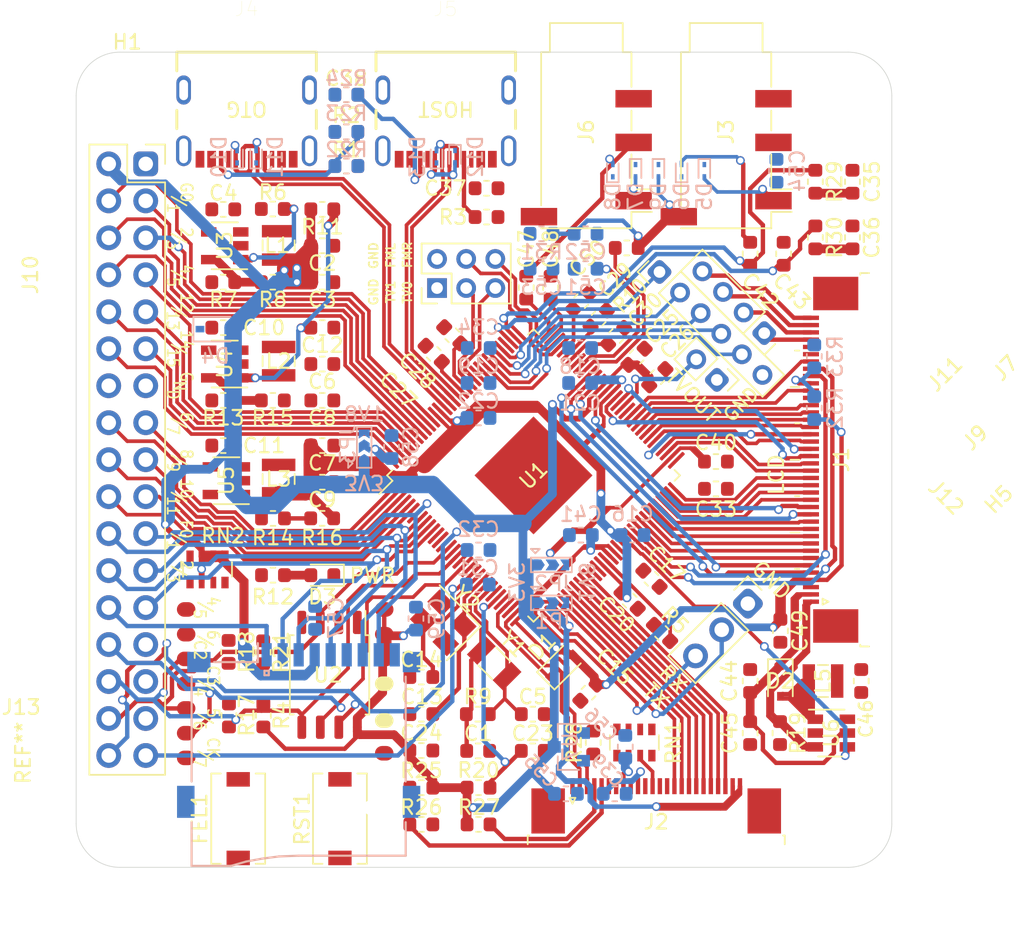
<source format=kicad_pcb>
(kicad_pcb (version 20171130) (host pcbnew "(5.1.6)-1")
  (layers (0 F.Cu signal) (31 B.Cu signal) (34 B.Paste user hide) (35 F.Paste user hide) (36 B.SilkS user) (37 F.SilkS user) (38 B.Mask user) (39 F.Mask user) (44 Edge.Cuts user))
  (net 0 "")
  (net 1 GND)
  (net 2 "Net-(C1-Pad1)")
  (net 3 +3V3)
  (net 4 +5V)
  (net 5 "Net-(C5-Pad1)")
  (net 6 +1V8)
  (net 7 /VDD-CORE)
  (net 8 "Net-(C12-Pad1)")
  (net 9 /DXIN)
  (net 10 /DXOUT)
  (net 11 /RST)
  (net 12 "Net-(C27-Pad1)")
  (net 13 "Net-(C28-Pad1)")
  (net 14 "Net-(D1-Pad1)")
  (net 15 /LCD_A)
  (net 16 "Net-(J1-Pad40)")
  (net 17 "Net-(J1-Pad39)")
  (net 18 "Net-(J1-Pad38)")
  (net 19 "Net-(J1-Pad37)")
  (net 20 "Net-(J1-Pad35)")
  (net 21 /LCD0-DE)
  (net 22 /LCD0-VSYNC)
  (net 23 /LCD0-HSYNC)
  (net 24 /LCD0-CLK)
  (net 25 /LCD0-D23)
  (net 26 /LCD0-D22)
  (net 27 /LCD0-D21)
  (net 28 /LCD0-D20)
  (net 29 /LCD0-D19)
  (net 30 /LCD0-D18)
  (net 31 /LCD0-D17)
  (net 32 /LCD0-D16)
  (net 33 /LCD0-D15)
  (net 34 /LCD0-D14)
  (net 35 /LCD0-D13)
  (net 36 /LCD0-D12)
  (net 37 /LCD0-D11)
  (net 38 /LCD0-D10)
  (net 39 /LCD0-D9)
  (net 40 /LCD0-D8)
  (net 41 /LCD0-D7)
  (net 42 /LCD0-D6)
  (net 43 /LCD0-D5)
  (net 44 /LCD0-D4)
  (net 45 /LCD0-D3)
  (net 46 /LCD0-D2)
  (net 47 /LCD0-D1)
  (net 48 /LCD0-D0)
  (net 49 /LCD_K)
  (net 50 /NCSI0-D0)
  (net 51 /NCSI0-D1)
  (net 52 /NCSI0-D2)
  (net 53 /NCSI0-D3)
  (net 54 /NCSI0-D4)
  (net 55 /NCSI0-D5)
  (net 56 /NCSI0-D6)
  (net 57 /NCSI0-D7)
  (net 58 "Net-(J2-Pad13)")
  (net 59 "Net-(J2-Pad12)")
  (net 60 /CSI-AVDD)
  (net 61 /CSI-DVDD)
  (net 62 "Net-(J2-Pad7)")
  (net 63 "Net-(J2-Pad6)")
  (net 64 /CSI-PWDN)
  (net 65 /CSI-RST#)
  (net 66 /TWI2-SCK)
  (net 67 /TWI2-SDA)
  (net 68 /HPOUTR)
  (net 69 /HPOUTL)
  (net 70 "Net-(J4-PadB8)")
  (net 71 "Net-(J4-PadA5)")
  (net 72 "Net-(J4-PadB5)")
  (net 73 "Net-(J4-PadA8)")
  (net 74 "Net-(J5-PadB8)")
  (net 75 "Net-(J5-PadA5)")
  (net 76 "Net-(J5-PadB5)")
  (net 77 "Net-(J5-PadA8)")
  (net 78 /LINEL)
  (net 79 /LINER)
  (net 80 "Net-(J6-PadS)")
  (net 81 /PG5)
  (net 82 /PC2)
  (net 83 /PG4)
  (net 84 /PC3)
  (net 85 /PG3)
  (net 86 /PC4)
  (net 87 /PG2)
  (net 88 /PC5)
  (net 89 /PG1)
  (net 90 /PC6)
  (net 91 /PG0)
  (net 92 /PG12)
  (net 93 /PF6)
  (net 94 /PG13)
  (net 95 /PF5)
  (net 96 /PF4)
  (net 97 /PF3)
  (net 98 /PF2)
  (net 99 /PG10)
  (net 100 /PF1)
  (net 101 /PG9)
  (net 102 /PF0)
  (net 103 /PG8)
  (net 104 /PG7)
  (net 105 /PG6)
  (net 106 /TP_Y2)
  (net 107 /TP_Y1)
  (net 108 /TP_X2)
  (net 109 /TP_X1)
  (net 110 /GPADC0)
  (net 111 "Net-(L1-Pad2)")
  (net 112 "Net-(L2-Pad2)")
  (net 113 "Net-(L3-Pad2)")
  (net 114 /NCSI0-VSYNC)
  (net 115 /NCSI0-HSYNC)
  (net 116 /NCSI0-PCLK)
  (net 117 /NCSI0-MCLK)
  (net 118 "Net-(R5-Pad1)")
  (net 119 "Net-(R6-Pad2)")
  (net 120 "Net-(R7-Pad1)")
  (net 121 "Net-(R10-Pad2)")
  (net 122 "Net-(R13-Pad1)")
  (net 123 "Net-(R14-Pad1)")
  (net 124 "Net-(U1-Pad106)")
  (net 125 /HPOUTFB)
  (net 126 /LCD0_PWM)
  (net 127 /CLKO)
  (net 128 "Net-(C29-Pad2)")
  (net 129 "Net-(C30-Pad2)")
  (net 130 /FMINR)
  (net 131 /TVIN1)
  (net 132 /FMINL)
  (net 133 /TVIN0)
  (net 134 /PG14)
  (net 135 /PG15)
  (net 136 /PG11)
  (net 137 /TVOUT)
  (net 138 "Net-(D3-Pad2)")
  (net 139 "Net-(C35-Pad2)")
  (net 140 "Net-(C36-Pad2)")
  (net 141 /VCC_PD)
  (net 142 /VCC_PG)
  (net 143 /LDOB-OUT)
  (net 144 "Net-(C42-Pad1)")
  (net 145 "Net-(C43-Pad1)")
  (net 146 "Net-(C47-Pad1)")
  (net 147 "Net-(C48-Pad1)")
  (net 148 /MIC3P)
  (net 149 /MIC3N)
  (net 150 /HS_MIC)
  (net 151 /USB0_N)
  (net 152 /USB0_P)
  (net 153 /USB1_N)
  (net 154 /USB1_P)
  (net 155 /DISP)
  (net 156 /PC7)
  (net 157 "Net-(D2-Pad2)")
  (net 158 "Net-(J13-Pad9)")
  (net 159 "Net-(J13-Pad10)")
  (net 160 /CSI-IOVDD)
  (module Resistor_SMD:R_0603_1608Metric (layer B.Cu) (at 118.55 102.925)
    (fp_text reference R24 (at 0 -1.1345) (layer B.SilkS) (effects (justify mirror)))
    (fp_text value 5.1k)
    (pad 2 smd roundrect (at 0.7875 0) (size 0.875 0.95) (layers B.Cu B.Paste B.Mask) (net 76 "Net-(J5-PadB5)"))
    (pad 1 smd roundrect (at -0.7875 0) (size 0.875 0.95) (layers B.Cu B.Paste B.Mask))
  )
  (module Resistor_SMD:R_0603_1608Metric (layer B.Cu) (at 118.55 105.475)
    (fp_text reference R23 (at -0.0082 -1.2715) (layer B.SilkS) (effects (justify mirror)))
    (fp_text value 5.1k)
    (pad 2 smd roundrect (at 0.7875 0) (size 0.875 0.95) (layers B.Cu B.Paste B.Mask) (net 72 "Net-(J4-PadB5)"))
    (pad 1 smd roundrect (at -0.7875 0) (size 0.875 0.95) (layers B.Cu B.Paste B.Mask))
  )
  (module Resistor_SMD:R_0603_1608Metric (layer B.Cu) (at 118.5545 107.823)
    (fp_text reference R22 (at 0 -1.1303) (layer B.SilkS) (effects (justify mirror)))
    (fp_text value 5.1k)
    (pad 2 smd roundrect (at 0.7875 0) (size 0.875 0.95) (layers B.Cu B.Paste B.Mask))
    (pad 1 smd roundrect (at -0.7875 0) (size 0.875 0.95) (layers B.Cu B.Paste B.Mask) (net 72 "Net-(J4-PadB5)"))
  )
  (module Diode_SMD:D_SOD-923 (layer B.Cu) (at 124.7394 107.188 90)
    (fp_text reference D13 (at 0 -1.3081 90) (layer B.SilkS) (effects (justify mirror)))
    (fp_text value ESD9B3.3ST5G)
    (pad 2 smd rect (at 0.42 0 270) (size 0.36 0.25) (layers B.Cu B.Paste B.Mask) (net 153 /USB1_N))
    (pad 1 smd rect (at -0.42 0 270) (size 0.36 0.25) (layers B.Cu B.Paste B.Mask))
  )
  (module Diode_SMD:D_SOD-923 (layer B.Cu) (at 126.0094 107.1753 270)
    (fp_text reference D12 (at 0 -1.397 90) (layer B.SilkS) (effects (justify mirror)))
    (fp_text value ESD9B3.3ST5G)
    (pad 2 smd rect (at 0.42 0 90) (size 0.36 0.25) (layers B.Cu B.Paste B.Mask) (net 154 /USB1_P))
    (pad 1 smd rect (at -0.42 0 90) (size 0.36 0.25) (layers B.Cu B.Paste B.Mask))
  )
  (module Diode_SMD:D_SOD-923 (layer B.Cu) (at 112.3569 107.188 90)
    (fp_text reference D11 (at 0 1.3081 270) (layer B.SilkS) (effects (justify mirror)))
    (fp_text value ESD9B3.3ST5G)
    (pad 2 smd rect (at 0.42 0 270) (size 0.36 0.25) (layers B.Cu B.Paste B.Mask) (net 151 /USB0_N))
    (pad 1 smd rect (at -0.42 0 270) (size 0.36 0.25) (layers B.Cu B.Paste B.Mask))
  )
  (module Diode_SMD:D_SOD-923 (layer B.Cu) (at 111.0488 107.188 90)
    (fp_text reference D10 (at 0 -1.2446 90) (layer B.SilkS) (effects (justify mirror)))
    (fp_text value ESD9B3.3ST5G)
    (pad 2 smd rect (at 0.42 0 270) (size 0.36 0.25) (layers B.Cu B.Paste B.Mask) (net 152 /USB0_P))
    (pad 1 smd rect (at -0.42 0 270) (size 0.36 0.25) (layers B.Cu B.Paste B.Mask))
  )
  (module Diode_SMD:D_SOD-923 (layer B.Cu) (at 139.9794 108.1405 270)
    (fp_text reference D9 (at 1.778 0 90) (layer B.SilkS) (effects (justify mirror)))
    (fp_text value ESD9B3.3ST5G)
    (pad 2 smd rect (at 0.42 0 90) (size 0.36 0.25) (layers B.Cu B.Paste B.Mask) (net 150 /HS_MIC))
    (pad 1 smd rect (at -0.42 0 90) (size 0.36 0.25) (layers B.Cu B.Paste B.Mask))
  )
  (module Capacitor_SMD:C_0603_1608Metric (layer B.Cu) (at 123.3297 138.9126 90)
    (fp_text reference C59 (at 0 1.43 90) (layer B.SilkS) (effects (justify mirror)))
    (fp_text value 0.1u)
    (pad 2 smd roundrect (at 0.7875 0 90) (size 0.875 0.95) (layers B.Cu B.Paste B.Mask))
    (pad 1 smd roundrect (at -0.7875 0 90) (size 0.875 0.95) (layers B.Cu B.Paste B.Mask) (net 3 +3V3))
  )
  (module Resistor_SMD:R_0603_1608Metric (layer F.Cu) (at 113.5126 135.9281)
    (fp_text reference R12 (at 0 1.4859) (layer F.SilkS))
    (fp_text value 5.1k)
    (pad 2 smd roundrect (at 0.7875 0) (size 0.875 0.95) (layers F.Cu F.Paste F.Mask) (net 138 "Net-(D3-Pad2)"))
    (pad 1 smd roundrect (at -0.7875 0) (size 0.875 0.95) (layers F.Cu F.Paste F.Mask))
  )
  (module 8189ftvMod:8189Mod (layer F.Cu) (at 114.3508 143.383 180)
    (fp_text reference J13 (at 18.1229 -1.6129) (layer F.SilkS))
    (fp_text value RTL8189FTV_Mod)
    (fp_text user REF** (at 17.9959 -4.7498 270) (layer F.SilkS))
    (pad 1 smd oval (at 6.8 5.1 180) (size 1.27 1) (layers F.Cu F.Paste F.Mask))
    (pad 2 smd oval (at 6.8 3.4 180) (size 1.27 1) (layers F.Cu F.Paste F.Mask))
    (pad 3 smd oval (at 6.8 1.7 180) (size 1.27 1) (layers F.Cu F.Paste F.Mask) (net 86 /PC4))
    (pad 4 smd oval (at 6.8 0 180) (size 1.27 1) (layers F.Cu F.Paste F.Mask))
    (pad 5 smd oval (at 6.8 -1.7 180) (size 1.27 1) (layers F.Cu F.Paste F.Mask) (net 90 /PC6))
    (pad 6 smd oval (at 6.8 -3.4 180) (size 1.27 1) (layers F.Cu F.Paste F.Mask) (net 82 /PC2))
    (pad 7 smd oval (at 6.8 -5.1 180) (size 1.27 1) (layers F.Cu F.Paste F.Mask))
    (pad 13 smd oval (at -6.8 5.1 180) (size 1.27 1) (layers F.Cu F.Paste F.Mask) (net 3 +3V3))
    (pad 12 smd oval (at -6.8 3.4 180) (size 1.27 1) (layers F.Cu F.Paste F.Mask) (net 3 +3V3))
    (pad 10 smd oval (at -6.8 0 180) (size 1.27 1) (layers F.SilkS) (net 159 "Net-(J13-Pad10)"))
    (pad 11 smd oval (at -6.8 1.7 180) (size 1.27 1) (layers F.Cu F.Paste F.Mask) (net 3 +3V3))
    (pad 9 smd oval (at -6.8 -2.53 180) (size 1.27 1) (layers F.SilkS) (net 158 "Net-(J13-Pad9)"))
    (pad 8 smd oval (at -6.8 -4.78 180) (size 1.27 1) (layers F.Cu F.Paste F.Mask))
  )
  (module Resistor_SMD:R_Array_Convex_4x0603 (layer F.Cu) (at 109.0168 135.5344 270)
    (fp_text reference RN2 (at -2.3114 -1.0668 180) (layer F.SilkS))
    (fp_text value R_Pack04)
    (pad 5 smd rect (at 0.9 1.2 270) (size 0.8 0.5) (layers F.Cu F.Paste F.Mask))
    (pad 6 smd rect (at 0.9 0.4 270) (size 0.8 0.4) (layers F.Cu F.Paste F.Mask) (net 97 /PF3))
    (pad 8 smd rect (at 0.9 -1.2 270) (size 0.8 0.5) (layers F.Cu F.Paste F.Mask))
    (pad 7 smd rect (at 0.9 -0.4 270) (size 0.8 0.4) (layers F.Cu F.Paste F.Mask))
    (pad 4 smd rect (at -0.9 1.2 270) (size 0.8 0.5) (layers F.Cu F.Paste F.Mask))
    (pad 2 smd rect (at -0.9 -0.4 270) (size 0.8 0.4) (layers F.Cu F.Paste F.Mask))
    (pad 3 smd rect (at -0.9 0.4 270) (size 0.8 0.4) (layers F.Cu F.Paste F.Mask) (net 3 +3V3))
    (pad 1 smd rect (at -0.9 -1.2 270) (size 0.8 0.5) (layers F.Cu F.Paste F.Mask) (net 3 +3V3))
  )
  (module Diode_SMD:D_SOD-923 (layer B.Cu) (at 136.8425 108.1405 90)
    (fp_text reference D8 (at -1.778 0 90) (layer B.SilkS) (effects (justify mirror)))
    (fp_text value ESD9B3.3ST5G)
    (pad 2 smd rect (at 0.42 0 270) (size 0.36 0.25) (layers B.Cu B.Paste B.Mask) (net 146 "Net-(C47-Pad1)"))
    (pad 1 smd rect (at -0.42 0 270) (size 0.36 0.25) (layers B.Cu B.Paste B.Mask))
  )
  (module Diode_SMD:D_SOD-923 (layer B.Cu) (at 138.4046 108.1405 270)
    (fp_text reference D7 (at 1.778 0 270) (layer B.SilkS) (effects (justify mirror)))
    (fp_text value ESD9B3.3ST5G)
    (pad 2 smd rect (at 0.42 0 90) (size 0.36 0.25) (layers B.Cu B.Paste B.Mask) (net 147 "Net-(C48-Pad1)"))
    (pad 1 smd rect (at -0.42 0 90) (size 0.36 0.25) (layers B.Cu B.Paste B.Mask))
  )
  (module Diode_SMD:D_SOD-923 (layer B.Cu) (at 141.5669 108.1405 90)
    (fp_text reference D6 (at -1.778 0 270) (layer B.SilkS) (effects (justify mirror)))
    (fp_text value ESD9B3.3ST5G)
    (pad 2 smd rect (at 0.42 0 270) (size 0.36 0.25) (layers B.Cu B.Paste B.Mask) (net 144 "Net-(C42-Pad1)"))
    (pad 1 smd rect (at -0.42 0 270) (size 0.36 0.25) (layers B.Cu B.Paste B.Mask))
  )
  (module Diode_SMD:D_SOD-923 (layer B.Cu) (at 143.129 108.1405 270)
    (fp_text reference D5 (at 1.778 0 90) (layer B.SilkS) (effects (justify mirror)))
    (fp_text value ESD9B3.3ST5G)
    (pad 2 smd rect (at 0.42 0 90) (size 0.36 0.25) (layers B.Cu B.Paste B.Mask) (net 145 "Net-(C43-Pad1)"))
    (pad 1 smd rect (at -0.42 0 90) (size 0.36 0.25) (layers B.Cu B.Paste B.Mask))
  )
  (module MountingHole:MountingHole_3.2mm_M3 (layer F.Cu) (at 103.5 152.5)
    (fp_text reference H3 (at 0.05 0) (layer F.SilkS))
    (fp_text value MountingHole)
    (pad "" np_thru_hole circle (at 0 0) (size 3.2 3.2) (drill 3.2) (layers *.Cu *.Mask) (clearance 1.2))
  )
  (module MountingHole:MountingHole_3.2mm_M3 (layer F.Cu) (at 152.5 103.5)
    (fp_text reference H2 (at 0 -0.05) (layer F.SilkS))
    (fp_text value MountingHole)
    (pad "" np_thru_hole circle (at 0 0) (size 3.2 3.2) (drill 3.2) (layers *.Cu *.Mask) (clearance 1.2))
  )
  (module Connector_PinHeader_2.00mm:PinHeader_2x03_P2.00mm_Vertical (layer F.Cu) (at 124.7775 116.205 90)
    (fp_text reference J10 (at 0.9144 -27.9146 90) (layer F.SilkS))
    (fp_text value Conn_02x03_Odd_Even)
    (pad 6 thru_hole oval (at 2 4 90) (size 1.35 1.35) (drill 0.8) (layers *.Cu *.Mask) (net 132 /FMINL))
    (pad 5 thru_hole oval (at 0 4 90) (size 1.35 1.35) (drill 0.8) (layers *.Cu *.Mask) (net 133 /TVIN0))
    (pad 4 thru_hole oval (at 2 2 90) (size 1.35 1.35) (drill 0.8) (layers *.Cu *.Mask) (net 130 /FMINR))
    (pad 3 thru_hole oval (at 0 2 90) (size 1.35 1.35) (drill 0.8) (layers *.Cu *.Mask) (net 131 /TVIN1))
    (pad 2 thru_hole oval (at 2 0 90) (size 1.35 1.35) (drill 0.8) (layers *.Cu *.Mask))
    (pad 1 thru_hole rect (at 0 0 90) (size 1.35 1.35) (drill 0.8) (layers *.Cu *.Mask))
  )
  (module Button_Switch_SMD:SW_SPST_EVQPE1 (layer F.Cu) (at 111.125 152.654 90)
    (fp_text reference FEL1 (at 0 -2.65 90) (layer F.SilkS))
    (fp_text value SW_SPST)
    (pad 1 smd rect (at -2.7 0 90) (size 1 1.6) (layers F.Cu F.Paste F.Mask))
    (pad 2 smd rect (at 2.7 0 90) (size 1 1.6) (layers F.Cu F.Paste F.Mask))
  )
  (module Button_Switch_SMD:SW_SPST_EVQPE1 (layer F.Cu) (at 118.11 152.654 270)
    (fp_text reference RST1 (at 0 2.6035 90) (layer F.SilkS))
    (fp_text value SW_SPST)
    (pad 1 smd rect (at -2.7 0 270) (size 1 1.6) (layers F.Cu F.Paste F.Mask))
    (pad 2 smd rect (at 2.7 0 270) (size 1 1.6) (layers F.Cu F.Paste F.Mask))
  )
  (module Capacitor_SMD:C_0603_1608Metric (layer B.Cu) (at 121.65 127.125 270)
    (fp_text reference C58 (at 0 -1.325 90) (layer B.SilkS) (effects (justify mirror)))
    (fp_text value 0.1u)
    (pad 1 smd roundrect (at -0.7875 0 270) (size 0.875 0.95) (layers B.Cu B.Paste B.Mask))
    (pad 2 smd roundrect (at 0.7875 0 270) (size 0.875 0.95) (layers B.Cu B.Paste B.Mask) (net 142 /VCC_PG))
  )
  (module Capacitor_SMD:C_0603_1608Metric (layer B.Cu) (at 116.4082 138.8618 90)
    (fp_text reference C57 (at 0 1.43 90) (layer B.SilkS) (effects (justify mirror)))
    (fp_text value 0.1u)
    (pad 2 smd roundrect (at 0.7875 0 90) (size 0.875 0.95) (layers B.Cu B.Paste B.Mask))
    (pad 1 smd roundrect (at -0.7875 0 90) (size 0.875 0.95) (layers B.Cu B.Paste B.Mask))
  )
  (module RISCVlogo:rvlogo_inv (layer B.Cu) (at 144.55 149.825 180)
    (fp_text reference Ref** hide)
    (fp_text value Val** hide)
  )
  (module Resistor_SMD:R_0603_1608Metric (layer B.Cu) (at 150.675 120.9 90)
    (fp_text reference R33 (at 0 1.43 90) (layer B.SilkS) (effects (justify mirror)))
    (fp_text value 10k)
    (pad 2 smd roundrect (at 0.7875 0 90) (size 0.875 0.95) (layers B.Cu B.Paste B.Mask))
    (pad 1 smd roundrect (at -0.7875 0 90) (size 0.875 0.95) (layers B.Cu B.Paste B.Mask) (net 155 /DISP))
  )
  (module Resistor_SMD:R_0603_1608Metric (layer B.Cu) (at 150.675 124.45 90)
    (fp_text reference R32 (at 0 1.43 90) (layer B.SilkS) (effects (justify mirror)))
    (fp_text value 10k)
    (pad 2 smd roundrect (at 0.7875 0 90) (size 0.875 0.95) (layers B.Cu B.Paste B.Mask) (net 155 /DISP))
    (pad 1 smd roundrect (at -0.7875 0 90) (size 0.875 0.95) (layers B.Cu B.Paste B.Mask) (net 3 +3V3))
  )
  (module Diode_SMD:D_SOD-323 (layer B.Cu) (at 109.55 119.025)
    (fp_text reference D4 (at 0 1.85) (layer B.SilkS) (effects (justify mirror)))
    (fp_text value D)
    (pad 2 smd rect (at 1.05 0) (size 0.6 0.45) (layers B.Cu B.Paste B.Mask))
    (pad 1 smd rect (at -1.05 0) (size 0.6 0.45) (layers B.Cu B.Paste B.Mask))
  )
  (module Connector_FFC-FPC:TE_2-1734839-4_1x24-1MP_P0.5mm_Horizontal (layer F.Cu) (at 139.825 151.775)
    (fp_text reference J2 (at 0 1.1) (layer F.SilkS))
    (fp_text value Conn_01x24_MountingPin)
    (pad 1 smd rect (at -5.75 -1.35) (size 0.3 1.1) (layers F.Cu F.Paste F.Mask))
    (pad 2 smd rect (at -5.25 -1.35) (size 0.3 1.1) (layers F.Cu F.Paste F.Mask) (net 67 /TWI2-SDA))
    (pad 3 smd rect (at -4.75 -1.35) (size 0.3 1.1) (layers F.Cu F.Paste F.Mask) (net 66 /TWI2-SCK))
    (pad 4 smd rect (at -4.25 -1.35) (size 0.3 1.1) (layers F.Cu F.Paste F.Mask) (net 65 /CSI-RST#))
    (pad 5 smd rect (at -3.75 -1.35) (size 0.3 1.1) (layers F.Cu F.Paste F.Mask) (net 64 /CSI-PWDN))
    (pad 6 smd rect (at -3.25 -1.35) (size 0.3 1.1) (layers F.Cu F.Paste F.Mask))
    (pad 7 smd rect (at -2.75 -1.35) (size 0.3 1.1) (layers F.Cu F.Paste F.Mask))
    (pad 8 smd rect (at -2.25 -1.35) (size 0.3 1.1) (layers F.Cu F.Paste F.Mask) (net 61 /CSI-DVDD))
    (pad 9 smd rect (at -1.75 -1.35) (size 0.3 1.1) (layers F.Cu F.Paste F.Mask) (net 60 /CSI-AVDD))
    (pad 10 smd rect (at -1.25 -1.35) (size 0.3 1.1) (layers F.Cu F.Paste F.Mask) (net 60 /CSI-AVDD))
    (pad 11 smd rect (at -0.75 -1.35) (size 0.3 1.1) (layers F.Cu F.Paste F.Mask))
    (pad 12 smd rect (at -0.25 -1.35) (size 0.3 1.1) (layers F.Cu F.Paste F.Mask) (net 59 "Net-(J2-Pad12)"))
    (pad 13 smd rect (at 0.25 -1.35) (size 0.3 1.1) (layers F.Cu F.Paste F.Mask))
    (pad 14 smd rect (at 0.75 -1.35) (size 0.3 1.1) (layers F.Cu F.Paste F.Mask))
    (pad 15 smd rect (at 1.25 -1.35) (size 0.3 1.1) (layers F.Cu F.Paste F.Mask) (net 57 /NCSI0-D7))
    (pad 16 smd rect (at 1.75 -1.35) (size 0.3 1.1) (layers F.Cu F.Paste F.Mask) (net 56 /NCSI0-D6))
    (pad 17 smd rect (at 2.25 -1.35) (size 0.3 1.1) (layers F.Cu F.Paste F.Mask) (net 55 /NCSI0-D5))
    (pad 18 smd rect (at 2.75 -1.35) (size 0.3 1.1) (layers F.Cu F.Paste F.Mask) (net 54 /NCSI0-D4))
    (pad 19 smd rect (at 3.25 -1.35) (size 0.3 1.1) (layers F.Cu F.Paste F.Mask) (net 53 /NCSI0-D3))
    (pad 20 smd rect (at 3.75 -1.35) (size 0.3 1.1) (layers F.Cu F.Paste F.Mask) (net 52 /NCSI0-D2))
    (pad 21 smd rect (at 4.25 -1.35) (size 0.3 1.1) (layers F.Cu F.Paste F.Mask) (net 51 /NCSI0-D1))
    (pad 22 smd rect (at 4.75 -1.35) (size 0.3 1.1) (layers F.Cu F.Paste F.Mask) (net 50 /NCSI0-D0))
    (pad 23 smd rect (at 5.25 -1.35) (size 0.3 1.1) (layers F.Cu F.Paste F.Mask) (net 160 /CSI-IOVDD))
    (pad 24 smd rect (at 5.75 -1.35) (size 0.3 1.1) (layers F.Cu F.Paste F.Mask) (net 160 /CSI-IOVDD))
    (pad MP smd rect (at -7.42 0.35) (size 2.3 3.1) (layers F.Cu F.Paste F.Mask))
    (pad MP smd rect (at 7.42 0.35) (size 2.3 3.1) (layers F.Cu F.Paste F.Mask))
  )
  (module Package_TO_SOT_SMD:SOT-23 (layer B.Cu) (at 133.825 147.725 180)
    (fp_text reference U7 (at -0.1 0 270) (layer B.SilkS) (effects (justify mirror)))
    (fp_text value XC6206PxxxMR)
    (pad 3 smd rect (at 1 0 180) (size 0.9 0.8) (layers B.Cu B.Paste B.Mask) (net 3 +3V3))
    (pad 2 smd rect (at -1 -0.95 180) (size 0.9 0.8) (layers B.Cu B.Paste B.Mask))
    (pad 1 smd rect (at -1 0.95 180) (size 0.9 0.8) (layers B.Cu B.Paste B.Mask))
  )
  (module Capacitor_SMD:C_0603_1608Metric (layer B.Cu) (at 137.7 147.725 90)
    (fp_text reference C56 (at 1.525 -1.675 315) (layer B.SilkS) (effects (font (size 0.9 0.9)) (justify mirror)))
    (fp_text value 0.1u)
    (pad 2 smd roundrect (at 0.7875 0 90) (size 0.875 0.95) (layers B.Cu B.Paste B.Mask))
    (pad 1 smd roundrect (at -0.7875 0 90) (size 0.875 0.95) (layers B.Cu B.Paste B.Mask) (net 61 /CSI-DVDD))
  )
  (module Capacitor_SMD:C_0603_1608Metric (layer B.Cu) (at 133.625 150.95 180)
    (fp_text reference C55 (at 1.725 1.575 135) (layer B.SilkS) (effects (font (size 0.9 0.9)) (justify mirror)))
    (fp_text value 10u)
    (pad 2 smd roundrect (at 0.7875 0 180) (size 0.875 0.95) (layers B.Cu B.Paste B.Mask) (net 3 +3V3))
    (pad 1 smd roundrect (at -0.7875 0 180) (size 0.875 0.95) (layers B.Cu B.Paste B.Mask))
  )
  (module Capacitor_SMD:C_0603_1608Metric (layer B.Cu) (at 148.082 108.15 90)
    (fp_text reference C54 (at 0 1.43 90) (layer B.SilkS) (effects (justify mirror)))
    (fp_text value 0.1u)
    (pad 2 smd roundrect (at 0.7875 0 90) (size 0.875 0.95) (layers B.Cu B.Paste B.Mask))
    (pad 1 smd roundrect (at -0.7875 0 90) (size 0.875 0.95) (layers B.Cu B.Paste B.Mask))
  )
  (module Resistor_SMD:R_0603_1608Metric (layer B.Cu) (at 131.95 112.475)
    (fp_text reference R31 (at 0 1.25) (layer B.SilkS) (effects (justify mirror)))
    (fp_text value 2.2k)
    (pad 2 smd roundrect (at 0.7875 0) (size 0.875 0.95) (layers B.Cu B.Paste B.Mask) (net 150 /HS_MIC))
    (pad 1 smd roundrect (at -0.7875 0) (size 0.875 0.95) (layers B.Cu B.Paste B.Mask))
  )
  (module Capacitor_SMD:C_0603_1608Metric (layer B.Cu) (at 131.95 114.875)
    (fp_text reference C53 (at 0 1.275) (layer B.SilkS) (effects (justify mirror)))
    (fp_text value 10u)
    (pad 2 smd roundrect (at 0.7875 0) (size 0.875 0.95) (layers B.Cu B.Paste B.Mask))
    (pad 1 smd roundrect (at -0.7875 0) (size 0.875 0.95) (layers B.Cu B.Paste B.Mask))
  )
  (module Capacitor_SMD:C_0603_1608Metric (layer B.Cu) (at 134.975 112.475)
    (fp_text reference C52 (at 0 1.25) (layer B.SilkS) (effects (justify mirror)))
    (fp_text value 33p)
    (pad 2 smd roundrect (at 0.7875 0) (size 0.875 0.95) (layers B.Cu B.Paste B.Mask))
    (pad 1 smd roundrect (at -0.7875 0) (size 0.875 0.95) (layers B.Cu B.Paste B.Mask) (net 150 /HS_MIC))
  )
  (module Capacitor_SMD:C_0603_1608Metric (layer B.Cu) (at 134.975 114.875 180)
    (fp_text reference C51 (at 0 -1.275) (layer B.SilkS) (effects (justify mirror)))
    (fp_text value 0.1u)
    (pad 2 smd roundrect (at 0.7875 0 180) (size 0.875 0.95) (layers B.Cu B.Paste B.Mask))
    (pad 1 smd roundrect (at -0.7875 0 180) (size 0.875 0.95) (layers B.Cu B.Paste B.Mask) (net 149 /MIC3N))
  )
  (module Capacitor_SMD:C_0603_1608Metric (layer F.Cu) (at 137.8 113.45)
    (fp_text reference C50 (at -2.675 0.7 45) (layer F.SilkS))
    (fp_text value 0.1u)
    (pad 2 smd roundrect (at 0.7875 0) (size 0.875 0.95) (layers F.Cu F.Paste F.Mask) (net 150 /HS_MIC))
    (pad 1 smd roundrect (at -0.7875 0) (size 0.875 0.95) (layers F.Cu F.Paste F.Mask) (net 148 /MIC3P))
  )
  (module Capacitor_SMD:C_0603_1608Metric (layer F.Cu) (at 148.35 139.75 270)
    (fp_text reference C49 (at 0 -1.35 90) (layer F.SilkS))
    (fp_text value 0.1u)
    (pad 2 smd roundrect (at 0.7875 0 270) (size 0.875 0.95) (layers F.Cu F.Paste F.Mask))
    (pad 1 smd roundrect (at -0.7875 0 270) (size 0.875 0.95) (layers F.Cu F.Paste F.Mask) (net 3 +3V3))
  )
  (module Capacitor_SMD:C_0603_1608Metric (layer F.Cu) (at 132.575 116.175 270)
    (fp_text reference C48 (at -2.65 0 90) (layer F.SilkS) (effects (font (size 1 0.9))))
    (fp_text value 0.1u)
    (pad 2 smd roundrect (at 0.7875 0 270) (size 0.875 0.95) (layers F.Cu F.Paste F.Mask) (net 79 /LINER))
    (pad 1 smd roundrect (at -0.7875 0 270) (size 0.875 0.95) (layers F.Cu F.Paste F.Mask))
  )
  (module Capacitor_SMD:C_0603_1608Metric (layer F.Cu) (at 130.9 116.175 270)
    (fp_text reference C47 (at -2.65 0 90) (layer F.SilkS) (effects (font (size 1 0.9))))
    (fp_text value 0.1u)
    (pad 2 smd roundrect (at 0.7875 0 270) (size 0.875 0.95) (layers F.Cu F.Paste F.Mask) (net 78 /LINEL))
    (pad 1 smd roundrect (at -0.7875 0 270) (size 0.875 0.95) (layers F.Cu F.Paste F.Mask) (net 146 "Net-(C47-Pad1)"))
  )
  (module Capacitor_SMD:C_0603_1608Metric (layer F.Cu) (at 153.9 143.2 90)
    (fp_text reference C46 (at -2.6 0.325 90) (layer F.SilkS) (effects (font (size 0.9 0.9))))
    (fp_text value 10u)
    (pad 2 smd roundrect (at 0.7875 0 90) (size 0.875 0.95) (layers F.Cu F.Paste F.Mask))
    (pad 1 smd roundrect (at -0.7875 0 90) (size 0.875 0.95) (layers F.Cu F.Paste F.Mask))
  )
  (module Capacitor_SMD:C_0603_1608Metric (layer F.Cu) (at 146.275 146.775 270)
    (fp_text reference C45 (at 0 1.4 90) (layer F.SilkS))
    (fp_text value 0.1u)
    (pad 2 smd roundrect (at 0.7875 0 270) (size 0.875 0.95) (layers F.Cu F.Paste F.Mask))
    (pad 1 smd roundrect (at -0.7875 0 270) (size 0.875 0.95) (layers F.Cu F.Paste F.Mask) (net 15 /LCD_A))
  )
  (module Capacitor_SMD:C_0603_1608Metric (layer F.Cu) (at 146.275 143.2 90)
    (fp_text reference C44 (at 0 -1.43 90) (layer F.SilkS))
    (fp_text value 10u)
    (pad 2 smd roundrect (at 0.7875 0 90) (size 0.875 0.95) (layers F.Cu F.Paste F.Mask))
    (pad 1 smd roundrect (at -0.7875 0 90) (size 0.875 0.95) (layers F.Cu F.Paste F.Mask) (net 15 /LCD_A))
  )
  (module Jumper:SolderJumper-3_P2.0mm_Open_TrianglePad1.0x1.5mm (layer B.Cu) (at 119.775 127.15 90)
    (fp_text reference JP3 (at 0.2 -1.125 90) (layer B.SilkS) (effects (justify mirror)))
    (fp_text value Jumper_3_Open)
    (pad 1 smd custom (at -0.95 0 90) (size 0.3 0.3) (layers B.Cu B.Mask) (net 3 +3V3) (options (clearance outline) (anchor rect)) (primitives (gr_poly (pts (xy -0.25 0.375) (xy 0.25 0.375) (xy 0.5 0) (xy 0.25 -0.375) (xy -0.25 -0.375)) (width 0))))
    (pad 2 smd custom (at 0.2 0 90) (size 0.3 0.3) (layers B.Cu B.Mask) (net 142 /VCC_PG) (options (clearance outline) (anchor rect)) (primitives (gr_poly (pts (xy -0.6 0.375) (xy 0.1 0.375) (xy 0.35 0) (xy 0.1 -0.375) (xy -0.6 -0.375) (xy -0.35 0)) (width 0))))
    (pad 3 smd custom (at 1.1 0 270) (size 0.2 0.2) (layers B.Cu B.Mask) (options (clearance outline) (anchor rect)) (primitives (gr_poly (pts (xy -0.125 0.375) (xy 0.5 0.375) (xy 0.25 0) (xy 0.5 -0.375) (xy -0.125 -0.375)) (width 0))))
  )
  (module Jumper:SolderJumper-3_P2.0mm_Open_TrianglePad1.0x1.5mm (layer B.Cu) (at 132.625 135.225)
    (fp_text reference JP2 (at 0.175 1.275) (layer B.SilkS) (effects (justify mirror)))
    (fp_text value Jumper_3_Open)
    (pad 3 smd custom (at 1.1 0 180) (size 0.2 0.2) (layers B.Cu B.Mask) (options (clearance outline) (anchor rect)) (primitives (gr_poly (pts (xy -0.125 0.375) (xy 0.5 0.375) (xy 0.25 0) (xy 0.5 -0.375) (xy -0.125 -0.375)) (width 0))))
    (pad 2 smd custom (at 0.2 0) (size 0.3 0.3) (layers B.Cu B.Mask) (options (clearance outline) (anchor rect)) (primitives (gr_poly (pts (xy -0.6 0.375) (xy 0.1 0.375) (xy 0.35 0) (xy 0.1 -0.375) (xy -0.6 -0.375) (xy -0.35 0)) (width 0))))
    (pad 1 smd custom (at -0.95 0) (size 0.3 0.3) (layers B.Cu B.Mask) (net 3 +3V3) (options (clearance outline) (anchor rect)) (primitives (gr_poly (pts (xy -0.25 0.375) (xy 0.25 0.375) (xy 0.5 0) (xy 0.25 -0.375) (xy -0.25 -0.375)) (width 0))))
  )
  (module Jumper:SolderJumper-3_P2.0mm_Open_TrianglePad1.0x1.5mm (layer B.Cu) (at 132.625 137.825)
    (fp_text reference JP1 (at 0.225 1.275 180) (layer B.SilkS) (effects (justify mirror)))
    (fp_text value Jumper_3_Open)
    (pad 3 smd custom (at 1.1 0 180) (size 0.2 0.2) (layers B.Cu B.Mask) (options (clearance outline) (anchor rect)) (primitives (gr_poly (pts (xy -0.125 0.375) (xy 0.5 0.375) (xy 0.25 0) (xy 0.5 -0.375) (xy -0.125 -0.375)) (width 0))))
    (pad 2 smd custom (at 0.2 0) (size 0.3 0.3) (layers B.Cu B.Mask) (net 160 /CSI-IOVDD) (options (clearance outline) (anchor rect)) (primitives (gr_poly (pts (xy -0.6 0.375) (xy 0.1 0.375) (xy 0.35 0) (xy 0.1 -0.375) (xy -0.6 -0.375) (xy -0.35 0)) (width 0))))
    (pad 1 smd custom (at -0.95 0) (size 0.3 0.3) (layers B.Cu B.Mask) (net 3 +3V3) (options (clearance outline) (anchor rect)) (primitives (gr_poly (pts (xy -0.25 0.375) (xy 0.25 0.375) (xy 0.5 0) (xy 0.25 -0.375) (xy -0.25 -0.375)) (width 0))))
  )
  (module Connector_Audio:Jack_3.5mm_PJ320D_Horizontal (layer F.Cu) (at 144.625 106.375 270)
    (fp_text reference J3 (at -0.9 0 90) (layer F.SilkS))
    (fp_text value AudioJack4)
    (pad "" np_thru_hole circle (at 2.225 0 270) (size 1.5 1.5) (drill 1.5) (layers *.Cu *.Mask))
    (pad "" np_thru_hole circle (at -4.775 0 270) (size 1.5 1.5) (drill 1.5) (layers *.Cu *.Mask))
    (pad R2 smd rect (at -3.175 -3.25 270) (size 1.2 2.5) (layers F.Cu F.Paste F.Mask))
    (pad R1 smd rect (at -0.175 -3.25 270) (size 1.2 2.5) (layers F.Cu F.Paste F.Mask))
    (pad T smd rect (at 3.825 -3.25 270) (size 1.2 2.5) (layers F.Cu F.Paste F.Mask) (net 145 "Net-(C43-Pad1)"))
    (pad S smd rect (at 4.925 3.25 270) (size 1.2 2.5) (layers F.Cu F.Paste F.Mask) (net 150 /HS_MIC))
  )
  (module Capacitor_SMD:C_0603_1608Metric (layer F.Cu) (at 148.575 113.85 270)
    (fp_text reference C43 (at 2.575 -0.55 135) (layer F.SilkS))
    (fp_text value 0.1u)
    (pad 2 smd roundrect (at 0.7875 0 270) (size 0.875 0.95) (layers F.Cu F.Paste F.Mask) (net 69 /HPOUTL))
    (pad 1 smd roundrect (at -0.7875 0 270) (size 0.875 0.95) (layers F.Cu F.Paste F.Mask))
  )
  (module Capacitor_SMD:C_0603_1608Metric (layer F.Cu) (at 146.275 113.85 270)
    (fp_text reference C42 (at 2.575 -0.7 315) (layer F.SilkS))
    (fp_text value 0.1u)
    (pad 2 smd roundrect (at 0.7875 0 270) (size 0.875 0.95) (layers F.Cu F.Paste F.Mask) (net 68 /HPOUTR))
    (pad 1 smd roundrect (at -0.7875 0 270) (size 0.875 0.95) (layers F.Cu F.Paste F.Mask) (net 144 "Net-(C42-Pad1)"))
  )
  (module Connector_FFC-FPC:TE_4-1734839-0_1x40-1MP_P0.5mm_Horizontal (layer F.Cu) (at 151.8 128 90)
    (fp_text reference J1 (at 0 0.75 90) (layer F.SilkS))
    (fp_text value Conn_01x40_MountingPin)
    (pad 1 smd rect (at -9.75 -1.35 90) (size 0.3 1.1) (layers F.Cu F.Paste F.Mask) (net 49 /LCD_K))
    (pad 2 smd rect (at -9.25 -1.35 90) (size 0.3 1.1) (layers F.Cu F.Paste F.Mask) (net 15 /LCD_A))
    (pad 3 smd rect (at -8.75 -1.35 90) (size 0.3 1.1) (layers F.Cu F.Paste F.Mask))
    (pad 4 smd rect (at -8.25 -1.35 90) (size 0.3 1.1) (layers F.Cu F.Paste F.Mask) (net 3 +3V3))
    (pad 5 smd rect (at -7.75 -1.35 90) (size 0.3 1.1) (layers F.Cu F.Paste F.Mask) (net 48 /LCD0-D0))
    (pad 6 smd rect (at -7.25 -1.35 90) (size 0.3 1.1) (layers F.Cu F.Paste F.Mask) (net 47 /LCD0-D1))
    (pad 7 smd rect (at -6.75 -1.35 90) (size 0.3 1.1) (layers F.Cu F.Paste F.Mask) (net 46 /LCD0-D2))
    (pad 8 smd rect (at -6.25 -1.35 90) (size 0.3 1.1) (layers F.Cu F.Paste F.Mask) (net 45 /LCD0-D3))
    (pad 9 smd rect (at -5.75 -1.35 90) (size 0.3 1.1) (layers F.Cu F.Paste F.Mask) (net 44 /LCD0-D4))
    (pad 10 smd rect (at -5.25 -1.35 90) (size 0.3 1.1) (layers F.Cu F.Paste F.Mask) (net 43 /LCD0-D5))
    (pad 11 smd rect (at -4.75 -1.35 90) (size 0.3 1.1) (layers F.Cu F.Paste F.Mask) (net 42 /LCD0-D6))
    (pad 12 smd rect (at -4.25 -1.35 90) (size 0.3 1.1) (layers F.Cu F.Paste F.Mask) (net 41 /LCD0-D7))
    (pad 13 smd rect (at -3.75 -1.35 90) (size 0.3 1.1) (layers F.Cu F.Paste F.Mask) (net 40 /LCD0-D8))
    (pad 14 smd rect (at -3.25 -1.35 90) (size 0.3 1.1) (layers F.Cu F.Paste F.Mask) (net 39 /LCD0-D9))
    (pad 15 smd rect (at -2.75 -1.35 90) (size 0.3 1.1) (layers F.Cu F.Paste F.Mask) (net 38 /LCD0-D10))
    (pad 16 smd rect (at -2.25 -1.35 90) (size 0.3 1.1) (layers F.Cu F.Paste F.Mask) (net 37 /LCD0-D11))
    (pad 17 smd rect (at -1.75 -1.35 90) (size 0.3 1.1) (layers F.Cu F.Paste F.Mask) (net 36 /LCD0-D12))
    (pad 18 smd rect (at -1.25 -1.35 90) (size 0.3 1.1) (layers F.Cu F.Paste F.Mask) (net 35 /LCD0-D13))
    (pad 19 smd rect (at -0.75 -1.35 90) (size 0.3 1.1) (layers F.Cu F.Paste F.Mask) (net 34 /LCD0-D14))
    (pad 20 smd rect (at -0.25 -1.35 90) (size 0.3 1.1) (layers F.Cu F.Paste F.Mask) (net 33 /LCD0-D15))
    (pad 21 smd rect (at 0.25 -1.35 90) (size 0.3 1.1) (layers F.Cu F.Paste F.Mask) (net 32 /LCD0-D16))
    (pad 22 smd rect (at 0.75 -1.35 90) (size 0.3 1.1) (layers F.Cu F.Paste F.Mask) (net 31 /LCD0-D17))
    (pad 23 smd rect (at 1.25 -1.35 90) (size 0.3 1.1) (layers F.Cu F.Paste F.Mask) (net 30 /LCD0-D18))
    (pad 24 smd rect (at 1.75 -1.35 90) (size 0.3 1.1) (layers F.Cu F.Paste F.Mask) (net 29 /LCD0-D19))
    (pad 25 smd rect (at 2.25 -1.35 90) (size 0.3 1.1) (layers F.Cu F.Paste F.Mask) (net 28 /LCD0-D20))
    (pad 26 smd rect (at 2.75 -1.35 90) (size 0.3 1.1) (layers F.Cu F.Paste F.Mask) (net 27 /LCD0-D21))
    (pad 27 smd rect (at 3.25 -1.35 90) (size 0.3 1.1) (layers F.Cu F.Paste F.Mask) (net 26 /LCD0-D22))
    (pad 28 smd rect (at 3.75 -1.35 90) (size 0.3 1.1) (layers F.Cu F.Paste F.Mask) (net 25 /LCD0-D23))
    (pad 29 smd rect (at 4.25 -1.35 90) (size 0.3 1.1) (layers F.Cu F.Paste F.Mask))
    (pad 30 smd rect (at 4.75 -1.35 90) (size 0.3 1.1) (layers F.Cu F.Paste F.Mask) (net 24 /LCD0-CLK))
    (pad 31 smd rect (at 5.25 -1.35 90) (size 0.3 1.1) (layers F.Cu F.Paste F.Mask) (net 155 /DISP))
    (pad 32 smd rect (at 5.75 -1.35 90) (size 0.3 1.1) (layers F.Cu F.Paste F.Mask) (net 23 /LCD0-HSYNC))
    (pad 33 smd rect (at 6.25 -1.35 90) (size 0.3 1.1) (layers F.Cu F.Paste F.Mask) (net 22 /LCD0-VSYNC))
    (pad 34 smd rect (at 6.75 -1.35 90) (size 0.3 1.1) (layers F.Cu F.Paste F.Mask) (net 21 /LCD0-DE))
    (pad 35 smd rect (at 7.25 -1.35 90) (size 0.3 1.1) (layers F.Cu F.Paste F.Mask))
    (pad 36 smd rect (at 7.75 -1.35 90) (size 0.3 1.1) (layers F.Cu F.Paste F.Mask))
    (pad 37 smd rect (at 8.25 -1.35 90) (size 0.3 1.1) (layers F.Cu F.Paste F.Mask) (net 19 "Net-(J1-Pad37)"))
    (pad 38 smd rect (at 8.75 -1.35 90) (size 0.3 1.1) (layers F.Cu F.Paste F.Mask) (net 18 "Net-(J1-Pad38)"))
    (pad 39 smd rect (at 9.25 -1.35 90) (size 0.3 1.1) (layers F.Cu F.Paste F.Mask) (net 17 "Net-(J1-Pad39)"))
    (pad 40 smd rect (at 9.75 -1.35 90) (size 0.3 1.1) (layers F.Cu F.Paste F.Mask) (net 16 "Net-(J1-Pad40)"))
    (pad MP smd rect (at -11.42 0.35 90) (size 2.3 3.1) (layers F.Cu F.Paste F.Mask))
    (pad MP smd rect (at 11.42 0.35 90) (size 2.3 3.1) (layers F.Cu F.Paste F.Mask))
  )
  (module Connector_PinHeader_2.54mm:PinHeader_1x03_P2.54mm_Vertical (layer F.Cu) (at 146.117102 137.882898 315)
    (fp_text reference J12 (at 4.454773 -14.789701 135) (layer F.SilkS))
    (fp_text value Conn_01x03)
    (pad 3 thru_hole oval (at 0 5.08 315) (size 1.7 1.7) (drill 1) (layers *.Cu *.Mask) (net 116 /NCSI0-PCLK))
    (pad 2 thru_hole oval (at 0 2.54 315) (size 1.7 1.7) (drill 1) (layers *.Cu *.Mask) (net 117 /NCSI0-MCLK))
    (pad 1 thru_hole roundrect (at 0 0 315) (size 1.7 1.7) (drill 1) (layers *.Cu *.Mask))
  )
  (module Capacitor_SMD:C_0603_1608Metric (layer B.Cu) (at 134.65 133.175 180)
    (fp_text reference C41 (at 0 1.43) (layer B.SilkS) (effects (justify mirror)))
    (fp_text value 0.1u)
    (pad 2 smd roundrect (at 0.7875 0 180) (size 0.875 0.95) (layers B.Cu B.Paste B.Mask))
    (pad 1 smd roundrect (at -0.7875 0 180) (size 0.875 0.95) (layers B.Cu B.Paste B.Mask) (net 143 /LDOB-OUT))
  )
  (module Capacitor_SMD:C_0603_1608Metric (layer F.Cu) (at 143.925 128.125 180)
    (fp_text reference C40 (at 0 1.3) (layer F.SilkS))
    (fp_text value 0.1u)
    (pad 2 smd roundrect (at 0.7875 0 180) (size 0.875 0.95) (layers F.Cu F.Paste F.Mask) (net 141 /VCC_PD))
    (pad 1 smd roundrect (at -0.7875 0 180) (size 0.875 0.95) (layers F.Cu F.Paste F.Mask))
  )
  (module Capacitor_SMD:C_0603_1608Metric (layer B.Cu) (at 136.975 150.95)
    (fp_text reference C39 (at -0.5 -1.6 135) (layer B.SilkS) (effects (font (size 0.9 0.9)) (justify mirror)))
    (fp_text value 0.1u)
    (pad 2 smd roundrect (at 0.7875 0) (size 0.875 0.95) (layers B.Cu B.Paste B.Mask))
    (pad 1 smd roundrect (at -0.7875 0) (size 0.875 0.95) (layers B.Cu B.Paste B.Mask) (net 60 /CSI-AVDD))
  )
  (module Capacitor_SMD:C_0603_1608Metric (layer F.Cu) (at 118.55 102.925)
    (fp_text reference C38 (at 0 -1.125) (layer F.SilkS))
    (fp_text value 10u)
    (pad 2 smd roundrect (at 0.7875 0) (size 0.875 0.95) (layers F.Cu F.Paste F.Mask))
    (pad 1 smd roundrect (at -0.7875 0) (size 0.875 0.95) (layers F.Cu F.Paste F.Mask))
  )
  (module Capacitor_SMD:C_0603_1608Metric (layer F.Cu) (at 128.175 109.35)
    (fp_text reference C37 (at -2.825 0) (layer F.SilkS))
    (fp_text value 10u)
    (pad 2 smd roundrect (at 0.7875 0) (size 0.875 0.95) (layers F.Cu F.Paste F.Mask))
    (pad 1 smd roundrect (at -0.7875 0) (size 0.875 0.95) (layers F.Cu F.Paste F.Mask))
  )
  (module Resistor_SMD:R_0603_1608Metric (layer F.Cu) (at 150.75 112.725 90)
    (fp_text reference R30 (at 0 1.325 90) (layer F.SilkS))
    (fp_text value 2R2)
    (pad 2 smd roundrect (at 0.7875 0 90) (size 0.875 0.95) (layers F.Cu F.Paste F.Mask) (net 69 /HPOUTL))
    (pad 1 smd roundrect (at -0.7875 0 90) (size 0.875 0.95) (layers F.Cu F.Paste F.Mask) (net 140 "Net-(C36-Pad2)"))
  )
  (module Resistor_SMD:R_0603_1608Metric (layer F.Cu) (at 150.75 108.9 90)
    (fp_text reference R29 (at 0 1.325 90) (layer F.SilkS))
    (fp_text value 2R2)
    (pad 2 smd roundrect (at 0.7875 0 90) (size 0.875 0.95) (layers F.Cu F.Paste F.Mask) (net 68 /HPOUTR))
    (pad 1 smd roundrect (at -0.7875 0 90) (size 0.875 0.95) (layers F.Cu F.Paste F.Mask) (net 139 "Net-(C35-Pad2)"))
  )
  (module Capacitor_SMD:C_0603_1608Metric (layer F.Cu) (at 153.3 112.725 270)
    (fp_text reference C36 (at 0 -1.325 90) (layer F.SilkS))
    (fp_text value 0.1u)
    (pad 2 smd roundrect (at 0.7875 0 270) (size 0.875 0.95) (layers F.Cu F.Paste F.Mask) (net 140 "Net-(C36-Pad2)"))
    (pad 1 smd roundrect (at -0.7875 0 270) (size 0.875 0.95) (layers F.Cu F.Paste F.Mask))
  )
  (module Capacitor_SMD:C_0603_1608Metric (layer F.Cu) (at 153.3 108.9 270)
    (fp_text reference C35 (at 0 -1.35 90) (layer F.SilkS))
    (fp_text value 0.1u)
    (pad 2 smd roundrect (at 0.7875 0 270) (size 0.875 0.95) (layers F.Cu F.Paste F.Mask) (net 139 "Net-(C35-Pad2)"))
    (pad 1 smd roundrect (at -0.7875 0 270) (size 0.875 0.95) (layers F.Cu F.Paste F.Mask))
  )
  (module Resistor_SMD:R_0603_1608Metric (layer F.Cu) (at 135.5 147.425 90)
    (fp_text reference R28 (at 0 -1.308148 90) (layer F.SilkS))
    (fp_text value 10k)
    (pad 2 smd roundrect (at 0.7875 0 90) (size 0.875 0.95) (layers F.Cu F.Paste F.Mask))
    (pad 1 smd roundrect (at -0.7875 0 90) (size 0.875 0.95) (layers F.Cu F.Paste F.Mask))
  )
  (module Resistor_SMD:R_0603_1608Metric (layer F.Cu) (at 127.625 153.05)
    (fp_text reference R27 (at 0.025 -1.175) (layer F.SilkS))
    (fp_text value 10k)
    (pad 2 smd roundrect (at 0.7875 0) (size 0.875 0.95) (layers F.Cu F.Paste F.Mask) (net 65 /CSI-RST#))
    (pad 1 smd roundrect (at -0.7875 0) (size 0.875 0.95) (layers F.Cu F.Paste F.Mask) (net 3 +3V3))
  )
  (module Resistor_SMD:R_0603_1608Metric (layer F.Cu) (at 123.7 153.05)
    (fp_text reference R26 (at 0 -1.175) (layer F.SilkS))
    (fp_text value 10k)
    (pad 2 smd roundrect (at 0.7875 0) (size 0.875 0.95) (layers F.Cu F.Paste F.Mask))
    (pad 1 smd roundrect (at -0.7875 0) (size 0.875 0.95) (layers F.Cu F.Paste F.Mask) (net 64 /CSI-PWDN))
  )
  (module Resistor_SMD:R_0603_1608Metric (layer F.Cu) (at 123.7 150.525 180)
    (fp_text reference R25 (at 0 1.175) (layer F.SilkS))
    (fp_text value 10k)
    (pad 2 smd roundrect (at 0.7875 0 180) (size 0.875 0.95) (layers F.Cu F.Paste F.Mask) (net 64 /CSI-PWDN))
    (pad 1 smd roundrect (at -0.7875 0 180) (size 0.875 0.95) (layers F.Cu F.Paste F.Mask) (net 3 +3V3))
  )
  (module LED_SMD:LED_0603_1608Metric (layer F.Cu) (at 116.9 135.9313 180)
    (fp_text reference D3 (at -0.0035 -1.4827) (layer F.SilkS))
    (fp_text value LED)
    (pad 2 smd roundrect (at 0.7875 0 180) (size 0.875 0.95) (layers F.Cu F.Paste F.Mask) (net 138 "Net-(D3-Pad2)"))
    (pad 1 smd roundrect (at -0.7875 0 180) (size 0.875 0.95) (layers F.Cu F.Paste F.Mask))
  )
  (module Capacitor_SMD:C_0603_1608Metric (layer B.Cu) (at 127.6375 120.325 180)
    (fp_text reference C34 (at 0 1.43) (layer B.SilkS) (effects (justify mirror)))
    (fp_text value 0.1u)
    (pad 2 smd roundrect (at 0.7875 0 180) (size 0.875 0.95) (layers B.Cu B.Paste B.Mask))
    (pad 1 smd roundrect (at -0.7875 0 180) (size 0.875 0.95) (layers B.Cu B.Paste B.Mask))
  )
  (module Capacitor_SMD:C_0603_1608Metric (layer F.Cu) (at 143.925 130)
    (fp_text reference C33 (at 0 1.4) (layer F.SilkS))
    (fp_text value 0.1u)
    (pad 2 smd roundrect (at 0.7875 0) (size 0.875 0.95) (layers F.Cu F.Paste F.Mask))
    (pad 1 smd roundrect (at -0.7875 0) (size 0.875 0.95) (layers F.Cu F.Paste F.Mask))
  )
  (module Capacitor_SMD:C_0603_1608Metric (layer B.Cu) (at 127.625 134.2 180)
    (fp_text reference C32 (at 0 1.43) (layer B.SilkS) (effects (justify mirror)))
    (fp_text value 0.1u)
    (pad 2 smd roundrect (at 0.7875 0 180) (size 0.875 0.95) (layers B.Cu B.Paste B.Mask))
    (pad 1 smd roundrect (at -0.7875 0 180) (size 0.875 0.95) (layers B.Cu B.Paste B.Mask))
  )
  (module Capacitor_SMD:C_0603_1608Metric (layer B.Cu) (at 127.575 136.575 180)
    (fp_text reference C31 (at 0 1.15) (layer B.SilkS) (effects (justify mirror)))
    (fp_text value 0.1u)
    (pad 2 smd roundrect (at 0.7875 0 180) (size 0.875 0.95) (layers B.Cu B.Paste B.Mask))
    (pad 1 smd roundrect (at -0.7875 0 180) (size 0.875 0.95) (layers B.Cu B.Paste B.Mask))
  )
  (module Capacitor_SMD:C_0603_1608Metric (layer B.Cu) (at 127.625 122.725 180)
    (fp_text reference C19 (at 0 1.15) (layer B.SilkS) (effects (justify mirror)))
    (fp_text value 0.1u)
    (pad 2 smd roundrect (at 0.7875 0 180) (size 0.875 0.95) (layers B.Cu B.Paste B.Mask))
    (pad 1 smd roundrect (at -0.7875 0 180) (size 0.875 0.95) (layers B.Cu B.Paste B.Mask))
  )
  (module Capacitor_SMD:C_0603_1608Metric (layer B.Cu) (at 134.6 120.325)
    (fp_text reference C18 (at 0 1.25) (layer B.SilkS) (effects (justify mirror)))
    (fp_text value 0.1u)
    (pad 2 smd roundrect (at 0.7875 0) (size 0.875 0.95) (layers B.Cu B.Paste B.Mask))
    (pad 1 smd roundrect (at -0.7875 0) (size 0.875 0.95) (layers B.Cu B.Paste B.Mask))
  )
  (module Capacitor_SMD:C_0603_1608Metric (layer F.Cu) (at 139.5 136.175 315)
    (fp_text reference C17 (at 0 -1.43 135) (layer F.SilkS))
    (fp_text value 0.1u)
    (pad 2 smd roundrect (at 0.7875 0 315) (size 0.875 0.95) (layers F.Cu F.Paste F.Mask))
    (pad 1 smd roundrect (at -0.7875 0 315) (size 0.875 0.95) (layers F.Cu F.Paste F.Mask))
  )
  (module Connector_Wire:SolderWirePad_1x01_SMD_5x10mm (layer F.Cu) (at 131.4 129.075 45)
    (fp_text reference H5 (at 21.425335 23.758788 45) (layer F.SilkS))
    (fp_text value MountingHole_Pad)
    (pad 1 smd rect (at 0 0 45) (size 5.73 5.73) (layers F.Cu F.Paste F.Mask))
  )
  (module Connector_PinHeader_2.00mm:PinHeader_1x02_P2.00mm_Vertical (layer F.Cu) (at 143.989214 122.514214 225)
    (fp_text reference J11 (at -11.366742 -10.780954 45) (layer F.SilkS))
    (fp_text value Conn_01x02)
    (pad 2 thru_hole oval (at 0 2 225) (size 1.35 1.35) (drill 0.8) (layers *.Cu *.Mask) (net 137 /TVOUT))
    (pad 1 thru_hole roundrect (at 0 0 225) (size 1.35 1.35) (drill 0.8) (layers *.Cu *.Mask))
  )
  (module Resistor_SMD:R_0603_1608Metric (layer F.Cu) (at 112.8395 141.2256 90)
    (fp_text reference R21 (at 0.0016 1.2319 90) (layer F.SilkS))
    (fp_text value 10k)
    (pad 2 smd roundrect (at 0.7875 0 90) (size 0.875 0.95) (layers F.Cu F.Paste F.Mask))
    (pad 1 smd roundrect (at -0.7875 0 90) (size 0.875 0.95) (layers F.Cu F.Paste F.Mask))
  )
  (module Resistor_SMD:R_0603_1608Metric (layer F.Cu) (at 110.4646 141.1986 270)
    (fp_text reference R18 (at 0 -1.2446 90) (layer F.SilkS))
    (fp_text value 10k)
    (pad 2 smd roundrect (at 0.7875 0 270) (size 0.875 0.95) (layers F.Cu F.Paste F.Mask))
    (pad 1 smd roundrect (at -0.7875 0 270) (size 0.875 0.95) (layers F.Cu F.Paste F.Mask))
  )
  (module Resistor_SMD:R_0603_1608Metric (layer F.Cu) (at 110.49 145.5674 90)
    (fp_text reference R17 (at 0.0028 1.2192 90) (layer F.SilkS))
    (fp_text value 10k)
    (pad 2 smd roundrect (at 0.7875 0 90) (size 0.875 0.95) (layers F.Cu F.Paste F.Mask))
    (pad 1 smd roundrect (at -0.7875 0 90) (size 0.875 0.95) (layers F.Cu F.Paste F.Mask))
  )
  (module Resistor_SMD:R_0603_1608Metric (layer F.Cu) (at 112.8522 145.5674 90)
    (fp_text reference R4 (at 0.0028 1.2446 90) (layer F.SilkS))
    (fp_text value 10k)
    (pad 2 smd roundrect (at 0.7875 0 90) (size 0.875 0.95) (layers F.Cu F.Paste F.Mask))
    (pad 1 smd roundrect (at -0.7875 0 90) (size 0.875 0.95) (layers F.Cu F.Paste F.Mask) (net 3 +3V3))
  )
  (module Resistor_SMD:R_0603_1608Metric (layer F.Cu) (at 128.175 111.325 180)
    (fp_text reference R3 (at 2.3 0) (layer F.SilkS))
    (fp_text value 5.1k)
    (pad 2 smd roundrect (at 0.7875 0 180) (size 0.875 0.95) (layers F.Cu F.Paste F.Mask) (net 75 "Net-(J5-PadA5)"))
    (pad 1 smd roundrect (at -0.7875 0 180) (size 0.875 0.95) (layers F.Cu F.Paste F.Mask))
  )
  (module Resistor_SMD:R_0603_1608Metric (layer F.Cu) (at 118.55 105.475)
    (fp_text reference R2 (at 0 -1.125) (layer F.SilkS))
    (fp_text value 5.1k)
    (pad 2 smd roundrect (at 0.7875 0) (size 0.875 0.95) (layers F.Cu F.Paste F.Mask) (net 71 "Net-(J4-PadA5)"))
    (pad 1 smd roundrect (at -0.7875 0) (size 0.875 0.95) (layers F.Cu F.Paste F.Mask))
  )
  (module Resistor_SMD:R_0603_1608Metric (layer F.Cu) (at 118.55 107.825)
    (fp_text reference R1 (at 0 -1.125) (layer F.SilkS))
    (fp_text value 5.1k)
    (pad 2 smd roundrect (at 0.7875 0) (size 0.875 0.95) (layers F.Cu F.Paste F.Mask))
    (pad 1 smd roundrect (at -0.7875 0) (size 0.875 0.95) (layers F.Cu F.Paste F.Mask) (net 71 "Net-(J4-PadA5)"))
  )
  (module Capacitor_SMD:C_0603_1608Metric (layer B.Cu) (at 138.2 133.175)
    (fp_text reference C16 (at 0 -1.45 180) (layer B.SilkS) (effects (justify mirror)))
    (fp_text value 0.1u)
    (pad 2 smd roundrect (at 0.7875 0) (size 0.875 0.95) (layers B.Cu B.Paste B.Mask))
    (pad 1 smd roundrect (at -0.7875 0) (size 0.875 0.95) (layers B.Cu B.Paste B.Mask) (net 7 /VDD-CORE))
  )
  (module Package_QFP:LQFP-128_14x14mm_P0.4mm (layer F.Cu) (at 131.4 129.075 45)
    (fp_text reference U1 (at 0 0 45) (layer F.SilkS))
    (fp_text value F133)
    (pad 1 smd roundrect (at -7.6625 -6.2 45) (size 1.475 0.25) (layers F.Cu F.Paste F.Mask) (net 105 /PG6))
    (pad 2 smd roundrect (at -7.6625 -5.8 45) (size 1.475 0.25) (layers F.Cu F.Paste F.Mask) (net 104 /PG7))
    (pad 3 smd roundrect (at -7.6625 -5.4 45) (size 1.475 0.25) (layers F.Cu F.Paste F.Mask) (net 103 /PG8))
    (pad 4 smd roundrect (at -7.6625 -5 45) (size 1.475 0.25) (layers F.Cu F.Paste F.Mask) (net 101 /PG9))
    (pad 5 smd roundrect (at -7.6625 -4.6 45) (size 1.475 0.25) (layers F.Cu F.Paste F.Mask) (net 99 /PG10))
    (pad 6 smd roundrect (at -7.6625 -4.2 45) (size 1.475 0.25) (layers F.Cu F.Paste F.Mask) (net 136 /PG11))
    (pad 7 smd roundrect (at -7.6625 -3.8 45) (size 1.475 0.25) (layers F.Cu F.Paste F.Mask) (net 102 /PF0))
    (pad 8 smd roundrect (at -7.6625 -3.4 45) (size 1.475 0.25) (layers F.Cu F.Paste F.Mask) (net 100 /PF1))
    (pad 9 smd roundrect (at -7.6625 -3 45) (size 1.475 0.25) (layers F.Cu F.Paste F.Mask) (net 98 /PF2))
    (pad 10 smd roundrect (at -7.6625 -2.6 45) (size 1.475 0.25) (layers F.Cu F.Paste F.Mask) (net 97 /PF3))
    (pad 11 smd roundrect (at -7.6625 -2.2 45) (size 1.475 0.25) (layers F.Cu F.Paste F.Mask) (net 96 /PF4))
    (pad 12 smd roundrect (at -7.6625 -1.8 45) (size 1.475 0.25) (layers F.Cu F.Paste F.Mask))
    (pad 13 smd roundrect (at -7.6625 -1.4 45) (size 1.475 0.25) (layers F.Cu F.Paste F.Mask))
    (pad 14 smd roundrect (at -7.6625 -1 45) (size 1.475 0.25) (layers F.Cu F.Paste F.Mask) (net 156 /PC7))
    (pad 15 smd roundrect (at -7.6625 -0.6 45) (size 1.475 0.25) (layers F.Cu F.Paste F.Mask) (net 90 /PC6))
    (pad 16 smd roundrect (at -7.6625 -0.2 45) (size 1.475 0.25) (layers F.Cu F.Paste F.Mask))
    (pad 17 smd roundrect (at -7.6625 0.2 45) (size 1.475 0.25) (layers F.Cu F.Paste F.Mask) (net 86 /PC4))
    (pad 18 smd roundrect (at -7.6625 0.6 45) (size 1.475 0.25) (layers F.Cu F.Paste F.Mask))
    (pad 19 smd roundrect (at -7.6625 1 45) (size 1.475 0.25) (layers F.Cu F.Paste F.Mask) (net 82 /PC2))
    (pad 20 smd roundrect (at -7.6625 1.4 45) (size 1.475 0.25) (layers F.Cu F.Paste F.Mask))
    (pad 21 smd roundrect (at -7.6625 1.8 45) (size 1.475 0.25) (layers F.Cu F.Paste F.Mask) (net 127 /CLKO))
    (pad 22 smd roundrect (at -7.6625 2.2 45) (size 1.475 0.25) (layers F.Cu F.Paste F.Mask) (net 10 /DXOUT))
    (pad 23 smd roundrect (at -7.6625 2.6 45) (size 1.475 0.25) (layers F.Cu F.Paste F.Mask) (net 9 /DXIN))
    (pad 24 smd roundrect (at -7.6625 3 45) (size 1.475 0.25) (layers F.Cu F.Paste F.Mask) (net 2 "Net-(C1-Pad1)"))
    (pad 25 smd roundrect (at -7.6625 3.4 45) (size 1.475 0.25) (layers F.Cu F.Paste F.Mask) (net 5 "Net-(C5-Pad1)"))
    (pad 26 smd roundrect (at -7.6625 3.8 45) (size 1.475 0.25) (layers F.Cu F.Paste F.Mask))
    (pad 27 smd roundrect (at -7.6625 4.2 45) (size 1.475 0.25) (layers F.Cu F.Paste F.Mask) (net 11 /RST))
    (pad 28 smd roundrect (at -7.6625 4.6 45) (size 1.475 0.25) (layers F.Cu F.Paste F.Mask))
    (pad 29 smd roundrect (at -7.6625 5 45) (size 1.475 0.25) (layers F.Cu F.Paste F.Mask) (net 14 "Net-(D1-Pad1)"))
    (pad 30 smd roundrect (at -7.6625 5.4 45) (size 1.475 0.25) (layers F.Cu F.Paste F.Mask) (net 143 /LDOB-OUT))
    (pad 31 smd roundrect (at -7.6625 5.8 45) (size 1.475 0.25) (layers F.Cu F.Paste F.Mask) (net 67 /TWI2-SDA))
    (pad 32 smd roundrect (at -7.6625 6.2 45) (size 1.475 0.25) (layers F.Cu F.Paste F.Mask) (net 66 /TWI2-SCK))
    (pad 33 smd roundrect (at -6.2 7.6625 45) (size 0.25 1.475) (layers F.Cu F.Paste F.Mask) (net 117 /NCSI0-MCLK))
    (pad 34 smd roundrect (at -5.8 7.6625 45) (size 0.25 1.475) (layers F.Cu F.Paste F.Mask) (net 160 /CSI-IOVDD))
    (pad 35 smd roundrect (at -5.4 7.6625 45) (size 0.25 1.475) (layers F.Cu F.Paste F.Mask) (net 116 /NCSI0-PCLK))
    (pad 36 smd roundrect (at -5 7.6625 45) (size 0.25 1.475) (layers F.Cu F.Paste F.Mask) (net 57 /NCSI0-D7))
    (pad 37 smd roundrect (at -4.6 7.6625 45) (size 0.25 1.475) (layers F.Cu F.Paste F.Mask) (net 56 /NCSI0-D6))
    (pad 38 smd roundrect (at -4.2 7.6625 45) (size 0.25 1.475) (layers F.Cu F.Paste F.Mask) (net 55 /NCSI0-D5))
    (pad 39 smd roundrect (at -3.8 7.6625 45) (size 0.25 1.475) (layers F.Cu F.Paste F.Mask) (net 54 /NCSI0-D4))
    (pad 40 smd roundrect (at -3.4 7.6625 45) (size 0.25 1.475) (layers F.Cu F.Paste F.Mask) (net 53 /NCSI0-D3))
    (pad 41 smd roundrect (at -3 7.6625 45) (size 0.25 1.475) (layers F.Cu F.Paste F.Mask) (net 52 /NCSI0-D2))
    (pad 42 smd roundrect (at -2.6 7.6625 45) (size 0.25 1.475) (layers F.Cu F.Paste F.Mask) (net 51 /NCSI0-D1))
    (pad 43 smd roundrect (at -2.2 7.6625 45) (size 0.25 1.475) (layers F.Cu F.Paste F.Mask) (net 50 /NCSI0-D0))
    (pad 44 smd roundrect (at -1.8 7.6625 45) (size 0.25 1.475) (layers F.Cu F.Paste F.Mask))
    (pad 45 smd roundrect (at -1.4 7.6625 45) (size 0.25 1.475) (layers F.Cu F.Paste F.Mask))
    (pad 46 smd roundrect (at -1 7.6625 45) (size 0.25 1.475) (layers F.Cu F.Paste F.Mask) (net 7 /VDD-CORE))
    (pad 47 smd roundrect (at -0.6 7.6625 45) (size 0.25 1.475) (layers F.Cu F.Paste F.Mask) (net 118 "Net-(R5-Pad1)"))
    (pad 48 smd roundrect (at -0.2 7.6625 45) (size 0.25 1.475) (layers F.Cu F.Paste F.Mask) (net 143 /LDOB-OUT))
    (pad 49 smd roundrect (at 0.2 7.6625 45) (size 0.25 1.475) (layers F.Cu F.Paste F.Mask) (net 143 /LDOB-OUT))
    (pad 50 smd roundrect (at 0.6 7.6625 45) (size 0.25 1.475) (layers F.Cu F.Paste F.Mask))
    (pad 51 smd roundrect (at 1 7.6625 45) (size 0.25 1.475) (layers F.Cu F.Paste F.Mask) (net 7 /VDD-CORE))
    (pad 52 smd roundrect (at 1.4 7.6625 45) (size 0.25 1.475) (layers F.Cu F.Paste F.Mask) (net 126 /LCD0_PWM))
    (pad 53 smd roundrect (at 1.8 7.6625 45) (size 0.25 1.475) (layers F.Cu F.Paste F.Mask) (net 22 /LCD0-VSYNC))
    (pad 54 smd roundrect (at 2.2 7.6625 45) (size 0.25 1.475) (layers F.Cu F.Paste F.Mask) (net 23 /LCD0-HSYNC))
    (pad 55 smd roundrect (at 2.6 7.6625 45) (size 0.25 1.475) (layers F.Cu F.Paste F.Mask) (net 46 /LCD0-D2))
    (pad 56 smd roundrect (at 3 7.6625 45) (size 0.25 1.475) (layers F.Cu F.Paste F.Mask) (net 45 /LCD0-D3))
    (pad 57 smd roundrect (at 3.4 7.6625 45) (size 0.25 1.475) (layers F.Cu F.Paste F.Mask) (net 44 /LCD0-D4))
    (pad 58 smd roundrect (at 3.8 7.6625 45) (size 0.25 1.475) (layers F.Cu F.Paste F.Mask) (net 43 /LCD0-D5))
    (pad 59 smd roundrect (at 4.2 7.6625 45) (size 0.25 1.475) (layers F.Cu F.Paste F.Mask) (net 42 /LCD0-D6))
    (pad 60 smd roundrect (at 4.6 7.6625 45) (size 0.25 1.475) (layers F.Cu F.Paste F.Mask) (net 41 /LCD0-D7))
    (pad 61 smd roundrect (at 5 7.6625 45) (size 0.25 1.475) (layers F.Cu F.Paste F.Mask) (net 38 /LCD0-D10))
    (pad 62 smd roundrect (at 5.4 7.6625 45) (size 0.25 1.475) (layers F.Cu F.Paste F.Mask) (net 37 /LCD0-D11))
    (pad 63 smd roundrect (at 5.8 7.6625 45) (size 0.25 1.475) (layers F.Cu F.Paste F.Mask) (net 36 /LCD0-D12))
    (pad 64 smd roundrect (at 6.2 7.6625 45) (size 0.25 1.475) (layers F.Cu F.Paste F.Mask) (net 35 /LCD0-D13))
    (pad 65 smd roundrect (at 7.6625 6.2 45) (size 1.475 0.25) (layers F.Cu F.Paste F.Mask))
    (pad 66 smd roundrect (at 7.6625 5.8 45) (size 1.475 0.25) (layers F.Cu F.Paste F.Mask) (net 141 /VCC_PD))
    (pad 67 smd roundrect (at 7.6625 5.4 45) (size 1.475 0.25) (layers F.Cu F.Paste F.Mask) (net 34 /LCD0-D14))
    (pad 68 smd roundrect (at 7.6625 5 45) (size 1.475 0.25) (layers F.Cu F.Paste F.Mask) (net 33 /LCD0-D15))
    (pad 69 smd roundrect (at 7.6625 4.6 45) (size 1.475 0.25) (layers F.Cu F.Paste F.Mask) (net 29 /LCD0-D19))
    (pad 70 smd roundrect (at 7.6625 4.2 45) (size 1.475 0.25) (layers F.Cu F.Paste F.Mask) (net 30 /LCD0-D18))
    (pad 71 smd roundrect (at 7.6625 3.8 45) (size 1.475 0.25) (layers F.Cu F.Paste F.Mask) (net 28 /LCD0-D20))
    (pad 72 smd roundrect (at 7.6625 3.4 45) (size 1.475 0.25) (layers F.Cu F.Paste F.Mask) (net 27 /LCD0-D21))
    (pad 73 smd roundrect (at 7.6625 3 45) (size 1.475 0.25) (layers F.Cu F.Paste F.Mask) (net 26 /LCD0-D22))
    (pad 74 smd roundrect (at 7.6625 2.6 45) (size 1.475 0.25) (layers F.Cu F.Paste F.Mask) (net 25 /LCD0-D23))
    (pad 75 smd roundrect (at 7.6625 2.2 45) (size 1.475 0.25) (layers F.Cu F.Paste F.Mask) (net 24 /LCD0-CLK))
    (pad 76 smd roundrect (at 7.6625 1.8 45) (size 1.475 0.25) (layers F.Cu F.Paste F.Mask) (net 21 /LCD0-DE))
    (pad 77 smd roundrect (at 7.6625 1.4 45) (size 1.475 0.25) (layers F.Cu F.Paste F.Mask))
    (pad 78 smd roundrect (at 7.6625 1 45) (size 1.475 0.25) (layers F.Cu F.Paste F.Mask) (net 137 /TVOUT))
    (pad 79 smd roundrect (at 7.6625 0.6 45) (size 1.475 0.25) (layers F.Cu F.Paste F.Mask) (net 31 /LCD0-D17))
    (pad 80 smd roundrect (at 7.6625 0.2 45) (size 1.475 0.25) (layers F.Cu F.Paste F.Mask) (net 32 /LCD0-D16))
    (pad 81 smd roundrect (at 7.6625 -0.2 45) (size 1.475 0.25) (layers F.Cu F.Paste F.Mask) (net 7 /VDD-CORE))
    (pad 82 smd roundrect (at 7.6625 -0.6 45) (size 1.475 0.25) (layers F.Cu F.Paste F.Mask) (net 39 /LCD0-D9))
    (pad 83 smd roundrect (at 7.6625 -1 45) (size 1.475 0.25) (layers F.Cu F.Paste F.Mask) (net 3 +3V3))
    (pad 84 smd roundrect (at 7.6625 -1.4 45) (size 1.475 0.25) (layers F.Cu F.Paste F.Mask) (net 40 /LCD0-D8))
    (pad 85 smd roundrect (at 7.6625 -1.8 45) (size 1.475 0.25) (layers F.Cu F.Paste F.Mask) (net 47 /LCD0-D1))
    (pad 86 smd roundrect (at 7.6625 -2.2 45) (size 1.475 0.25) (layers F.Cu F.Paste F.Mask) (net 48 /LCD0-D0))
    (pad 87 smd roundrect (at 7.6625 -2.6 45) (size 1.475 0.25) (layers F.Cu F.Paste F.Mask) (net 148 /MIC3P))
    (pad 88 smd roundrect (at 7.6625 -3 45) (size 1.475 0.25) (layers F.Cu F.Paste F.Mask) (net 149 /MIC3N))
    (pad 89 smd roundrect (at 7.6625 -3.4 45) (size 1.475 0.25) (layers F.Cu F.Paste F.Mask))
    (pad 90 smd roundrect (at 7.6625 -3.8 45) (size 1.475 0.25) (layers F.Cu F.Paste F.Mask) (net 129 "Net-(C30-Pad2)"))
    (pad 91 smd roundrect (at 7.6625 -4.2 45) (size 1.475 0.25) (layers F.Cu F.Paste F.Mask) (net 121 "Net-(R10-Pad2)"))
    (pad 92 smd roundrect (at 7.6625 -4.6 45) (size 1.475 0.25) (layers F.Cu F.Paste F.Mask) (net 128 "Net-(C29-Pad2)"))
    (pad 93 smd roundrect (at 7.6625 -5 45) (size 1.475 0.25) (layers F.Cu F.Paste F.Mask) (net 130 /FMINR))
    (pad 94 smd roundrect (at 7.6625 -5.4 45) (size 1.475 0.25) (layers F.Cu F.Paste F.Mask) (net 132 /FMINL))
    (pad 95 smd roundrect (at 7.6625 -5.8 45) (size 1.475 0.25) (layers F.Cu F.Paste F.Mask) (net 79 /LINER))
    (pad 96 smd roundrect (at 7.6625 -6.2 45) (size 1.475 0.25) (layers F.Cu F.Paste F.Mask) (net 78 /LINEL))
    (pad 97 smd roundrect (at 6.2 -7.6625 45) (size 0.25 1.475) (layers F.Cu F.Paste F.Mask))
    (pad 98 smd roundrect (at 5.8 -7.6625 45) (size 0.25 1.475) (layers F.Cu F.Paste F.Mask) (net 68 /HPOUTR))
    (pad 99 smd roundrect (at 5.4 -7.6625 45) (size 0.25 1.475) (layers F.Cu F.Paste F.Mask) (net 69 /HPOUTL))
    (pad 100 smd roundrect (at 5 -7.6625 45) (size 0.25 1.475) (layers F.Cu F.Paste F.Mask))
    (pad 101 smd roundrect (at 4.6 -7.6625 45) (size 0.25 1.475) (layers F.Cu F.Paste F.Mask) (net 110 /GPADC0))
    (pad 102 smd roundrect (at 4.2 -7.6625 45) (size 0.25 1.475) (layers F.Cu F.Paste F.Mask) (net 109 /TP_X1))
    (pad 103 smd roundrect (at 3.8 -7.6625 45) (size 0.25 1.475) (layers F.Cu F.Paste F.Mask) (net 108 /TP_X2))
    (pad 104 smd roundrect (at 3.4 -7.6625 45) (size 0.25 1.475) (layers F.Cu F.Paste F.Mask) (net 107 /TP_Y1))
    (pad 105 smd roundrect (at 3 -7.6625 45) (size 0.25 1.475) (layers F.Cu F.Paste F.Mask) (net 106 /TP_Y2))
    (pad 106 smd roundrect (at 2.6 -7.6625 45) (size 0.25 1.475) (layers F.Cu F.Paste F.Mask))
    (pad 107 smd roundrect (at 2.2 -7.6625 45) (size 0.25 1.475) (layers F.Cu F.Paste F.Mask))
    (pad 108 smd roundrect (at 1.8 -7.6625 45) (size 0.25 1.475) (layers F.Cu F.Paste F.Mask) (net 133 /TVIN0))
    (pad 109 smd roundrect (at 1.4 -7.6625 45) (size 0.25 1.475) (layers F.Cu F.Paste F.Mask) (net 131 /TVIN1))
    (pad 110 smd roundrect (at 1 -7.6625 45) (size 0.25 1.475) (layers F.Cu F.Paste F.Mask) (net 13 "Net-(C28-Pad1)"))
    (pad 111 smd roundrect (at 0.6 -7.6625 45) (size 0.25 1.475) (layers F.Cu F.Paste F.Mask) (net 12 "Net-(C27-Pad1)"))
    (pad 112 smd roundrect (at 0.2 -7.6625 45) (size 0.25 1.475) (layers F.Cu F.Paste F.Mask) (net 154 /USB1_P))
    (pad 113 smd roundrect (at -0.2 -7.6625 45) (size 0.25 1.475) (layers F.Cu F.Paste F.Mask) (net 153 /USB1_N))
    (pad 114 smd roundrect (at -0.6 -7.6625 45) (size 0.25 1.475) (layers F.Cu F.Paste F.Mask) (net 151 /USB0_N))
    (pad 115 smd roundrect (at -1 -7.6625 45) (size 0.25 1.475) (layers F.Cu F.Paste F.Mask) (net 152 /USB0_P))
    (pad 116 smd roundrect (at -1.4 -7.6625 45) (size 0.25 1.475) (layers F.Cu F.Paste F.Mask) (net 7 /VDD-CORE))
    (pad 117 smd roundrect (at -1.8 -7.6625 45) (size 0.25 1.475) (layers F.Cu F.Paste F.Mask) (net 7 /VDD-CORE))
    (pad 118 smd roundrect (at -2.2 -7.6625 45) (size 0.25 1.475) (layers F.Cu F.Paste F.Mask) (net 89 /PG1))
    (pad 119 smd roundrect (at -2.6 -7.6625 45) (size 0.25 1.475) (layers F.Cu F.Paste F.Mask) (net 87 /PG2))
    (pad 120 smd roundrect (at -3 -7.6625 45) (size 0.25 1.475) (layers F.Cu F.Paste F.Mask) (net 91 /PG0))
    (pad 121 smd roundrect (at -3.4 -7.6625 45) (size 0.25 1.475) (layers F.Cu F.Paste F.Mask) (net 85 /PG3))
    (pad 122 smd roundrect (at -3.8 -7.6625 45) (size 0.25 1.475) (layers F.Cu F.Paste F.Mask) (net 81 /PG5))
    (pad 123 smd roundrect (at -4.2 -7.6625 45) (size 0.25 1.475) (layers F.Cu F.Paste F.Mask) (net 83 /PG4))
    (pad 124 smd roundrect (at -4.6 -7.6625 45) (size 0.25 1.475) (layers F.Cu F.Paste F.Mask) (net 92 /PG12))
    (pad 125 smd roundrect (at -5 -7.6625 45) (size 0.25 1.475) (layers F.Cu F.Paste F.Mask) (net 94 /PG13))
    (pad 126 smd roundrect (at -5.4 -7.6625 45) (size 0.25 1.475) (layers F.Cu F.Paste F.Mask) (net 134 /PG14))
    (pad 127 smd roundrect (at -5.8 -7.6625 45) (size 0.25 1.475) (layers F.Cu F.Paste F.Mask) (net 135 /PG15))
    (pad 128 smd roundrect (at -6.2 -7.6625 45) (size 0.25 1.475) (layers F.Cu F.Paste F.Mask) (net 142 /VCC_PG))
  )
  (module Connector_PinSocket_2.54mm:PinSocket_2x17_P2.54mm_Vertical (layer F.Cu) (at 104.775 107.675)
    (fp_text reference J8 (at -1.27 -4.15) (layer F.SilkS))
    (fp_text value Conn_02x17_Odd_Even)
    (pad 34 thru_hole oval (at -2.54 40.64) (size 1.7 1.7) (drill 1) (layers *.Cu *.Mask) (net 156 /PC7))
    (pad 33 thru_hole oval (at 0 40.64) (size 1.7 1.7) (drill 1) (layers *.Cu *.Mask) (net 127 /CLKO))
    (pad 32 thru_hole oval (at -2.54 38.1) (size 1.7 1.7) (drill 1) (layers *.Cu *.Mask) (net 90 /PC6))
    (pad 31 thru_hole oval (at 0 38.1) (size 1.7 1.7) (drill 1) (layers *.Cu *.Mask))
    (pad 30 thru_hole oval (at -2.54 35.56) (size 1.7 1.7) (drill 1) (layers *.Cu *.Mask) (net 86 /PC4))
    (pad 29 thru_hole oval (at 0 35.56) (size 1.7 1.7) (drill 1) (layers *.Cu *.Mask))
    (pad 28 thru_hole oval (at -2.54 33.02) (size 1.7 1.7) (drill 1) (layers *.Cu *.Mask) (net 82 /PC2))
    (pad 27 thru_hole oval (at 0 33.02) (size 1.7 1.7) (drill 1) (layers *.Cu *.Mask))
    (pad 26 thru_hole oval (at -2.54 30.48) (size 1.7 1.7) (drill 1) (layers *.Cu *.Mask) (net 95 /PF5))
    (pad 25 thru_hole oval (at 0 30.48) (size 1.7 1.7) (drill 1) (layers *.Cu *.Mask) (net 96 /PF4))
    (pad 24 thru_hole oval (at -2.54 27.94) (size 1.7 1.7) (drill 1) (layers *.Cu *.Mask) (net 97 /PF3))
    (pad 23 thru_hole oval (at 0 27.94) (size 1.7 1.7) (drill 1) (layers *.Cu *.Mask) (net 98 /PF2))
    (pad 22 thru_hole oval (at -2.54 25.4) (size 1.7 1.7) (drill 1) (layers *.Cu *.Mask) (net 100 /PF1))
    (pad 21 thru_hole oval (at 0 25.4) (size 1.7 1.7) (drill 1) (layers *.Cu *.Mask) (net 102 /PF0))
    (pad 20 thru_hole oval (at -2.54 22.86) (size 1.7 1.7) (drill 1) (layers *.Cu *.Mask) (net 136 /PG11))
    (pad 19 thru_hole oval (at 0 22.86) (size 1.7 1.7) (drill 1) (layers *.Cu *.Mask) (net 99 /PG10))
    (pad 18 thru_hole oval (at -2.54 20.32) (size 1.7 1.7) (drill 1) (layers *.Cu *.Mask) (net 101 /PG9))
    (pad 17 thru_hole oval (at 0 20.32) (size 1.7 1.7) (drill 1) (layers *.Cu *.Mask) (net 103 /PG8))
    (pad 16 thru_hole oval (at -2.54 17.78) (size 1.7 1.7) (drill 1) (layers *.Cu *.Mask) (net 104 /PG7))
    (pad 15 thru_hole oval (at 0 17.78) (size 1.7 1.7) (drill 1) (layers *.Cu *.Mask) (net 105 /PG6))
    (pad 14 thru_hole oval (at -2.54 15.24) (size 1.7 1.7) (drill 1) (layers *.Cu *.Mask))
    (pad 13 thru_hole oval (at 0 15.24) (size 1.7 1.7) (drill 1) (layers *.Cu *.Mask))
    (pad 12 thru_hole oval (at -2.54 12.7) (size 1.7 1.7) (drill 1) (layers *.Cu *.Mask) (net 135 /PG15))
    (pad 11 thru_hole oval (at 0 12.7) (size 1.7 1.7) (drill 1) (layers *.Cu *.Mask) (net 134 /PG14))
    (pad 10 thru_hole oval (at -2.54 10.16) (size 1.7 1.7) (drill 1) (layers *.Cu *.Mask) (net 94 /PG13))
    (pad 9 thru_hole oval (at 0 10.16) (size 1.7 1.7) (drill 1) (layers *.Cu *.Mask) (net 92 /PG12))
    (pad 8 thru_hole oval (at -2.54 7.62) (size 1.7 1.7) (drill 1) (layers *.Cu *.Mask) (net 81 /PG5))
    (pad 7 thru_hole oval (at 0 7.62) (size 1.7 1.7) (drill 1) (layers *.Cu *.Mask) (net 83 /PG4))
    (pad 6 thru_hole oval (at -2.54 5.08) (size 1.7 1.7) (drill 1) (layers *.Cu *.Mask) (net 85 /PG3))
    (pad 5 thru_hole oval (at 0 5.08) (size 1.7 1.7) (drill 1) (layers *.Cu *.Mask) (net 87 /PG2))
    (pad 4 thru_hole oval (at -2.54 2.54) (size 1.7 1.7) (drill 1) (layers *.Cu *.Mask) (net 89 /PG1))
    (pad 3 thru_hole oval (at 0 2.54) (size 1.7 1.7) (drill 1) (layers *.Cu *.Mask) (net 91 /PG0))
    (pad 2 thru_hole oval (at -2.54 0) (size 1.7 1.7) (drill 1) (layers *.Cu *.Mask) (net 3 +3V3))
    (pad 1 thru_hole roundrect (at 0 0) (size 1.7 1.7) (drill 1) (layers *.Cu *.Mask))
  )
  (module Connector_PinSocket_2.00mm:PinSocket_1x04_P2.00mm_Vertical (layer F.Cu) (at 147.242641 119.3 225)
    (fp_text reference J7 (at -10.010765 -13.404877 45) (layer F.SilkS))
    (fp_text value Conn_01x04)
    (pad 4 thru_hole oval (at 0 6 225) (size 1.35 1.35) (drill 0.8) (layers *.Cu *.Mask) (net 16 "Net-(J1-Pad40)"))
    (pad 3 thru_hole oval (at 0 4 225) (size 1.35 1.35) (drill 0.8) (layers *.Cu *.Mask) (net 17 "Net-(J1-Pad39)"))
    (pad 2 thru_hole oval (at 0 2 225) (size 1.35 1.35) (drill 0.8) (layers *.Cu *.Mask) (net 18 "Net-(J1-Pad38)"))
    (pad 1 thru_hole roundrect (at 0 0 225) (size 1.35 1.35) (drill 0.8) (layers *.Cu *.Mask) (net 19 "Net-(J1-Pad37)"))
  )
  (module Package_SO:SOIC-8_5.23x5.23mm_P1.27mm (layer F.Cu) (at 117.3967 142.775 270)
    (fp_text reference U2 (at 0.0111 0.0995 180) (layer F.SilkS))
    (fp_text value W25Q32JVSS)
    (pad 1 smd roundrect (at -3.6 -1.905 270) (size 1.6 0.6) (layers F.Cu F.Paste F.Mask))
    (pad 2 smd roundrect (at -3.6 -0.635 270) (size 1.6 0.6) (layers F.Cu F.Paste F.Mask))
    (pad 3 smd roundrect (at -3.6 0.635 270) (size 1.6 0.6) (layers F.Cu F.Paste F.Mask) (net 90 /PC6))
    (pad 4 smd roundrect (at -3.6 1.905 270) (size 1.6 0.6) (layers F.Cu F.Paste F.Mask))
    (pad 5 smd roundrect (at 3.6 1.905 270) (size 1.6 0.6) (layers F.Cu F.Paste F.Mask) (net 86 /PC4))
    (pad 6 smd roundrect (at 3.6 0.635 270) (size 1.6 0.6) (layers F.Cu F.Paste F.Mask) (net 82 /PC2))
    (pad 7 smd roundrect (at 3.6 -0.635 270) (size 1.6 0.6) (layers F.Cu F.Paste F.Mask) (net 156 /PC7))
    (pad 8 smd roundrect (at 3.6 -1.905 270) (size 1.6 0.6) (layers F.Cu F.Paste F.Mask) (net 3 +3V3))
  )
  (module Crystal:Crystal_SMD_3215-2Pin_3.2x1.5mm (layer F.Cu) (at 128.7 141.975 135)
    (fp_text reference Y1 (at 0 1.838478 135) (layer F.SilkS))
    (fp_text value Crystal)
    (pad 1 smd rect (at 1.25 0 135) (size 1 1.8) (layers F.Cu F.Paste F.Mask) (net 2 "Net-(C1-Pad1)"))
    (pad 2 smd rect (at -1.25 0 135) (size 1 1.8) (layers F.Cu F.Paste F.Mask) (net 5 "Net-(C5-Pad1)"))
  )
  (module Capacitor_SMD:C_0603_1608Metric (layer F.Cu) (at 134.675 117.1 225)
    (fp_text reference C29 (at -2.687006 -0.636396 45) (layer F.SilkS) (effects (font (size 1 0.9))))
    (fp_text value 0.47u)
    (pad 2 smd roundrect (at 0.7875 0 225) (size 0.875 0.95) (layers F.Cu F.Paste F.Mask) (net 128 "Net-(C29-Pad2)"))
    (pad 1 smd roundrect (at -0.7875 0 225) (size 0.875 0.95) (layers F.Cu F.Paste F.Mask))
  )
  (module Capacitor_SMD:C_0603_1608Metric (layer F.Cu) (at 137.075 119.5 225)
    (fp_text reference C30 (at -2.687006 -0.141421 45) (layer F.SilkS) (effects (font (size 1 0.9))))
    (fp_text value 0.47u)
    (pad 2 smd roundrect (at 0.7875 0 225) (size 0.875 0.95) (layers F.Cu F.Paste F.Mask) (net 129 "Net-(C30-Pad2)"))
    (pad 1 smd roundrect (at -0.7875 0 225) (size 0.875 0.95) (layers F.Cu F.Paste F.Mask))
  )
  (module Crystal:Crystal_SMD_3225-4Pin_3.2x2.5mm (layer F.Cu) (at 125.2 139.2 135)
    (fp_text reference Y2 (at 0.035355 2.298097 135) (layer F.SilkS))
    (fp_text value 24M)
    (pad 1 smd rect (at -1.1 0.85 135) (size 1.4 1.2) (layers F.Cu F.Paste F.Mask) (net 9 /DXIN))
    (pad 2 smd rect (at 1.1 0.85 135) (size 1.4 1.2) (layers F.Cu F.Paste F.Mask))
    (pad 3 smd rect (at 1.1 -0.85 135) (size 1.4 1.2) (layers F.Cu F.Paste F.Mask) (net 10 /DXOUT))
    (pad 4 smd rect (at -1.1 -0.85 135) (size 1.4 1.2) (layers F.Cu F.Paste F.Mask))
  )
  (module Connector_PinHeader_2.00mm:PinHeader_1x06_P2.00mm_Vertical (layer F.Cu) (at 140.05 115.1 45)
    (fp_text reference J9 (at 7.2832 23.369879 45) (layer F.SilkS))
    (fp_text value Conn_01x06)
    (pad 6 thru_hole oval (at 0 10 45) (size 1.35 1.35) (drill 0.8) (layers *.Cu *.Mask))
    (pad 5 thru_hole oval (at 0 8 45) (size 1.35 1.35) (drill 0.8) (layers *.Cu *.Mask) (net 106 /TP_Y2))
    (pad 4 thru_hole oval (at 0 6 45) (size 1.35 1.35) (drill 0.8) (layers *.Cu *.Mask) (net 107 /TP_Y1))
    (pad 3 thru_hole oval (at 0 4 45) (size 1.35 1.35) (drill 0.8) (layers *.Cu *.Mask) (net 108 /TP_X2))
    (pad 2 thru_hole oval (at 0 2 45) (size 1.35 1.35) (drill 0.8) (layers *.Cu *.Mask) (net 109 /TP_X1))
    (pad 1 thru_hole roundrect (at 0 0 45) (size 1.35 1.35) (drill 0.8) (layers *.Cu *.Mask) (net 110 /GPADC0))
  )
  (module Resistor_SMD:R_0603_1608Metric (layer F.Cu) (at 135.875 118.3 225)
    (fp_text reference R10 (at -2.65165 -0.424264 45) (layer F.SilkS) (effects (font (size 1 0.9))))
    (fp_text value 0)
    (pad 1 smd roundrect (at -0.7875 0 225) (size 0.875 0.95) (layers F.Cu F.Paste F.Mask))
    (pad 2 smd roundrect (at 0.7875 0 225) (size 0.875 0.95) (layers F.Cu F.Paste F.Mask) (net 121 "Net-(R10-Pad2)"))
  )
  (module Resistor_SMD:R_0603_1608Metric (layer F.Cu) (at 127.575 145.475)
    (fp_text reference R9 (at 0 -1.2) (layer F.SilkS))
    (fp_text value 10M)
    (pad 1 smd roundrect (at -0.7875 0) (size 0.875 0.95) (layers F.Cu F.Paste F.Mask) (net 2 "Net-(C1-Pad1)"))
    (pad 2 smd roundrect (at 0.7875 0) (size 0.875 0.95) (layers F.Cu F.Paste F.Mask) (net 5 "Net-(C5-Pad1)"))
  )
  (module Resistor_SMD:R_0603_1608Metric (layer F.Cu) (at 140.225 139.9 135)
    (fp_text reference R5 (at 0 1.237437 315) (layer F.SilkS))
    (fp_text value 240)
    (pad 1 smd roundrect (at -0.7875 0 135) (size 0.875 0.95) (layers F.Cu F.Paste F.Mask) (net 118 "Net-(R5-Pad1)"))
    (pad 2 smd roundrect (at 0.7875 0 135) (size 0.875 0.95) (layers F.Cu F.Paste F.Mask))
  )
  (module Capacitor_SMD:C_0603_1608Metric (layer F.Cu) (at 139.9 122.325 45)
    (fp_text reference C26 (at 2.687006 -0.742462 45) (layer F.SilkS) (effects (font (size 1 0.9))))
    (fp_text value 0.1u)
    (pad 1 smd roundrect (at -0.7875 0 45) (size 0.875 0.95) (layers F.Cu F.Paste F.Mask) (net 3 +3V3))
    (pad 2 smd roundrect (at 0.7875 0 45) (size 0.875 0.95) (layers F.Cu F.Paste F.Mask))
  )
  (module Capacitor_SMD:C_0603_1608Metric (layer F.Cu) (at 138.475 120.925 45)
    (fp_text reference C25 (at 2.687006 -0.212132 45) (layer F.SilkS) (effects (font (size 1 0.9))))
    (fp_text value 0.1u)
    (pad 1 smd roundrect (at -0.7875 0 45) (size 0.875 0.95) (layers F.Cu F.Paste F.Mask) (net 3 +3V3))
    (pad 2 smd roundrect (at 0.7875 0 45) (size 0.875 0.95) (layers F.Cu F.Paste F.Mask))
  )
  (module Capacitor_SMD:C_0603_1608Metric (layer F.Cu) (at 123.7 147.975)
    (fp_text reference C24 (at 0 -1.2) (layer F.SilkS))
    (fp_text value 0.1u)
    (pad 1 smd roundrect (at -0.7875 0) (size 0.875 0.95) (layers F.Cu F.Paste F.Mask) (net 3 +3V3))
    (pad 2 smd roundrect (at 0.7875 0) (size 0.875 0.95) (layers F.Cu F.Paste F.Mask))
  )
  (module Diode_SMD:D_SOD-323 (layer F.Cu) (at 133.3 142.125 45)
    (fp_text reference D1 (at 0 -1.85 45) (layer F.SilkS))
    (fp_text value D)
    (pad 1 smd rect (at -1.05 0 45) (size 0.6 0.45) (layers F.Cu F.Paste F.Mask) (net 14 "Net-(D1-Pad1)"))
    (pad 2 smd rect (at 1.05 0 45) (size 0.6 0.45) (layers F.Cu F.Paste F.Mask) (net 3 +3V3))
  )
  (module Capacitor_SMD:C_0603_1608Metric (layer F.Cu) (at 125.825 119.45 135)
    (fp_text reference C28 (at -0.017678 -3.41179 135) (layer F.SilkS))
    (fp_text value 1u)
    (pad 1 smd roundrect (at -0.7875 0 135) (size 0.875 0.95) (layers F.Cu F.Paste F.Mask) (net 13 "Net-(C28-Pad1)"))
    (pad 2 smd roundrect (at 0.7875 0 135) (size 0.875 0.95) (layers F.Cu F.Paste F.Mask))
  )
  (module Capacitor_SMD:C_0603_1608Metric (layer F.Cu) (at 124.55 120.725 135)
    (fp_text reference C27 (at -0.017678 -3.482501 135) (layer F.SilkS))
    (fp_text value 1u)
    (pad 1 smd roundrect (at -0.7875 0 135) (size 0.875 0.95) (layers F.Cu F.Paste F.Mask) (net 12 "Net-(C27-Pad1)"))
    (pad 2 smd roundrect (at 0.7875 0 135) (size 0.875 0.95) (layers F.Cu F.Paste F.Mask))
  )
  (module Capacitor_SMD:C_0603_1608Metric (layer F.Cu) (at 127.6 148)
    (fp_text reference C1 (at 0 -1.2) (layer F.SilkS))
    (fp_text value 18p)
    (pad 1 smd roundrect (at -0.7875 0) (size 0.875 0.95) (layers F.Cu F.Paste F.Mask) (net 2 "Net-(C1-Pad1)"))
    (pad 2 smd roundrect (at 0.7875 0) (size 0.875 0.95) (layers F.Cu F.Paste F.Mask))
  )
  (module Capacitor_SMD:C_0603_1608Metric (layer F.Cu) (at 131.35 145.475)
    (fp_text reference C5 (at 0 -1.2) (layer F.SilkS))
    (fp_text value 18p)
    (pad 1 smd roundrect (at -0.7875 0) (size 0.875 0.95) (layers F.Cu F.Paste F.Mask) (net 5 "Net-(C5-Pad1)"))
    (pad 2 smd roundrect (at 0.7875 0) (size 0.875 0.95) (layers F.Cu F.Paste F.Mask))
  )
  (module Capacitor_SMD:C_0603_1608Metric (layer F.Cu) (at 123.7 142.925 180)
    (fp_text reference C14 (at 0 1.2 180) (layer F.SilkS))
    (fp_text value 18p)
    (pad 1 smd roundrect (at -0.7875 0 180) (size 0.875 0.95) (layers F.Cu F.Paste F.Mask) (net 10 /DXOUT))
    (pad 2 smd roundrect (at 0.7875 0 180) (size 0.875 0.95) (layers F.Cu F.Paste F.Mask))
  )
  (module Capacitor_SMD:C_0603_1608Metric (layer F.Cu) (at 131.35 148)
    (fp_text reference C23 (at 0 -1.2) (layer F.SilkS))
    (fp_text value 0.1u)
    (pad 1 smd roundrect (at -0.7875 0) (size 0.875 0.95) (layers F.Cu F.Paste F.Mask) (net 11 /RST))
    (pad 2 smd roundrect (at 0.7875 0) (size 0.875 0.95) (layers F.Cu F.Paste F.Mask))
  )
  (module Capacitor_SMD:C_0603_1608Metric (layer B.Cu) (at 134.6 122.725 180)
    (fp_text reference C21 (at 0 -1.375 180) (layer B.SilkS) (effects (justify mirror)))
    (fp_text value 0.1u)
    (pad 1 smd roundrect (at -0.7875 0 180) (size 0.875 0.95) (layers B.Cu B.Paste B.Mask) (net 7 /VDD-CORE))
    (pad 2 smd roundrect (at 0.7875 0 180) (size 0.875 0.95) (layers B.Cu B.Paste B.Mask))
  )
  (module Capacitor_SMD:C_0603_1608Metric (layer F.Cu) (at 138 137.675 315)
    (fp_text reference C20 (at 0.017678 1.325825 315) (layer F.SilkS))
    (fp_text value 0.1u)
    (pad 1 smd roundrect (at -0.7875 0 315) (size 0.875 0.95) (layers F.Cu F.Paste F.Mask) (net 7 /VDD-CORE))
    (pad 2 smd roundrect (at 0.7875 0 315) (size 0.875 0.95) (layers F.Cu F.Paste F.Mask))
  )
  (module Capacitor_SMD:C_0603_1608Metric (layer B.Cu) (at 127.625 125.125)
    (fp_text reference C22 (at 0 -1.15 180) (layer B.SilkS) (effects (justify mirror)))
    (fp_text value 0.1u)
    (pad 1 smd roundrect (at -0.7875 0) (size 0.875 0.95) (layers B.Cu B.Paste B.Mask) (net 7 /VDD-CORE))
    (pad 2 smd roundrect (at 0.7875 0) (size 0.875 0.95) (layers B.Cu B.Paste B.Mask))
  )
  (module Capacitor_SMD:C_0603_1608Metric (layer F.Cu) (at 123.7 145.475)
    (fp_text reference C13 (at 0.05 -1.2) (layer F.SilkS))
    (fp_text value 18p)
    (pad 1 smd roundrect (at -0.7875 0) (size 0.875 0.95) (layers F.Cu F.Paste F.Mask))
    (pad 2 smd roundrect (at 0.7875 0) (size 0.875 0.95) (layers F.Cu F.Paste F.Mask) (net 9 /DXIN))
  )
  (module Package_TO_SOT_SMD:SOT-23-5 (layer F.Cu) (at 110.2 121.425 180)
    (fp_text reference U4 (at 0 0 270) (layer F.SilkS))
    (fp_text value SY8089AAAC)
    (pad 1 smd rect (at -1.1 -0.95 180) (size 1.06 0.65) (layers F.Cu F.Paste F.Mask) (net 8 "Net-(C12-Pad1)"))
    (pad 2 smd rect (at -1.1 0 180) (size 1.06 0.65) (layers F.Cu F.Paste F.Mask))
    (pad 3 smd rect (at -1.1 0.95 180) (size 1.06 0.65) (layers F.Cu F.Paste F.Mask))
    (pad 4 smd rect (at 1.1 0.95 180) (size 1.06 0.65) (layers F.Cu F.Paste F.Mask))
    (pad 5 smd rect (at 1.1 -0.95 180) (size 1.06 0.65) (layers F.Cu F.Paste F.Mask) (net 122 "Net-(R13-Pad1)"))
  )
  (module Resistor_SMD:R_Array_Convex_4x0603 (layer F.Cu) (at 138.325 147.425 90)
    (fp_text reference RN1 (at 0 2.675 270) (layer F.SilkS))
    (fp_text value R_Pack04)
    (pad 5 smd rect (at 0.9 1.2 90) (size 0.8 0.5) (layers F.Cu F.Paste F.Mask))
    (pad 6 smd rect (at 0.9 0.4 90) (size 0.8 0.4) (layers F.Cu F.Paste F.Mask))
    (pad 8 smd rect (at 0.9 -1.2 90) (size 0.8 0.5) (layers F.Cu F.Paste F.Mask))
    (pad 7 smd rect (at 0.9 -0.4 90) (size 0.8 0.4) (layers F.Cu F.Paste F.Mask))
    (pad 4 smd rect (at -0.9 1.2 90) (size 0.8 0.5) (layers F.Cu F.Paste F.Mask))
    (pad 2 smd rect (at -0.9 -0.4 90) (size 0.8 0.4) (layers F.Cu F.Paste F.Mask))
    (pad 3 smd rect (at -0.9 0.4 90) (size 0.8 0.4) (layers F.Cu F.Paste F.Mask) (net 59 "Net-(J2-Pad12)"))
    (pad 1 smd rect (at -0.9 -1.2 90) (size 0.8 0.5) (layers F.Cu F.Paste F.Mask))
  )
  (module Package_TO_SOT_SMD:SOT-23-5 (layer F.Cu) (at 110.2 113.3 180)
    (fp_text reference U3 (at 0 0 270) (layer F.SilkS))
    (fp_text value SY8089AAAC)
    (pad 1 smd rect (at -1.1 -0.95 180) (size 1.06 0.65) (layers F.Cu F.Paste F.Mask) (net 119 "Net-(R6-Pad2)"))
    (pad 2 smd rect (at -1.1 0 180) (size 1.06 0.65) (layers F.Cu F.Paste F.Mask))
    (pad 3 smd rect (at -1.1 0.95 180) (size 1.06 0.65) (layers F.Cu F.Paste F.Mask))
    (pad 4 smd rect (at 1.1 0.95 180) (size 1.06 0.65) (layers F.Cu F.Paste F.Mask))
    (pad 5 smd rect (at 1.1 -0.95 180) (size 1.06 0.65) (layers F.Cu F.Paste F.Mask) (net 120 "Net-(R7-Pad1)"))
  )
  (module Package_TO_SOT_SMD:SOT-23-5 (layer F.Cu) (at 110.3122 129.4384 180)
    (fp_text reference U5 (at 0 0 270) (layer F.SilkS))
    (fp_text value SY8089AAAC)
    (pad 1 smd rect (at -1.1 -0.95 180) (size 1.06 0.65) (layers F.Cu F.Paste F.Mask))
    (pad 2 smd rect (at -1.1 0 180) (size 1.06 0.65) (layers F.Cu F.Paste F.Mask))
    (pad 3 smd rect (at -1.1 0.95 180) (size 1.06 0.65) (layers F.Cu F.Paste F.Mask))
    (pad 4 smd rect (at 1.1 0.95 180) (size 1.06 0.65) (layers F.Cu F.Paste F.Mask))
    (pad 5 smd rect (at 1.1 -0.95 180) (size 1.06 0.65) (layers F.Cu F.Paste F.Mask))
  )
  (module Package_TO_SOT_SMD:SOT-23-6 (layer F.Cu) (at 151.85 146.775)
    (fp_text reference U6 (at 0 0 270) (layer F.SilkS))
    (fp_text value SY7201ABC)
    (pad 1 smd rect (at -1.1 -0.95) (size 1.06 0.65) (layers F.Cu F.Paste F.Mask) (net 157 "Net-(D2-Pad2)"))
    (pad 2 smd rect (at -1.1 0) (size 1.06 0.65) (layers F.Cu F.Paste F.Mask))
    (pad 3 smd rect (at -1.1 0.95) (size 1.06 0.65) (layers F.Cu F.Paste F.Mask) (net 49 /LCD_K))
    (pad 4 smd rect (at 1.1 0.95) (size 1.06 0.65) (layers F.Cu F.Paste F.Mask) (net 126 /LCD0_PWM))
    (pad 6 smd rect (at 1.1 -0.95) (size 1.06 0.65) (layers F.Cu F.Paste F.Mask))
    (pad 5 smd rect (at 1.1 0) (size 1.06 0.65) (layers F.Cu F.Paste F.Mask) (net 15 /LCD_A))
  )
  (module Resistor_SMD:R_0603_1608Metric (layer F.Cu) (at 148.325 146.775 270)
    (fp_text reference R19 (at 0 -1.225 90) (layer F.SilkS))
    (fp_text value 2R2)
    (pad 1 smd roundrect (at -0.7875 0 270) (size 0.875 0.95) (layers F.Cu F.Paste F.Mask) (net 49 /LCD_K))
    (pad 2 smd roundrect (at 0.7875 0 270) (size 0.875 0.95) (layers F.Cu F.Paste F.Mask))
  )
  (module Resistor_SMD:R_0603_1608Metric (layer F.Cu) (at 113.5 123.925 180)
    (fp_text reference R15 (at 0 -1.2) (layer F.SilkS))
    (fp_text value 200k)
    (pad 1 smd roundrect (at -0.7875 0 180) (size 0.875 0.95) (layers F.Cu F.Paste F.Mask))
    (pad 2 smd roundrect (at 0.7875 0 180) (size 0.875 0.95) (layers F.Cu F.Paste F.Mask) (net 122 "Net-(R13-Pad1)"))
  )
  (module Resistor_SMD:R_0603_1608Metric (layer F.Cu) (at 110.1 123.925 180)
    (fp_text reference R13 (at 0 -1.2) (layer F.SilkS))
    (fp_text value 100k)
    (pad 1 smd roundrect (at -0.7875 0 180) (size 0.875 0.95) (layers F.Cu F.Paste F.Mask) (net 122 "Net-(R13-Pad1)"))
    (pad 2 smd roundrect (at 0.7875 0 180) (size 0.875 0.95) (layers F.Cu F.Paste F.Mask))
  )
  (module Resistor_SMD:R_0603_1608Metric (layer F.Cu) (at 116.9 110.8)
    (fp_text reference R11 (at 0 1.2) (layer F.SilkS))
    (fp_text value 10k)
    (pad 1 smd roundrect (at -0.7875 0) (size 0.875 0.95) (layers F.Cu F.Paste F.Mask) (net 3 +3V3))
    (pad 2 smd roundrect (at 0.7875 0) (size 0.875 0.95) (layers F.Cu F.Paste F.Mask) (net 8 "Net-(C12-Pad1)"))
  )
  (module Resistor_SMD:R_0603_1608Metric (layer F.Cu) (at 116.8908 132.025 180)
    (fp_text reference R16 (at 0 -1.325) (layer F.SilkS))
    (fp_text value 100k)
    (pad 1 smd roundrect (at -0.7875 0 180) (size 0.875 0.95) (layers F.Cu F.Paste F.Mask) (net 7 /VDD-CORE))
    (pad 2 smd roundrect (at 0.7875 0 180) (size 0.875 0.95) (layers F.Cu F.Paste F.Mask) (net 123 "Net-(R14-Pad1)"))
  )
  (module Resistor_SMD:R_0603_1608Metric (layer F.Cu) (at 110.1 115.8 180)
    (fp_text reference R7 (at 0 -1.2) (layer F.SilkS))
    (fp_text value 15k)
    (pad 1 smd roundrect (at -0.7875 0 180) (size 0.875 0.95) (layers F.Cu F.Paste F.Mask) (net 120 "Net-(R7-Pad1)"))
    (pad 2 smd roundrect (at 0.7875 0 180) (size 0.875 0.95) (layers F.Cu F.Paste F.Mask))
  )
  (module Inductor_SMD:L_Wuerth_MAPI-2510 (layer F.Cu) (at 151.275 143.2 180)
    (fp_text reference L5 (at 0 0 270) (layer F.SilkS))
    (fp_text value 10u)
    (pad 1 smd rect (at -0.975 0 180) (size 0.85 2.3) (layers F.Cu F.Paste F.Mask))
    (pad 2 smd rect (at 0.975 0 180) (size 0.85 2.3) (layers F.Cu F.Paste F.Mask) (net 157 "Net-(D2-Pad2)"))
  )
  (module Resistor_SMD:R_0603_1608Metric (layer F.Cu) (at 113.5 110.775)
    (fp_text reference R6 (at 0 -1.15) (layer F.SilkS))
    (fp_text value 1k)
    (pad 1 smd roundrect (at -0.7875 0) (size 0.875 0.95) (layers F.Cu F.Paste F.Mask))
    (pad 2 smd roundrect (at 0.7875 0) (size 0.875 0.95) (layers F.Cu F.Paste F.Mask) (net 119 "Net-(R6-Pad2)"))
  )
  (module Resistor_SMD:R_0603_1608Metric (layer F.Cu) (at 113.5126 132.0292 180)
    (fp_text reference R14 (at 0 -1.3208) (layer F.SilkS))
    (fp_text value 200k)
    (pad 1 smd roundrect (at -0.7875 0 180) (size 0.875 0.95) (layers F.Cu F.Paste F.Mask) (net 123 "Net-(R14-Pad1)"))
    (pad 2 smd roundrect (at 0.7875 0 180) (size 0.875 0.95) (layers F.Cu F.Paste F.Mask))
  )
  (module Resistor_SMD:R_0603_1608Metric (layer F.Cu) (at 113.5 115.8 180)
    (fp_text reference R8 (at 0 -1.2) (layer F.SilkS))
    (fp_text value 68k)
    (pad 1 smd roundrect (at -0.7875 0 180) (size 0.875 0.95) (layers F.Cu F.Paste F.Mask) (net 3 +3V3))
    (pad 2 smd roundrect (at 0.7875 0 180) (size 0.875 0.95) (layers F.Cu F.Paste F.Mask) (net 120 "Net-(R7-Pad1)"))
  )
  (module Diode_SMD:D_SOD-323 (layer F.Cu) (at 148.35 143.2 270)
    (fp_text reference D2 (at 0 0 180) (layer F.SilkS))
    (fp_text value D)
    (pad 1 smd rect (at -1.05 0 270) (size 0.6 0.45) (layers F.Cu F.Paste F.Mask) (net 15 /LCD_A))
    (pad 2 smd rect (at 1.05 0 270) (size 0.6 0.45) (layers F.Cu F.Paste F.Mask) (net 157 "Net-(D2-Pad2)"))
  )
  (module USB4105-GF-A:GCT_USB4105-GF-A (layer F.Cu) (at 125.375 102.6 180)
    (fp_text reference J5 (at 0.026 5.572) (layer F.SilkS) (effects (font (thickness 0.015))))
    (fp_text value USB4105-GF-A)
    (pad B8 smd rect (at -1.75 -4.755 180) (size 0.3 1.15) (layers F.Cu F.Paste F.Mask))
    (pad A5 smd rect (at -1.25 -4.755 180) (size 0.3 1.15) (layers F.Cu F.Paste F.Mask) (net 75 "Net-(J5-PadA5)"))
    (pad B7 smd rect (at -0.75 -4.755 180) (size 0.3 1.15) (layers F.Cu F.Paste F.Mask) (net 153 /USB1_N))
    (pad B5 smd rect (at 1.75 -4.755 180) (size 0.3 1.15) (layers F.Cu F.Paste F.Mask) (net 76 "Net-(J5-PadB5)"))
    (pad A8 smd rect (at 1.25 -4.755 180) (size 0.3 1.15) (layers F.Cu F.Paste F.Mask))
    (pad B6 smd rect (at 0.75 -4.755 180) (size 0.3 1.15) (layers F.Cu F.Paste F.Mask) (net 154 /USB1_P))
    (pad A6 smd rect (at -0.25 -4.755 180) (size 0.3 1.15) (layers F.Cu F.Paste F.Mask) (net 154 /USB1_P))
    (pad A7 smd rect (at 0.25 -4.755 180) (size 0.3 1.15) (layers F.Cu F.Paste F.Mask) (net 153 /USB1_N))
    (pad B4_A9 smd rect (at 2.4 -4.755 180) (size 0.6 1.15) (layers F.Cu F.Paste F.Mask))
    (pad A4_B9 smd rect (at -2.4 -4.755 180) (size 0.6 1.15) (layers F.Cu F.Paste F.Mask))
    (pad B1_A12 smd rect (at 3.2 -4.755 180) (size 0.6 1.15) (layers F.Cu F.Paste F.Mask))
    (pad A1_B12 smd rect (at -3.2 -4.755 180) (size 0.6 1.15) (layers F.Cu F.Paste F.Mask))
    (pad None np_thru_hole circle (at -2.89 -3.68 180) (size 0.65 0.65) (drill 0.65) (layers *.Cu *.Mask))
    (pad None np_thru_hole circle (at 2.89 -3.68 180) (size 0.65 0.65) (drill 0.65) (layers *.Cu *.Mask))
    (pad S4 thru_hole oval (at 4.32 -4.18 180) (size 1.05 2.1) (drill oval 0.6 1.7) (layers *.Cu *.Mask))
    (pad S1 thru_hole oval (at -4.32 -4.18 180) (size 1.05 2.1) (drill oval 0.6 1.7) (layers *.Cu *.Mask))
    (pad S3 thru_hole oval (at 4.32 0 180) (size 1 2) (drill oval 0.6 1.4) (layers *.Cu *.Mask))
    (pad S2 thru_hole oval (at -4.32 0 180) (size 1 2) (drill oval 0.6 1.4) (layers *.Cu *.Mask))
  )
  (module Inductor_SMD:L_Wuerth_MAPI-2510 (layer F.Cu) (at 113.9 121.225 90)
    (fp_text reference L2 (at 0 0) (layer F.SilkS))
    (fp_text value 2.2u)
    (pad 1 smd rect (at -0.975 0 90) (size 0.85 2.3) (layers F.Cu F.Paste F.Mask))
    (pad 2 smd rect (at 0.975 0 90) (size 0.85 2.3) (layers F.Cu F.Paste F.Mask))
  )
  (module Inductor_SMD:L_Wuerth_MAPI-2510 (layer F.Cu) (at 113.9 129.325 90)
    (fp_text reference L3 (at 0 0) (layer F.SilkS))
    (fp_text value 2.2u)
    (pad 1 smd rect (at -0.975 0 90) (size 0.85 2.3) (layers F.Cu F.Paste F.Mask) (net 7 /VDD-CORE))
    (pad 2 smd rect (at 0.975 0 90) (size 0.85 2.3) (layers F.Cu F.Paste F.Mask))
  )
  (module Inductor_SMD:L_Wuerth_MAPI-2510 (layer F.Cu) (at 113.9 113.275 90)
    (fp_text reference L1 (at 0 -0.1) (layer F.SilkS))
    (fp_text value 2.2u)
    (pad 1 smd rect (at -0.975 0 90) (size 0.85 2.3) (layers F.Cu F.Paste F.Mask))
    (pad 2 smd rect (at 0.975 0 90) (size 0.85 2.3) (layers F.Cu F.Paste F.Mask))
  )
  (module Capacitor_SMD:C_0603_1608Metric (layer F.Cu) (at 110.1 110.8 180)
    (fp_text reference C4 (at 0 1.125) (layer F.SilkS))
    (fp_text value 10u)
    (pad 1 smd roundrect (at -0.7875 0 180) (size 0.875 0.95) (layers F.Cu F.Paste F.Mask))
    (pad 2 smd roundrect (at 0.7875 0 180) (size 0.875 0.95) (layers F.Cu F.Paste F.Mask))
  )
  (module Capacitor_SMD:C_0603_1608Metric (layer F.Cu) (at 116.9 115.8)
    (fp_text reference C3 (at 0 1.2) (layer F.SilkS))
    (fp_text value 0.1u)
    (pad 1 smd roundrect (at -0.7875 0) (size 0.875 0.95) (layers F.Cu F.Paste F.Mask) (net 3 +3V3))
    (pad 2 smd roundrect (at 0.7875 0) (size 0.875 0.95) (layers F.Cu F.Paste F.Mask))
  )
  (module Capacitor_SMD:C_0603_1608Metric (layer F.Cu) (at 116.9 113.3)
    (fp_text reference C2 (at 0 1.2) (layer F.SilkS))
    (fp_text value 10u)
    (pad 1 smd roundrect (at -0.7875 0) (size 0.875 0.95) (layers F.Cu F.Paste F.Mask) (net 3 +3V3))
    (pad 2 smd roundrect (at 0.7875 0) (size 0.875 0.95) (layers F.Cu F.Paste F.Mask))
  )
  (module Capacitor_SMD:C_0603_1608Metric (layer F.Cu) (at 116.9 121.425)
    (fp_text reference C6 (at 0 1.2) (layer F.SilkS))
    (fp_text value 10u)
    (pad 1 smd roundrect (at -0.7875 0) (size 0.875 0.95) (layers F.Cu F.Paste F.Mask))
    (pad 2 smd roundrect (at 0.7875 0) (size 0.875 0.95) (layers F.Cu F.Paste F.Mask))
  )
  (module Capacitor_SMD:C_0603_1608Metric (layer F.Cu) (at 116.9 127.0254)
    (fp_text reference C7 (at 0 1.2) (layer F.SilkS))
    (fp_text value 10u)
    (pad 2 smd roundrect (at 0.7875 0) (size 0.875 0.95) (layers F.Cu F.Paste F.Mask))
    (pad 1 smd roundrect (at -0.7875 0) (size 0.875 0.95) (layers F.Cu F.Paste F.Mask) (net 7 /VDD-CORE))
  )
  (module Capacitor_SMD:C_0603_1608Metric (layer F.Cu) (at 116.9 118.925)
    (fp_text reference C12 (at 0 1.2) (layer F.SilkS))
    (fp_text value 0.1u)
    (pad 1 smd roundrect (at -0.7875 0) (size 0.875 0.95) (layers F.Cu F.Paste F.Mask) (net 8 "Net-(C12-Pad1)"))
    (pad 2 smd roundrect (at 0.7875 0) (size 0.875 0.95) (layers F.Cu F.Paste F.Mask))
  )
  (module Capacitor_SMD:C_0603_1608Metric (layer F.Cu) (at 110.1 118.925)
    (fp_text reference C10 (at 2.8 0) (layer F.SilkS))
    (fp_text value 10u)
    (pad 1 smd roundrect (at -0.7875 0) (size 0.875 0.95) (layers F.Cu F.Paste F.Mask))
    (pad 2 smd roundrect (at 0.7875 0) (size 0.875 0.95) (layers F.Cu F.Paste F.Mask))
  )
  (module Capacitor_SMD:C_0603_1608Metric (layer F.Cu) (at 110.1 127.025)
    (fp_text reference C11 (at 2.8 0) (layer F.SilkS))
    (fp_text value 10u)
    (pad 1 smd roundrect (at -0.7875 0) (size 0.875 0.95) (layers F.Cu F.Paste F.Mask))
    (pad 2 smd roundrect (at 0.7875 0) (size 0.875 0.95) (layers F.Cu F.Paste F.Mask))
  )
  (module Capacitor_SMD:C_0603_1608Metric (layer F.Cu) (at 116.9 129.54)
    (fp_text reference C9 (at 0 1.2) (layer F.SilkS))
    (fp_text value 0.1u)
    (pad 1 smd roundrect (at -0.7875 0) (size 0.875 0.95) (layers F.Cu F.Paste F.Mask) (net 7 /VDD-CORE))
    (pad 2 smd roundrect (at 0.7875 0) (size 0.875 0.95) (layers F.Cu F.Paste F.Mask))
  )
  (module Capacitor_SMD:C_0603_1608Metric (layer F.Cu) (at 116.9 123.925)
    (fp_text reference C8 (at 0 1.2) (layer F.SilkS))
    (fp_text value 0.1u)
    (pad 1 smd roundrect (at -0.7875 0) (size 0.875 0.95) (layers F.Cu F.Paste F.Mask))
    (pad 2 smd roundrect (at 0.7875 0) (size 0.875 0.95) (layers F.Cu F.Paste F.Mask))
  )
  (module MountingHole:MountingHole_3.2mm_M3 (layer F.Cu) (at 152.5 152.525)
    (fp_text reference H4 (at 0 -0.05) (layer F.SilkS))
    (fp_text value MountingHole)
    (pad "" np_thru_hole circle (at 0 0) (size 3.2 3.2) (drill 3.2) (layers *.Cu *.Mask) (clearance 1.2))
  )
  (module MountingHole:MountingHole_3.2mm_M3 (layer F.Cu) (at 103.5 103.5)
    (fp_text reference H1 (at 0 -4.2) (layer F.SilkS))
    (fp_text value MountingHole)
    (pad "" np_thru_hole circle (at 0 0) (size 3.2 3.2) (drill 3.2) (layers *.Cu *.Mask) (clearance 1.2))
  )
  (module usd:Conn_uSDcard (layer B.Cu) (at 115.275 151.9 180)
    (fp_text reference XS1)
    (fp_text value uSD_SMD)
    (pad 6 smd rect (at 7.75 0.4 180) (size 1.2 2.2) (layers B.Cu B.Paste B.Mask))
    (pad 6 smd rect (at -7.75 0.4 180) (size 1.2 2.2) (layers B.Cu B.Paste B.Mask))
    (pad 6 smd rect (at 6.85 10 180) (size 1.6 1.4) (layers B.Cu B.Paste B.Mask))
    (pad 6 smd rect (at -7.75 10 180) (size 1.2 1.4) (layers B.Cu B.Paste B.Mask))
    (pad 9 smd rect (at -6.6 10.5 180) (size 0.7 1.6) (layers B.Cu B.Paste B.Mask))
    (pad 7 smd rect (at -4.4 10.5 180) (size 0.7 1.6) (layers B.Cu B.Paste B.Mask) (net 100 /PF1))
    (pad 8 smd rect (at -5.5 10.5 180) (size 0.7 1.6) (layers B.Cu B.Paste B.Mask) (net 102 /PF0))
    (pad 6 smd rect (at -3.3 10.5 180) (size 0.7 1.6) (layers B.Cu B.Paste B.Mask))
    (pad 5 smd rect (at -2.2 10.5 180) (size 0.7 1.6) (layers B.Cu B.Paste B.Mask) (net 98 /PF2))
    (pad 4 smd rect (at -1.1 10.5 180) (size 0.7 1.6) (layers B.Cu B.Paste B.Mask) (net 3 +3V3))
    (pad 1 smd rect (at 2.2 10.5 180) (size 0.7 1.6) (layers B.Cu B.Paste B.Mask) (net 95 /PF5))
    (pad 2 smd rect (at 1.1 10.5 180) (size 0.7 1.6) (layers B.Cu B.Paste B.Mask) (net 96 /PF4))
    (pad "" np_thru_hole circle (at 3.05 0 180) (size 1 1) (drill 1) (layers *.Cu))
    (pad "" np_thru_hole circle (at -4.93 0 180) (size 1 1) (drill 1) (layers *.Cu))
    (pad 3 smd rect (at 0 10.5 180) (size 0.7 1.6) (layers B.Cu B.Paste B.Mask) (net 97 /PF3))
  )
  (module Resistor_SMD:R_0603_1608Metric (layer F.Cu) (at 127.625 150.525)
    (fp_text reference R20 (at 0 -1.2) (layer F.SilkS))
    (fp_text value 100k)
    (pad 1 smd roundrect (at -0.7875 0) (size 0.875 0.95) (layers F.Cu F.Paste F.Mask) (net 3 +3V3))
    (pad 2 smd roundrect (at 0.7875 0) (size 0.875 0.95) (layers F.Cu F.Paste F.Mask) (net 11 /RST))
  )
  (module Connector_Audio:Jack_3.5mm_PJ320D_Horizontal (layer F.Cu) (at 135.025 106.375 270)
    (fp_text reference J6 (at -0.9 0 90) (layer F.SilkS))
    (fp_text value AudioJack4)
    (pad "" np_thru_hole circle (at 2.225 0 270) (size 1.5 1.5) (drill 1.5) (layers *.Cu *.Mask))
    (pad "" np_thru_hole circle (at -4.775 0 270) (size 1.5 1.5) (drill 1.5) (layers *.Cu *.Mask))
    (pad R2 smd rect (at -3.175 -3.25 270) (size 1.2 2.5) (layers F.Cu F.Paste F.Mask))
    (pad R1 smd rect (at -0.175 -3.25 270) (size 1.2 2.5) (layers F.Cu F.Paste F.Mask) (net 146 "Net-(C47-Pad1)"))
    (pad T smd rect (at 3.825 -3.25 270) (size 1.2 2.5) (layers F.Cu F.Paste F.Mask) (net 147 "Net-(C48-Pad1)"))
    (pad S smd rect (at 4.925 3.25 270) (size 1.2 2.5) (layers F.Cu F.Paste F.Mask))
  )
  (module USB4105-GF-A:GCT_USB4105-GF-A (layer F.Cu) (at 111.7 102.6 180)
    (fp_text reference J4 (at 0.0035 5.572) (layer F.SilkS) (effects (font (thickness 0.015))))
    (fp_text value USB4105-GF-A)
    (pad B8 smd rect (at -1.75 -4.755 180) (size 0.3 1.15) (layers F.Cu F.Paste F.Mask))
    (pad A5 smd rect (at -1.25 -4.755 180) (size 0.3 1.15) (layers F.Cu F.Paste F.Mask) (net 71 "Net-(J4-PadA5)"))
    (pad B7 smd rect (at -0.75 -4.755 180) (size 0.3 1.15) (layers F.Cu F.Paste F.Mask) (net 151 /USB0_N))
    (pad B5 smd rect (at 1.75 -4.755 180) (size 0.3 1.15) (layers F.Cu F.Paste F.Mask) (net 72 "Net-(J4-PadB5)"))
    (pad A8 smd rect (at 1.25 -4.755 180) (size 0.3 1.15) (layers F.Cu F.Paste F.Mask))
    (pad B6 smd rect (at 0.75 -4.755 180) (size 0.3 1.15) (layers F.Cu F.Paste F.Mask) (net 152 /USB0_P))
    (pad A6 smd rect (at -0.25 -4.755 180) (size 0.3 1.15) (layers F.Cu F.Paste F.Mask) (net 152 /USB0_P))
    (pad A7 smd rect (at 0.25 -4.755 180) (size 0.3 1.15) (layers F.Cu F.Paste F.Mask) (net 151 /USB0_N))
    (pad B4_A9 smd rect (at 2.4 -4.755 180) (size 0.6 1.15) (layers F.Cu F.Paste F.Mask))
    (pad A4_B9 smd rect (at -2.4 -4.755 180) (size 0.6 1.15) (layers F.Cu F.Paste F.Mask))
    (pad B1_A12 smd rect (at 3.2 -4.755 180) (size 0.6 1.15) (layers F.Cu F.Paste F.Mask))
    (pad A1_B12 smd rect (at -3.2 -4.755 180) (size 0.6 1.15) (layers F.Cu F.Paste F.Mask))
    (pad None np_thru_hole circle (at -2.89 -3.68 180) (size 0.65 0.65) (drill 0.65) (layers *.Cu *.Mask))
    (pad None np_thru_hole circle (at 2.89 -3.68 180) (size 0.65 0.65) (drill 0.65) (layers *.Cu *.Mask))
    (pad S4 thru_hole oval (at 4.32 -4.18 180) (size 1.05 2.1) (drill oval 0.6 1.7) (layers *.Cu *.Mask))
    (pad S1 thru_hole oval (at -4.32 -4.18 180) (size 1.05 2.1) (drill oval 0.6 1.7) (layers *.Cu *.Mask))
    (pad S3 thru_hole oval (at 4.32 0 180) (size 1 2) (drill oval 0.6 1.4) (layers *.Cu *.Mask))
    (pad S2 thru_hole oval (at -4.32 0 180) (size 1 2) (drill oval 0.6 1.4) (layers *.Cu *.Mask))
  )
  (module Capacitor_SMD:C_0603_1608Metric (layer F.Cu) (at 135.175 144 225)
    (fp_text reference C15 (at -2.545584 0 135) (layer F.SilkS))
    (fp_text value 0.1u)
    (pad 1 smd roundrect (at -0.7875 0 225) (size 0.875 0.95) (layers F.Cu F.Paste F.Mask) (net 3 +3V3))
    (pad 2 smd roundrect (at 0.7875 0 225) (size 0.875 0.95) (layers F.Cu F.Paste F.Mask))
  )
  (gr_line (start 149.65 123) (end 149.05 123) (layer F.SilkS) (width 0.12))
  (gr_line (start 149.65 128) (end 149.05 128) (layer F.SilkS) (width 0.12))
  (gr_line (start 149.65 133) (end 149.05 133) (layer F.SilkS) (width 0.12))
  (gr_line (start 149.65 120.5) (end 149.35 120.5) (layer F.SilkS) (width 0.12))
  (gr_line (start 149.65 125.5) (end 149.35 125.5) (layer F.SilkS) (width 0.12))
  (gr_line (start 149.65 130.5) (end 149.35 130.5) (layer F.SilkS) (width 0.12))
  (gr_line (start 149.65 135.5) (end 149.35 135.5) (layer F.SilkS) (width 0.12))
  (gr_line (start 156 153) (end 156 103) (layer Edge.Cuts) (width 0.05))
  (gr_line (start 103 156) (end 153 156) (layer Edge.Cuts) (width 0.05))
  (gr_line (start 103 100) (end 153 100) (layer Edge.Cuts) (width 0.05))
  (gr_line (start 100 103) (end 100 153) (layer Edge.Cuts) (width 0.05))
  (gr_text 1V8 (at 119.775 124.875) (layer B.SilkS) (effects (font (size 1 1)) (justify mirror)))
  (gr_text 3V3 (at 119.775 129.55 180) (layer B.SilkS) (effects (font (size 1 1)) (justify mirror)))
  (gr_text 1V8 (at 135.025 136.425 270) (layer B.SilkS) (effects (font (size 1 1)) (justify mirror)))
  (gr_text 3V3 (at 130.275 136.425 90) (layer B.SilkS) (effects (font (size 1 1)) (justify mirror)))
  (gr_text GND (at 145.65 124.2 45) (layer F.SilkS) (effects (font (size 0.9 0.9))))
  (gr_text TVOUT (at 142.325 123.625 315) (layer F.SilkS) (effects (font (size 1 1))))
  (gr_text HOST (at 125.4 103.9 180) (layer F.SilkS) (effects (font (size 1 1))))
  (gr_text OTG (at 111.7 103.9 180) (layer F.SilkS) (effects (font (size 1 1))))
  (gr_text LCD (at 148.075 129.025 90) (layer F.SilkS) (effects (font (size 1 1))))
  (gr_text PWR (at 120.3452 135.9535) (layer F.SilkS) (effects (font (size 1 1))))
  (gr_text TV0 (at 122.7434 116.5 90) (layer F.SilkS) (effects (font (size 0.6 0.6) (thickness 0.12))))
  (gr_text TV1 (at 121.5934 116.475 90) (layer F.SilkS) (effects (font (size 0.6 0.6) (thickness 0.12))))
  (gr_text GND (at 120.4184 116.475 90) (layer F.SilkS) (effects (font (size 0.6 0.6) (thickness 0.12))))
  (gr_text FMR (at 122.7434 113.925 90) (layer F.SilkS) (effects (font (size 0.6 0.6) (thickness 0.12))))
  (gr_text FML (at 121.5934 113.975 90) (layer F.SilkS) (effects (font (size 0.6 0.6) (thickness 0.12))))
  (gr_text GND (at 120.4184 113.975 90) (layer F.SilkS) (effects (font (size 0.6 0.6) (thickness 0.12))))
  (gr_text 4 (at 108.4788 143.9592 270) (layer F.SilkS) (effects (font (size 0.8 0.7) (thickness 0.12))))
  (gr_text C3 (at 109.4038 142.8242 270) (layer F.SilkS) (effects (font (size 0.8 0.7) (thickness 0.12))))
  (gr_text / (at 108.9288 143.4742 270) (layer F.SilkS) (effects (font (size 0.8 0.7) (thickness 0.12))))
  (gr_text 1 (at 106.625 133.86 270) (layer F.SilkS) (effects (font (size 0.8 0.7) (thickness 0.12))))
  (gr_text F0 (at 107.55 132.775 270) (layer F.SilkS) (effects (font (size 0.8 0.7) (thickness 0.12))))
  (gr_text / (at 107.075 133.375 270) (layer F.SilkS) (effects (font (size 0.8 0.7) (thickness 0.12))))
  (gr_text 1 (at 106.65 110.71 270) (layer F.SilkS) (effects (font (size 0.8 0.7) (thickness 0.12))))
  (gr_text G0 (at 107.575 109.625 270) (layer F.SilkS) (effects (font (size 0.8 0.7) (thickness 0.12))))
  (gr_text D (at 106.65 123.525 270) (layer F.SilkS) (effects (font (size 0.8 0.7) (thickness 0.12))))
  (gr_text G (at 107.575 122.3 270) (layer F.SilkS) (effects (font (size 0.8 0.7) (thickness 0.12))))
  (gr_text 15 (at 106.65 121 270) (layer F.SilkS) (effects (font (size 0.8 0.7) (thickness 0.12))))
  (gr_text 14 (at 107.575 119.775 270) (layer F.SilkS) (effects (font (size 0.8 0.7) (thickness 0.12))))
  (gr_text N (at 107.1 122.925 270) (layer F.SilkS) (effects (font (size 0.8 0.7) (thickness 0.12))))
  (gr_text 7 (at 108.4788 148.81 270) (layer F.SilkS) (effects (font (size 0.8 0.7) (thickness 0.12))))
  (gr_text 6 (at 108.4788 146.27 270) (layer F.SilkS) (effects (font (size 0.8 0.7) (thickness 0.12))))
  (gr_text C2 (at 108.5038 141.0706 270) (layer F.SilkS) (effects (font (size 0.8 0.7) (thickness 0.12))))
  (gr_text 5 (at 108.4788 138.5992 270) (layer F.SilkS) (effects (font (size 0.8 0.7) (thickness 0.12))))
  (gr_text 3 (at 106.65 136.11 270) (layer F.SilkS) (effects (font (size 0.8 0.7) (thickness 0.12))))
  (gr_text 11 (at 106.65 131.175 270) (layer F.SilkS) (effects (font (size 0.8 0.7) (thickness 0.12))))
  (gr_text 9 (at 106.65 128.49 270) (layer F.SilkS) (effects (font (size 0.8 0.7) (thickness 0.12))))
  (gr_text 7 (at 106.65 125.95 270) (layer F.SilkS) (effects (font (size 0.8 0.7) (thickness 0.12))))
  (gr_text 13 (at 106.625 118.45 270) (layer F.SilkS) (effects (font (size 0.8 0.7) (thickness 0.12))))
  (gr_text 5 (at 106.65 115.79 270) (layer F.SilkS) (effects (font (size 0.8 0.7) (thickness 0.12))))
  (gr_text CK (at 109.4038 147.775 270) (layer F.SilkS) (effects (font (size 0.8 0.7) (thickness 0.12))))
  (gr_text 5 (at 109.4038 145.395 270) (layer F.SilkS) (effects (font (size 0.8 0.7) (thickness 0.12))))
  (gr_text 6 (at 109.4038 140.0356 270) (layer F.SilkS) (effects (font (size 0.8 0.7) (thickness 0.12))))
  (gr_text 4 (at 109.4038 137.7242 270) (layer F.SilkS) (effects (font (size 0.8 0.7) (thickness 0.12))))
  (gr_text 2 (at 107.575 135.235 270) (layer F.SilkS) (effects (font (size 0.8 0.7) (thickness 0.12))))
  (gr_text 10 (at 107.575 130 270) (layer F.SilkS) (effects (font (size 0.8 0.7) (thickness 0.12))))
  (gr_text 8 (at 107.575 127.615 270) (layer F.SilkS) (effects (font (size 0.8 0.7) (thickness 0.12))))
  (gr_text 6 (at 107.575 125.075 270) (layer F.SilkS) (effects (font (size 0.8 0.7) (thickness 0.12))))
  (gr_text 12 (at 107.575 117.225 270) (layer F.SilkS) (effects (font (size 0.8 0.7) (thickness 0.12))))
  (gr_text 4 (at 107.575 114.915 270) (layer F.SilkS) (effects (font (size 0.8 0.7) (thickness 0.12))))
  (gr_text 3 (at 106.65 113.25 270) (layer F.SilkS) (effects (font (size 0.8 0.7) (thickness 0.12))))
  (gr_text 2 (at 107.575 112.375 270) (layer F.SilkS) (effects (font (size 0.8 0.7) (thickness 0.12))))
  (gr_text / (at 108.9288 148.325 270) (layer F.SilkS) (effects (font (size 0.8 0.7) (thickness 0.12))))
  (gr_text / (at 108.9288 145.785 270) (layer F.SilkS) (effects (font (size 0.8 0.7) (thickness 0.12))))
  (gr_text / (at 108.9288 140.4256 270) (layer F.SilkS) (effects (font (size 0.8 0.7) (thickness 0.12))))
  (gr_text / (at 108.9288 138.1142 270) (layer F.SilkS) (effects (font (size 0.8 0.7) (thickness 0.12))))
  (gr_text / (at 107.1 135.625 270) (layer F.SilkS) (effects (font (size 0.8 0.7) (thickness 0.12))))
  (gr_text / (at 107.1 130.545 270) (layer F.SilkS) (effects (font (size 0.8 0.7) (thickness 0.12))))
  (gr_text / (at 107.1 128.005 270) (layer F.SilkS) (effects (font (size 0.8 0.7) (thickness 0.12))))
  (gr_text / (at 107.1 125.465 270) (layer F.SilkS) (effects (font (size 0.8 0.7) (thickness 0.12))))
  (gr_text / (at 107.1 120.385 270) (layer F.SilkS) (effects (font (size 0.8 0.7) (thickness 0.12))))
  (gr_text / (at 107.1 117.845 270) (layer F.SilkS) (effects (font (size 0.8 0.7) (thickness 0.12))))
  (gr_text / (at 107.1 115.305 270) (layer F.SilkS) (effects (font (size 0.8 0.7) (thickness 0.12))))
  (gr_text / (at 107.1 112.765 270) (layer F.SilkS) (effects (font (size 0.8 0.7) (thickness 0.12))))
  (gr_text / (at 107.1 110.225 270) (layer F.SilkS) (effects (font (size 0.8 0.7) (thickness 0.12))))
  (gr_text GND (at 147.725 136.275 315) (layer F.SilkS) (effects (font (size 1 1))))
  (gr_text TX (at 139.8 144.2 315) (layer F.SilkS) (effects (font (size 1 1))))
  (gr_text RX (at 140.95 143.05 315) (layer F.SilkS) (effects (font (size 1 1))))
  (gr_arc (start 153 103) (end 156 103) (angle -90) (layer Edge.Cuts) (width 0.05))
  (gr_arc (start 153 153) (end 153 156) (angle -90) (layer Edge.Cuts) (width 0.05))
  (gr_arc (start 103 103) (end 103 100) (angle -90) (layer Edge.Cuts) (width 0.05))
  (gr_arc (start 103 153) (end 100 153) (angle -90) (layer Edge.Cuts) (width 0.05))
  (segment (start 126.8125 148) (end 126.8125 145.5) (width 0.3) (layer F.Cu) (net 2))
  (segment (start 126.8125 145.5) (end 126.7875 145.475) (width 0.3) (layer F.Cu) (net 2))
  (segment (start 126.7875 145.475) (end 127.125 145.1375) (width 0.3) (layer F.Cu) (net 2))
  (segment (start 127.125 141.782234) (end 127.816117 141.091117) (width 0.3) (layer F.Cu) (net 2))
  (segment (start 127.125 145.1375) (end 127.125 141.782234) (width 0.3) (layer F.Cu) (net 2))
  (segment (start 127.045987 138.546125) (end 127.045987 137.671654) (width 0.25) (layer F.Cu) (net 2))
  (segment (start 127.045987 137.671654) (end 128.103115 136.614526) (width 0.25) (layer F.Cu) (net 2))
  (segment (start 127.816117 141.091117) (end 127.797989 141.072989) (width 0.25) (layer F.Cu) (net 2))
  (segment (start 127.797989 139.298127) (end 127.045987 138.546125) (width 0.25) (layer F.Cu) (net 2))
  (segment (start 127.797989 141.072989) (end 127.797989 139.298127) (width 0.25) (layer F.Cu) (net 2))
  (segment (start 116.1125 115.8) (end 116.1125 113.3) (width 1) (layer F.Cu) (net 3))
  (segment (start 114.2875 115.8) (end 114.2875 114.9875) (width 1) (layer F.Cu) (net 3))
  (segment (start 114.7375 114.8375) (end 114.2875 114.8375) (width 1) (layer F.Cu) (net 3))
  (segment (start 116.1125 113.3) (end 116.1125 113.4625) (width 1) (layer F.Cu) (net 3))
  (segment (start 116.1125 113.4625) (end 114.7375 114.8375) (width 1) (layer F.Cu) (net 3))
  (segment (start 114.2875 115.8) (end 116.1125 115.8) (width 1) (layer F.Cu) (net 3))
  (segment (start 115.15 114.8375) (end 114.7375 114.8375) (width 1) (layer F.Cu) (net 3))
  (segment (start 116.1125 115.8) (end 115.15 114.8375) (width 1) (layer F.Cu) (net 3))
  (segment (start 116.1125 110.8) (end 116.1125 113.3) (width 0.6) (layer F.Cu) (net 3))
  (segment (start 122.9125 147.975) (end 122.9125 148.4375) (width 0.6) (layer F.Cu) (net 3))
  (segment (start 124.4875 150.0125) (end 124.4875 150.525) (width 0.6) (layer F.Cu) (net 3))
  (segment (start 122.9125 148.4375) (end 124.4875 150.0125) (width 0.6) (layer F.Cu) (net 3))
  (segment (start 124.4875 150.525) (end 126.8375 150.525) (width 0.6) (layer F.Cu) (net 3))
  (segment (start 114.2875 114.9875) (end 114.2875 114.8375) (width 1) (layer F.Cu) (net 3))
  (segment (start 115.15 114.8375) (end 115.15 114.8375) (width 1) (layer F.Cu) (net 3))
  (segment (start 137.57894 121.481847) (end 136.111099 122.949688) (width 0.25) (layer F.Cu) (net 3))
  (segment (start 137.918153 121.481847) (end 137.57894 121.481847) (width 0.25) (layer F.Cu) (net 3))
  (segment (start 132.7 124.2) (end 132.7 124.2) (width 0.25) (layer F.Cu) (net 3))
  (segment (start 134.525 125.1) (end 133.6 125.1) (width 0.25) (layer F.Cu) (net 3))
  (segment (start 135.24799 124.37701) (end 134.525 125.1) (width 0.25) (layer F.Cu) (net 3))
  (segment (start 133.6 125.1) (end 132.7 124.2) (width 0.25) (layer F.Cu) (net 3))
  (segment (start 139.343153 122.317227) (end 139.343153 122.881847) (width 0.6) (layer F.Cu) (net 3))
  (segment (start 137.918153 121.481847) (end 138.507773 121.481847) (width 0.6) (layer F.Cu) (net 3))
  (segment (start 138.507773 121.481847) (end 139.343153 122.317227) (width 0.6) (layer F.Cu) (net 3))
  (segment (start 132.7 124.2) (end 132.7 130.35) (width 0.6) (layer B.Cu) (net 3))
  (segment (start 131.2125 131.8375) (end 130.675 132.375) (width 0.6) (layer B.Cu) (net 3))
  (segment (start 132.7 130.35) (end 131.2125 131.8375) (width 0.6) (layer B.Cu) (net 3))
  (segment (start 134.042462 141.382538) (end 133.807538 141.382538) (width 0.6) (layer F.Cu) (net 3))
  (segment (start 130.675 135.425) (end 130.675 138.25) (width 0.6) (layer B.Cu) (net 3))
  (segment (start 130.675 132.375) (end 130.675 135.425) (width 0.6) (layer B.Cu) (net 3))
  (segment (start 127.25 151.9) (end 127.25 151.9) (width 0.6) (layer B.Cu) (net 3))
  (segment (start 126.875 151.9) (end 126.8375 151.9375) (width 0.6) (layer F.Cu) (net 3))
  (segment (start 127.25 151.9) (end 126.875 151.9) (width 0.6) (layer F.Cu) (net 3))
  (segment (start 126.8375 153.05) (end 126.8375 151.9375) (width 0.6) (layer F.Cu) (net 3))
  (segment (start 126.8375 151.9375) (end 126.8375 150.525) (width 0.6) (layer F.Cu) (net 3))
  (segment (start 134.042462 141.382538) (end 135.575 142.915076) (width 0.6) (layer F.Cu) (net 3))
  (segment (start 135.575 143.286306) (end 135.731847 143.443153) (width 0.6) (layer F.Cu) (net 3))
  (segment (start 135.575 142.915076) (end 135.575 143.286306) (width 0.6) (layer F.Cu) (net 3))
  (segment (start 148.35 137.5) (end 148.35 138.9625) (width 0.3) (layer F.Cu) (net 3))
  (segment (start 150.45 136.25) (end 149.6 136.25) (width 0.3) (layer F.Cu) (net 3))
  (segment (start 131.175 135.225) (end 131.1 135.15) (width 0.75) (layer B.Cu) (net 3))
  (segment (start 131.675 135.225) (end 131.175 135.225) (width 0.75) (layer B.Cu) (net 3))
  (segment (start 131.125 137.825) (end 131.1 137.85) (width 0.75) (layer B.Cu) (net 3))
  (segment (start 131.675 137.825) (end 131.125 137.825) (width 0.75) (layer B.Cu) (net 3))
  (segment (start 131.1 135.15) (end 131.1 137.85) (width 0.6) (layer B.Cu) (net 3))
  (segment (start 131.1 137.85) (end 131.1 138.675) (width 0.6) (layer B.Cu) (net 3))
  (segment (start 119.775 129.525) (end 119.95 129.7) (width 0.75) (layer B.Cu) (net 3))
  (segment (start 119.775 128.1) (end 119.775 129.525) (width 0.75) (layer B.Cu) (net 3))
  (segment (start 113.25 116.45) (end 112.875 116.825) (width 1.2) (layer B.Cu) (net 3))
  (segment (start 113.25 116.075) (end 113.25 116.45) (width 0.4) (layer B.Cu) (net 3))
  (segment (start 105.251962 108.95) (end 106.125 108.95) (width 0.4) (layer B.Cu) (net 3))
  (segment (start 106.125 108.95) (end 113.25 116.075) (width 0.4) (layer B.Cu) (net 3))
  (segment (start 112.875 116.2) (end 112.875 116.825) (width 0.4) (layer B.Cu) (net 3))
  (segment (start 105.251962 108.95) (end 105.625 108.95) (width 0.4) (layer B.Cu) (net 3))
  (segment (start 105.625 108.95) (end 112.875 116.2) (width 0.4) (layer B.Cu) (net 3))
  (segment (start 112.875 116.825) (end 110.775 118.925) (width 1.2) (layer B.Cu) (net 3))
  (segment (start 135.731847 143.443153) (end 136.393153 143.443153) (width 0.6) (layer F.Cu) (net 3))
  (segment (start 136.393153 143.443153) (end 136.393153 143.443153) (width 0.6) (layer F.Cu) (net 3))
  (segment (start 147.85 139.525) (end 147.85 139.525) (width 0.4) (layer B.Cu) (net 3))
  (segment (start 147.85 139.4625) (end 148.35 138.9625) (width 0.4) (layer F.Cu) (net 3))
  (segment (start 147.85 139.525) (end 147.85 139.4625) (width 0.4) (layer F.Cu) (net 3))
  (segment (start 151.6625 125.2375) (end 152.525 126.1) (width 0.3) (layer B.Cu) (net 3))
  (segment (start 150.675 125.2375) (end 151.6625 125.2375) (width 0.3) (layer B.Cu) (net 3))
  (segment (start 145.575 150.623602) (end 145.575 150.425) (width 0.3) (layer F.Cu) (net 160))
  (segment (start 145.075 151.05) (end 145.111801 151.086801) (width 0.3) (layer F.Cu) (net 160))
  (segment (start 145.075 150.425) (end 145.075 151.05) (width 0.3) (layer F.Cu) (net 160))
  (segment (start 145.111801 151.086801) (end 145.575 150.623602) (width 0.3) (layer F.Cu) (net 160))
  (segment (start 127.125 132.375) (end 130.675 132.375) (width 1.2) (layer B.Cu) (net 3))
  (segment (start 119.95 129.7) (end 124.45 129.7) (width 1.2) (layer B.Cu) (net 3))
  (segment (start 124.45 129.7) (end 127.125 132.375) (width 1.2) (layer B.Cu) (net 3))
  (segment (start 152.55 126.125) (end 152.525 126.1) (width 0.3) (layer F.Cu) (net 3))
  (segment (start 152.55 135.253962) (end 152.55 126.125) (width 0.3) (layer F.Cu) (net 3))
  (segment (start 150.45 136.25) (end 151.553962 136.25) (width 0.3) (layer F.Cu) (net 3))
  (segment (start 151.553962 136.25) (end 152.55 135.253962) (width 0.3) (layer F.Cu) (net 3))
  (segment (start 132.7 124.2) (end 132.7 124.375) (width 0.25) (layer F.Cu) (net 3))
  (segment (start 132.7 124.375) (end 133.575 125.25) (width 0.25) (layer F.Cu) (net 3))
  (segment (start 133.575 125.25) (end 134.575 125.25) (width 0.25) (layer F.Cu) (net 3))
  (segment (start 134.575 125.25) (end 135.177001 124.647999) (width 0.25) (layer F.Cu) (net 3))
  (segment (start 135.24799 124.57701) (end 135.177001 124.647999) (width 0.25) (layer F.Cu) (net 3))
  (segment (start 135.24799 124.37701) (end 135.24799 124.57701) (width 0.25) (layer F.Cu) (net 3))
  (segment (start 135.2 123.860787) (end 135.24799 123.812797) (width 0.25) (layer F.Cu) (net 3))
  (segment (start 135.24799 123.812797) (end 136.111099 122.949688) (width 0.25) (layer F.Cu) (net 3))
  (segment (start 135.24799 124.37701) (end 135.2 124.425) (width 0.25) (layer F.Cu) (net 3))
  (segment (start 135.2 124.425) (end 135.2 123.860787) (width 0.25) (layer F.Cu) (net 3))
  (segment (start 135.24799 123.812797) (end 135.24799 124.37701) (width 0.25) (layer F.Cu) (net 3))
  (segment (start 115.15 114.8375) (end 115.15 115.8) (width 0.6) (layer B.Cu) (net 3))
  (segment (start 114.05 115.65) (end 113.25 116.45) (width 1.2) (layer B.Cu) (net 3))
  (segment (start 114.2 115.8) (end 114.05 115.65) (width 0.6) (layer B.Cu) (net 3))
  (segment (start 115.15 115.8) (end 114.2 115.8) (width 0.6) (layer B.Cu) (net 3))
  (segment (start 131.1 138.675) (end 131.2125 138.7875) (width 0.6) (layer B.Cu) (net 3))
  (segment (start 130.675 138.25) (end 131.2125 138.7875) (width 0.6) (layer B.Cu) (net 3))
  (segment (start 130.675 138.675) (end 132.906 140.906) (width 0.6) (layer B.Cu) (net 3))
  (segment (start 130.675 135.425) (end 130.675 138.675) (width 0.6) (layer B.Cu) (net 3))
  (segment (start 148.15 137.35) (end 149.25 136.25) (width 0.3) (layer F.Cu) (net 3))
  (segment (start 148.15 138.55) (end 148.15 137.35) (width 0.3) (layer F.Cu) (net 3))
  (segment (start 148.35 138.9625) (end 148.35 138.75) (width 0.3) (layer F.Cu) (net 3))
  (segment (start 149.25 136.25) (end 149.6 136.25) (width 0.3) (layer F.Cu) (net 3))
  (segment (start 148.35 138.75) (end 148.15 138.55) (width 0.3) (layer F.Cu) (net 3))
  (segment (start 148.35 138.9625) (end 148.35 138.875) (width 0.3) (layer F.Cu) (net 3))
  (segment (start 148.35 138.875) (end 148.575 138.65) (width 0.3) (layer F.Cu) (net 3))
  (segment (start 148.575 137.275) (end 148.5875 137.2625) (width 0.3) (layer F.Cu) (net 3))
  (segment (start 148.575 138.65) (end 148.575 137.275) (width 0.3) (layer F.Cu) (net 3))
  (segment (start 149.6 136.25) (end 148.5875 137.2625) (width 0.3) (layer F.Cu) (net 3))
  (segment (start 148.5875 137.2625) (end 148.35 137.5) (width 0.3) (layer F.Cu) (net 3))
  (segment (start 141.513694 138.261306) (end 136.6 143.175) (width 0.4) (layer B.Cu) (net 3))
  (segment (start 136.393153 143.381847) (end 136.6 143.175) (width 0.4) (layer B.Cu) (net 3))
  (segment (start 136.393153 143.443153) (end 136.393153 143.381847) (width 0.4) (layer B.Cu) (net 3))
  (segment (start 144.625 138.275) (end 144.611306 138.261306) (width 0.4) (layer B.Cu) (net 3))
  (segment (start 141.7 138.275) (end 144.625 138.275) (width 0.4) (layer B.Cu) (net 3))
  (segment (start 136.393153 143.443153) (end 136.531847 143.443153) (width 0.4) (layer B.Cu) (net 3))
  (segment (start 144.611306 138.261306) (end 141.513694 138.261306) (width 0.4) (layer B.Cu) (net 3))
  (segment (start 136.531847 143.443153) (end 141.7 138.275) (width 0.4) (layer B.Cu) (net 3))
  (segment (start 148.35 139.025) (end 147.85 139.525) (width 0.6) (layer F.Cu) (net 3))
  (segment (start 148.35 138.9625) (end 148.35 139.025) (width 0.6) (layer F.Cu) (net 3))
  (segment (start 135.7285 151.8285) (end 139.827 151.8285) (width 0.3) (layer B.Cu) (net 160))
  (segment (start 139.954 151.9555) (end 139.827 151.8285) (width 0.3) (layer F.Cu) (net 160))
  (segment (start 144.243102 151.9555) (end 139.954 151.9555) (width 0.3) (layer F.Cu) (net 160))
  (segment (start 145.575 150.425) (end 145.575 150.97) (width 0.3) (layer F.Cu) (net 160))
  (segment (start 144.5895 151.9555) (end 144.243102 151.9555) (width 0.3) (layer F.Cu) (net 160))
  (segment (start 145.575 150.97) (end 144.5895 151.9555) (width 0.3) (layer F.Cu) (net 160))
  (segment (start 139.936699 151.718801) (end 139.827 151.8285) (width 0.3) (layer F.Cu) (net 160))
  (segment (start 144.479801 151.718801) (end 139.936699 151.718801) (width 0.3) (layer F.Cu) (net 160))
  (segment (start 144.479801 151.718801) (end 144.243102 151.9555) (width 0.3) (layer F.Cu) (net 160))
  (segment (start 145.111801 151.086801) (end 144.479801 151.718801) (width 0.3) (layer F.Cu) (net 160))
  (segment (start 147.802 139.573) (end 147.85 139.525) (width 0.4) (layer B.Cu) (net 3))
  (segment (start 141.513694 138.261306) (end 144.64537 138.261306) (width 0.4) (layer B.Cu) (net 3))
  (segment (start 145.957064 139.573) (end 147.802 139.573) (width 0.4) (layer B.Cu) (net 3))
  (segment (start 144.64537 138.261306) (end 145.957064 139.573) (width 0.4) (layer B.Cu) (net 3))
  (segment (start 145.830064 139.446) (end 145.957064 139.573) (width 0.4) (layer B.Cu) (net 3))
  (segment (start 147.85 139.525) (end 147.771 139.446) (width 0.4) (layer B.Cu) (net 3))
  (segment (start 147.771 139.446) (end 145.830064 139.446) (width 0.4) (layer B.Cu) (net 3))
  (segment (start 111.4115 141.6018) (end 111.4115 140.5506) (width 0.6) (layer B.Cu) (net 3))
  (segment (start 115.807001 142.725) (end 112.5347 142.725) (width 0.6) (layer B.Cu) (net 3))
  (segment (start 116.375 141.4) (end 116.375 142.157001) (width 0.6) (layer B.Cu) (net 3))
  (segment (start 116.375 142.157001) (end 115.807001 142.725) (width 0.6) (layer B.Cu) (net 3))
  (segment (start 110.2168 134.6344) (end 110.2168 134.9056) (width 0.4) (layer F.Cu) (net 3))
  (segment (start 110.2168 134.9056) (end 111.633 136.3218) (width 0.4) (layer F.Cu) (net 3))
  (segment (start 111.4115 136.5433) (end 111.633 136.3218) (width 0.4) (layer F.Cu) (net 3))
  (segment (start 111.4115 140.5506) (end 111.4115 136.5433) (width 0.4) (layer F.Cu) (net 3))
  (segment (start 121.1508 141.683) (end 121.1508 139.983) (width 1) (layer F.Cu) (net 3))
  (segment (start 108.8136 134.4422) (end 110.0246 134.4422) (width 0.4) (layer F.Cu) (net 3))
  (segment (start 110.0246 134.4422) (end 110.2168 134.6344) (width 0.4) (layer F.Cu) (net 3))
  (segment (start 108.6168 134.6344) (end 108.6214 134.6344) (width 0.4) (layer F.Cu) (net 3))
  (segment (start 108.6214 134.6344) (end 108.8136 134.4422) (width 0.4) (layer F.Cu) (net 3))
  (segment (start 110.028 134.8232) (end 110.2168 134.6344) (width 0.4) (layer F.Cu) (net 3))
  (segment (start 108.6168 134.6344) (end 108.6168 134.6518) (width 0.4) (layer F.Cu) (net 3))
  (segment (start 108.6168 134.6518) (end 108.7882 134.8232) (width 0.4) (layer F.Cu) (net 3))
  (segment (start 109.855 134.833998) (end 109.855 134.8232) (width 0.4) (layer F.Cu) (net 3))
  (segment (start 111.4115 136.390498) (end 109.855 134.833998) (width 0.4) (layer F.Cu) (net 3))
  (segment (start 108.7882 134.8232) (end 109.855 134.8232) (width 0.4) (layer F.Cu) (net 3))
  (segment (start 111.4115 136.5433) (end 111.4115 136.390498) (width 0.4) (layer F.Cu) (net 3))
  (segment (start 109.855 134.8232) (end 110.028 134.8232) (width 0.4) (layer F.Cu) (net 3))
  (segment (start 106.1212 132.4356) (end 106.1212 132.4356) (width 0.4) (layer F.Cu) (net 3))
  (segment (start 106.1212 132.588) (end 106.1212 132.4356) (width 0.4) (layer F.Cu) (net 3))
  (segment (start 107.2134 133.6802) (end 106.1212 132.588) (width 0.4) (layer F.Cu) (net 3))
  (segment (start 108.6168 134.6344) (end 108.6168 133.9914) (width 0.4) (layer F.Cu) (net 3))
  (segment (start 108.3056 133.6802) (end 108.0516 133.6802) (width 0.4) (layer F.Cu) (net 3))
  (segment (start 108.6168 133.9914) (end 108.3056 133.6802) (width 0.4) (layer F.Cu) (net 3))
  (segment (start 108.6168 134.6344) (end 108.6168 134.195798) (width 0.4) (layer F.Cu) (net 3))
  (segment (start 108.101202 133.6802) (end 108.0516 133.6802) (width 0.4) (layer F.Cu) (net 3))
  (segment (start 108.6168 134.195798) (end 108.305001 133.883999) (width 0.4) (layer F.Cu) (net 3))
  (segment (start 108.305001 133.883999) (end 108.101202 133.6802) (width 0.4) (layer F.Cu) (net 3))
  (segment (start 108.0516 133.6802) (end 107.6198 133.6802) (width 0.4) (layer F.Cu) (net 3))
  (segment (start 107.6198 133.6802) (end 107.2134 133.6802) (width 0.4) (layer F.Cu) (net 3))
  (segment (start 110.775 118.925) (end 110.775 127.0198) (width 1.2) (layer B.Cu) (net 3))
  (segment (start 109.1438 128.651) (end 110.775 127.0198) (width 0.6) (layer B.Cu) (net 3))
  (segment (start 106.1466 129.4892) (end 106.9848 128.651) (width 0.6) (layer B.Cu) (net 3))
  (segment (start 106.1212 132.4356) (end 106.1466 132.4102) (width 0.6) (layer B.Cu) (net 3))
  (segment (start 106.1466 132.4102) (end 106.1466 129.4892) (width 0.6) (layer B.Cu) (net 3))
  (segment (start 111.76 131.1402) (end 113.6142 131.1402) (width 1.2) (layer B.Cu) (net 3))
  (segment (start 115.0544 129.7) (end 119.95 129.7) (width 1.2) (layer B.Cu) (net 3))
  (segment (start 110.775 127.0198) (end 110.775 130.1552) (width 1.2) (layer B.Cu) (net 3))
  (segment (start 113.6142 131.1402) (end 115.0544 129.7) (width 1.2) (layer B.Cu) (net 3))
  (segment (start 110.775 130.1552) (end 111.76 131.1402) (width 1.2) (layer B.Cu) (net 3))
  (segment (start 107.6706 128.651) (end 107.4674 128.651) (width 0.6) (layer B.Cu) (net 3))
  (segment (start 107.6706 128.651) (end 109.1438 128.651) (width 0.6) (layer B.Cu) (net 3))
  (segment (start 106.9848 128.651) (end 107.6706 128.651) (width 0.6) (layer B.Cu) (net 3))
  (segment (start 107.4674 128.651) (end 106.4768 129.6416) (width 0.6) (layer B.Cu) (net 3))
  (segment (start 106.4768 132.08) (end 106.1212 132.4356) (width 0.6) (layer B.Cu) (net 3))
  (segment (start 106.4768 129.6416) (end 106.4768 132.08) (width 0.6) (layer B.Cu) (net 3))
  (segment (start 111.633 140.3291) (end 111.4115 140.5506) (width 0.4) (layer F.Cu) (net 3))
  (segment (start 111.633 136.3218) (end 111.633 140.3291) (width 0.4) (layer F.Cu) (net 3))
  (segment (start 123.3297 139.7001) (end 122.8597 139.7001) (width 0.3) (layer B.Cu) (net 3))
  (segment (start 122.8597 139.7001) (end 122.4661 140.0937) (width 0.3) (layer B.Cu) (net 3))
  (segment (start 121.1508 139.983) (end 121.1508 138.283) (width 0.3) (layer F.Cu) (net 3))
  (segment (start 121.2615 140.0937) (end 121.1508 139.983) (width 0.6) (layer F.Cu) (net 3))
  (segment (start 122.4661 140.0937) (end 121.2615 140.0937) (width 0.6) (layer F.Cu) (net 3))
  (segment (start 121.0437 143.989062) (end 119.3017 145.731062) (width 0.6) (layer F.Cu) (net 3))
  (segment (start 121.1508 141.683) (end 121.0437 141.683) (width 0.6) (layer F.Cu) (net 3))
  (segment (start 119.3017 145.731062) (end 119.3017 146.375) (width 0.6) (layer F.Cu) (net 3))
  (segment (start 121.0437 141.683) (end 121.0437 143.989062) (width 0.6) (layer F.Cu) (net 3))
  (segment (start 111.7842 140.9233) (end 111.4115 140.5506) (width 0.6) (layer B.Cu) (net 3))
  (segment (start 111.7842 141.9745) (end 111.7842 140.9233) (width 0.6) (layer B.Cu) (net 3))
  (segment (start 111.7842 141.9745) (end 111.4115 141.6018) (width 0.6) (layer B.Cu) (net 3))
  (segment (start 112.2668 142.4571) (end 112.66649 142.85679) (width 0.6) (layer B.Cu) (net 3))
  (segment (start 112.2668 142.4571) (end 111.7842 141.9745) (width 0.6) (layer B.Cu) (net 3))
  (segment (start 112.5347 142.725) (end 112.2668 142.4571) (width 0.6) (layer B.Cu) (net 3))
  (segment (start 115.675211 142.85679) (end 115.807001 142.725) (width 0.6) (layer B.Cu) (net 3))
  (segment (start 112.66649 142.85679) (end 115.675211 142.85679) (width 0.6) (layer B.Cu) (net 3))
  (segment (start 118.4402 147.8534) (end 114.3507 147.8534) (width 0.3) (layer F.Cu) (net 3))
  (segment (start 119.3017 146.375) (end 119.3017 146.9919) (width 0.3) (layer F.Cu) (net 3))
  (segment (start 114.3507 147.8534) (end 112.8522 146.3549) (width 0.3) (layer F.Cu) (net 3))
  (segment (start 119.3017 146.9919) (end 118.4402 147.8534) (width 0.3) (layer F.Cu) (net 3))
  (segment (start 121.8257 146.8882) (end 122.9125 147.975) (width 0.6) (layer F.Cu) (net 3))
  (segment (start 119.3017 146.375) (end 119.3017 146.6829) (width 0.6) (layer F.Cu) (net 3))
  (segment (start 119.507 146.8882) (end 121.8257 146.8882) (width 0.6) (layer F.Cu) (net 3))
  (segment (start 119.3017 146.6829) (end 119.507 146.8882) (width 0.6) (layer F.Cu) (net 3))
  (segment (start 103.51 108.95) (end 105.251962 108.95) (width 0.4) (layer B.Cu) (net 3))
  (segment (start 103.51 108.95) (end 103.0191 108.95) (width 0.4) (layer B.Cu) (net 3))
  (segment (start 102.235 108.1659) (end 102.235 107.675) (width 0.4) (layer B.Cu) (net 3))
  (segment (start 103.0191 108.95) (end 102.235 108.1659) (width 0.4) (layer B.Cu) (net 3))
  (segment (start 103.51 108.8948) (end 103.51 108.95) (width 0.4) (layer B.Cu) (net 3))
  (segment (start 102.235 107.675) (end 102.2902 107.675) (width 0.4) (layer B.Cu) (net 3))
  (segment (start 102.2902 107.675) (end 103.51 108.8948) (width 0.4) (layer B.Cu) (net 3))
  (segment (start 132.906 140.906) (end 132.95 140.95) (width 0.6) (layer B.Cu) (net 3))
  (segment (start 132.95 140.95) (end 132.95 140.95) (width 0.6) (layer B.Cu) (net 3))
  (segment (start 133.075 141.075) (end 133.5 141.075) (width 0.6) (layer F.Cu) (net 3))
  (segment (start 132.95 140.95) (end 133.075 141.075) (width 0.6) (layer F.Cu) (net 3))
  (segment (start 133.807538 141.382538) (end 133.5 141.075) (width 0.6) (layer F.Cu) (net 3))
  (segment (start 132.95 140.525) (end 132.95 140.95) (width 0.6) (layer B.Cu) (net 3))
  (segment (start 131.2125 138.7875) (end 132.95 140.525) (width 0.6) (layer B.Cu) (net 3))
  (segment (start 132.825 141.075) (end 132.95 140.95) (width 0.6) (layer B.Cu) (net 3))
  (segment (start 132.825 147.725) (end 132.825 141.075) (width 0.6) (layer B.Cu) (net 3))
  (segment (start 128.8081 151.9) (end 127.25 151.9) (width 0.6) (layer B.Cu) (net 3))
  (segment (start 132.825 147.725) (end 132.825 147.8831) (width 0.6) (layer B.Cu) (net 3))
  (segment (start 132.8375 150.9477) (end 131.29895 149.40915) (width 0.6) (layer B.Cu) (net 3))
  (segment (start 132.8375 150.95) (end 132.8375 150.9477) (width 0.6) (layer B.Cu) (net 3))
  (segment (start 132.825 147.8831) (end 131.29895 149.40915) (width 0.6) (layer B.Cu) (net 3))
  (segment (start 131.29895 149.40915) (end 128.8081 151.9) (width 0.6) (layer B.Cu) (net 3))
  (segment (start 129.425 144.4125) (end 128.3625 145.475) (width 0.25) (layer F.Cu) (net 5))
  (segment (start 129.583883 142.858883) (end 129.425 143.017766) (width 0.25) (layer F.Cu) (net 5))
  (segment (start 129.425 143.017766) (end 129.425 144.4125) (width 0.25) (layer F.Cu) (net 5))
  (segment (start 130.4875 145.475) (end 129.425 144.4125) (width 0.25) (layer F.Cu) (net 5))
  (segment (start 130.5625 145.475) (end 130.4875 145.475) (width 0.25) (layer F.Cu) (net 5))
  (segment (start 127.422998 138.389962) (end 127.422998 137.860328) (width 0.25) (layer F.Cu) (net 5))
  (segment (start 128.175 139.7875) (end 128.175 139.141964) (width 0.25) (layer F.Cu) (net 5))
  (segment (start 128.175 139.141964) (end 127.422998 138.389962) (width 0.25) (layer F.Cu) (net 5))
  (segment (start 127.422998 137.860328) (end 128.385957 136.897369) (width 0.25) (layer F.Cu) (net 5))
  (segment (start 129.583883 141.196383) (end 128.175 139.7875) (width 0.25) (layer F.Cu) (net 5))
  (segment (start 129.583883 142.858883) (end 129.583883 141.196383) (width 0.25) (layer F.Cu) (net 5))
  (segment (start 137.443153 136.532366) (end 136.111099 135.200312) (width 0.25) (layer F.Cu) (net 7))
  (segment (start 137.443153 137.118153) (end 137.443153 136.532366) (width 0.25) (layer F.Cu) (net 7))
  (segment (start 121.775 129.025) (end 121.825 129.075) (width 0.6) (layer F.Cu) (net 7))
  (segment (start 120.6 129.025) (end 121.775 129.025) (width 0.6) (layer F.Cu) (net 7))
  (segment (start 121.775 129.125) (end 121.825 129.075) (width 0.6) (layer F.Cu) (net 7))
  (segment (start 120.7 129.125) (end 120.6 129.025) (width 0.6) (layer F.Cu) (net 7))
  (segment (start 121.775 129.125) (end 120.7 129.125) (width 0.6) (layer F.Cu) (net 7))
  (segment (start 120.625 129.125) (end 120.7 129.125) (width 0.6) (layer F.Cu) (net 7))
  (segment (start 119.85 128.275) (end 119.85 128.35) (width 0.6) (layer F.Cu) (net 7))
  (segment (start 119.85 128.35) (end 120.625 129.125) (width 0.6) (layer F.Cu) (net 7))
  (segment (start 119.2 128.275) (end 119.85 128.275) (width 1) (layer F.Cu) (net 7))
  (segment (start 121.775 129.125) (end 121.575 129.125) (width 0.6) (layer F.Cu) (net 7))
  (segment (start 121.575 129.125) (end 120.525 128.075) (width 0.6) (layer F.Cu) (net 7))
  (segment (start 119.4 128.075) (end 119.2 128.275) (width 0.6) (layer F.Cu) (net 7))
  (segment (start 120.525 128.075) (end 119.4 128.075) (width 0.6) (layer F.Cu) (net 7))
  (segment (start 120.25 128.275) (end 119.2 128.275) (width 0.6) (layer F.Cu) (net 7))
  (segment (start 120.675 128.7) (end 120.25 128.275) (width 0.6) (layer F.Cu) (net 7))
  (segment (start 120.525 128.075) (end 120.675 128.225) (width 0.6) (layer F.Cu) (net 7))
  (segment (start 120.675 128.225) (end 120.675 128.7) (width 0.6) (layer F.Cu) (net 7))
  (segment (start 123.525 128.325) (end 123.9 128.325) (width 0.6) (layer F.Cu) (net 7))
  (segment (start 123.15 129.075) (end 122.775 129.075) (width 0.6) (layer F.Cu) (net 7))
  (segment (start 122.775 129.075) (end 123.525 128.325) (width 0.6) (layer F.Cu) (net 7))
  (segment (start 126.074759 126.295343) (end 124.709002 124.929586) (width 0.25) (layer F.Cu) (net 7))
  (segment (start 121.625 129.075) (end 121.575 129.125) (width 0.6) (layer F.Cu) (net 7))
  (segment (start 123.15 129.075) (end 121.625 129.075) (width 0.6) (layer F.Cu) (net 7))
  (segment (start 137.272999 122.919158) (end 136.676784 123.515373) (width 0.25) (layer F.Cu) (net 7))
  (segment (start 137.4625 122.5125) (end 137.272999 122.702001) (width 0.25) (layer F.Cu) (net 7))
  (segment (start 137.272999 122.702001) (end 137.272999 122.919158) (width 0.25) (layer F.Cu) (net 7))
  (segment (start 136.027011 124.868598) (end 136.225 125.066587) (width 0.25) (layer F.Cu) (net 7))
  (segment (start 136.676784 123.515373) (end 136.027011 124.165146) (width 0.25) (layer F.Cu) (net 7))
  (segment (start 136.027011 124.165146) (end 136.027011 124.868598) (width 0.25) (layer F.Cu) (net 7))
  (segment (start 134.575 127.191964) (end 134.575 127.225) (width 0.25) (layer F.Cu) (net 7))
  (segment (start 136.225 125.541964) (end 134.575 127.191964) (width 0.25) (layer F.Cu) (net 7))
  (segment (start 136.225 125.066587) (end 136.225 125.541964) (width 0.25) (layer F.Cu) (net 7))
  (segment (start 124.991845 124.646744) (end 125.63505 125.28995) (width 0.25) (layer F.Cu) (net 7))
  (segment (start 125.63505 125.28995) (end 126.357601 126.0125) (width 0.25) (layer F.Cu) (net 7))
  (segment (start 123.9 128.325) (end 126.7125 125.5125) (width 1.2) (layer F.Cu) (net 7))
  (segment (start 126.7125 125.5125) (end 126.337498 125.5125) (width 0.25) (layer F.Cu) (net 7))
  (segment (start 126.114948 125.28995) (end 126.149998 125.325) (width 0.25) (layer F.Cu) (net 7))
  (segment (start 126.337498 125.5125) (end 126.149998 125.325) (width 0.25) (layer F.Cu) (net 7))
  (segment (start 125.63505 125.28995) (end 126.114948 125.28995) (width 0.25) (layer F.Cu) (net 7))
  (segment (start 126.6375 125.325) (end 126.8375 125.125) (width 0.6) (layer B.Cu) (net 7))
  (segment (start 126.149998 125.325) (end 126.6375 125.325) (width 0.6) (layer B.Cu) (net 7))
  (segment (start 135.6 122.5125) (end 135.3875 122.725) (width 0.6) (layer B.Cu) (net 7))
  (segment (start 137.4625 122.5125) (end 135.6 122.5125) (width 0.6) (layer B.Cu) (net 7))
  (segment (start 136.975 133.175) (end 136.675 132.875) (width 0.6) (layer B.Cu) (net 7))
  (segment (start 137.4125 133.175) (end 136.975 133.175) (width 0.6) (layer B.Cu) (net 7))
  (segment (start 136.675 132.935787) (end 137.525312 133.786099) (width 0.25) (layer F.Cu) (net 7))
  (segment (start 136.675 132.875) (end 136.675 132.935787) (width 0.25) (layer F.Cu) (net 7))
  (segment (start 137.443153 137.118153) (end 137.8125 137.4875) (width 0.4) (layer F.Cu) (net 7))
  (segment (start 137.8125 133.575) (end 137.4125 133.175) (width 0.6) (layer B.Cu) (net 7))
  (segment (start 137.8125 137.4875) (end 137.8125 133.575) (width 0.6) (layer B.Cu) (net 7))
  (segment (start 134.575 127.225) (end 136.025 128.675) (width 0.6) (layer F.Cu) (net 7))
  (segment (start 136.025 132.225) (end 136.025 130.325002) (width 0.6) (layer B.Cu) (net 7))
  (segment (start 136.675 132.875) (end 136.025 132.225) (width 0.6) (layer B.Cu) (net 7))
  (segment (start 136.025 128.675) (end 136.025 130.325002) (width 0.6) (layer F.Cu) (net 7))
  (segment (start 134.575 127.225) (end 131.825 124.475) (width 0.6) (layer F.Cu) (net 7))
  (segment (start 126.7125 125.5125) (end 127.525 124.7) (width 1.2) (layer F.Cu) (net 7))
  (segment (start 127.6625 124.8375) (end 127.525 124.7) (width 0.6) (layer F.Cu) (net 7))
  (segment (start 127.7875 124.8375) (end 127.6625 124.8375) (width 0.6) (layer F.Cu) (net 7))
  (segment (start 131.825 124.475) (end 128.15 124.475) (width 0.6) (layer F.Cu) (net 7))
  (segment (start 128.15 124.475) (end 127.7875 124.8375) (width 0.6) (layer F.Cu) (net 7))
  (segment (start 126.875 125.35) (end 126.7125 125.5125) (width 0.6) (layer F.Cu) (net 7))
  (segment (start 127.55 124.25) (end 126.875 124.925) (width 0.6) (layer F.Cu) (net 7))
  (segment (start 131.825 124.475) (end 131.6 124.25) (width 0.6) (layer F.Cu) (net 7))
  (segment (start 126.875 124.925) (end 126.875 125.35) (width 0.6) (layer F.Cu) (net 7))
  (segment (start 131.6 124.25) (end 127.55 124.25) (width 0.6) (layer F.Cu) (net 7))
  (segment (start 126.22255 126.14755) (end 126.074759 126.295343) (width 0.25) (layer F.Cu) (net 7))
  (segment (start 126.357601 126.0125) (end 126.22255 126.14755) (width 0.25) (layer F.Cu) (net 7))
  (segment (start 134.575 127.225) (end 134.725 127.225) (width 0.25) (layer F.Cu) (net 7))
  (segment (start 136.225 125.725) (end 136.225 125.541964) (width 0.25) (layer F.Cu) (net 7))
  (segment (start 134.725 127.225) (end 136.225 125.725) (width 0.25) (layer F.Cu) (net 7))
  (segment (start 116.1125 128.1013) (end 116.2862 128.275) (width 1) (layer F.Cu) (net 7))
  (segment (start 116.1125 127.0254) (end 116.1125 128.1013) (width 1) (layer F.Cu) (net 7))
  (segment (start 116.1125 128.1013) (end 116.1125 128.3371) (width 1) (layer F.Cu) (net 7))
  (segment (start 116.1125 128.3371) (end 116.1125 129.54) (width 1) (layer F.Cu) (net 7))
  (segment (start 116.1125 129.9333) (end 116.1125 129.54) (width 1) (layer F.Cu) (net 7))
  (segment (start 113.9 130.3) (end 115.7458 130.3) (width 1) (layer F.Cu) (net 7))
  (segment (start 115.7458 130.3) (end 116.1125 129.9333) (width 1) (layer F.Cu) (net 7))
  (segment (start 116.1125 130.4592) (end 117.6783 132.025) (width 0.6) (layer F.Cu) (net 7))
  (segment (start 116.1125 129.54) (end 116.1125 130.4592) (width 0.6) (layer F.Cu) (net 7))
  (segment (start 116.205 127.0254) (end 117.4546 128.275) (width 0.6) (layer F.Cu) (net 7))
  (segment (start 116.2862 128.275) (end 117.4546 128.275) (width 1) (layer F.Cu) (net 7))
  (segment (start 116.1125 127.0254) (end 116.205 127.0254) (width 0.6) (layer F.Cu) (net 7))
  (segment (start 117.4546 128.275) (end 119.2 128.275) (width 1) (layer F.Cu) (net 7))
  (segment (start 116.1896 129.54) (end 117.4546 128.275) (width 0.6) (layer F.Cu) (net 7))
  (segment (start 116.1125 129.54) (end 116.1896 129.54) (width 0.6) (layer F.Cu) (net 7))
  (segment (start 117.6875 111.5375) (end 117.3 111.925) (width 0.6) (layer F.Cu) (net 8))
  (segment (start 117.6875 110.8) (end 117.6875 111.5375) (width 0.6) (layer F.Cu) (net 8))
  (segment (start 117.3 111.925) (end 117.3 111.925) (width 0.6) (layer F.Cu) (net 8))
  (segment (start 116.1125 118.925) (end 115.449792 118.925) (width 0.6) (layer F.Cu) (net 8))
  (segment (start 115.449792 118.925) (end 115.424792 118.95) (width 0.6) (layer F.Cu) (net 8))
  (segment (start 117.3 117.074792) (end 115.424792 118.95) (width 0.3) (layer B.Cu) (net 8))
  (segment (start 117.3 111.925) (end 117.3 117.074792) (width 0.3) (layer B.Cu) (net 8))
  (segment (start 115.25 119.124792) (end 115.424792 118.95) (width 0.3) (layer B.Cu) (net 8))
  (segment (start 113.625 122.375) (end 115.25 120.75) (width 0.3) (layer B.Cu) (net 8))
  (segment (start 115.25 120.75) (end 115.25 119.124792) (width 0.3) (layer B.Cu) (net 8))
  (segment (start 113.625 122.375) (end 112.297904 122.375) (width 0.3) (layer B.Cu) (net 8))
  (segment (start 111.3 122.375) (end 112.297904 122.375) (width 0.6) (layer F.Cu) (net 8))
  (segment (start 126.578858 139.376777) (end 126.65 139.447919) (width 0.3) (layer F.Cu) (net 9))
  (segment (start 126.65 140.775) (end 126.275 141.15) (width 0.3) (layer F.Cu) (net 9))
  (segment (start 126.275 143.6875) (end 124.4875 145.475) (width 0.3) (layer F.Cu) (net 9))
  (segment (start 126.275 141.15) (end 126.275 143.6875) (width 0.3) (layer F.Cu) (net 9))
  (segment (start 126.65 139.447919) (end 126.65 140.775) (width 0.3) (layer F.Cu) (net 9))
  (segment (start 126.65 137.501955) (end 127.820272 136.331683) (width 0.25) (layer F.Cu) (net 9))
  (segment (start 126.578858 139.376777) (end 126.65 139.305635) (width 0.25) (layer F.Cu) (net 9))
  (segment (start 126.65 139.305635) (end 126.65 137.501955) (width 0.25) (layer F.Cu) (net 9))
  (segment (start 124.4875 142.2125) (end 123.821142 141.546142) (width 0.3) (layer F.Cu) (net 10))
  (segment (start 124.4875 142.925) (end 124.4875 142.2125) (width 0.3) (layer F.Cu) (net 10))
  (segment (start 123.821142 141.546142) (end 123.821142 139.023223) (width 0.3) (layer F.Cu) (net 10))
  (segment (start 126.225 137.36127) (end 127.537429 136.048841) (width 0.25) (layer F.Cu) (net 10))
  (segment (start 126.225 138.05) (end 126.225 137.36127) (width 0.25) (layer F.Cu) (net 10))
  (segment (start 123.821142 139.023223) (end 125.251777 139.023223) (width 0.25) (layer F.Cu) (net 10))
  (segment (start 125.251777 139.023223) (end 126.225 138.05) (width 0.25) (layer F.Cu) (net 10))
  (segment (start 128.4125 150.525) (end 128.4125 150.15) (width 0.3) (layer F.Cu) (net 11))
  (segment (start 129.44375 149.11875) (end 129.44375 148.75625) (width 0.3) (layer F.Cu) (net 11))
  (segment (start 129.44375 149.11875) (end 130.5625 148) (width 0.3) (layer F.Cu) (net 11))
  (segment (start 128.4125 150.15) (end 129.44375 149.11875) (width 0.3) (layer F.Cu) (net 11))
  (segment (start 129.44375 148.75625) (end 129.44375 148.75625) (width 0.3) (layer F.Cu) (net 11))
  (segment (start 127.975 147.2875) (end 127.975 138.125) (width 0.3) (layer B.Cu) (net 11))
  (segment (start 128.951643 137.463054) (end 128.289697 138.125) (width 0.25) (layer F.Cu) (net 11))
  (segment (start 129.44375 148.75625) (end 127.975 147.2875) (width 0.3) (layer B.Cu) (net 11))
  (segment (start 128.289697 138.125) (end 127.975 138.125) (width 0.25) (layer F.Cu) (net 11))
  (segment (start 125.106847 121.933319) (end 126.406058 123.23253) (width 0.25) (layer F.Cu) (net 12))
  (segment (start 125.106847 121.281847) (end 125.106847 121.933319) (width 0.25) (layer F.Cu) (net 12))
  (segment (start 125.947409 122.208196) (end 126.688901 122.949688) (width 0.25) (layer F.Cu) (net 13))
  (segment (start 126.381847 120.006847) (end 125.947409 120.441285) (width 0.25) (layer F.Cu) (net 13))
  (segment (start 125.947409 120.441285) (end 125.947409 122.208196) (width 0.25) (layer F.Cu) (net 13))
  (segment (start 128.95 138.596068) (end 129.517328 138.02874) (width 0.25) (layer F.Cu) (net 14))
  (segment (start 132.557538 142.867462) (end 132.367462 142.867462) (width 0.25) (layer F.Cu) (net 14))
  (segment (start 128.95 139.45) (end 128.95 138.596068) (width 0.25) (layer F.Cu) (net 14))
  (segment (start 132.367462 142.867462) (end 128.95 139.45) (width 0.25) (layer F.Cu) (net 14))
  (segment (start 146.275 145.9875) (end 146.275 143.9875) (width 0.6) (layer F.Cu) (net 15))
  (segment (start 146.275 143.9875) (end 146.5125 143.9875) (width 0.6) (layer F.Cu) (net 15))
  (segment (start 147.15 146.8625) (end 146.275 145.9875) (width 0.3) (layer F.Cu) (net 15))
  (segment (start 147.15 147.925) (end 147.15 146.8625) (width 0.3) (layer F.Cu) (net 15))
  (segment (start 152.546398 146.775) (end 152.025 147.296398) (width 0.3) (layer F.Cu) (net 15))
  (segment (start 152.95 146.775) (end 152.546398 146.775) (width 0.3) (layer F.Cu) (net 15))
  (segment (start 152.025 147.296398) (end 152.025 148.125) (width 0.3) (layer F.Cu) (net 15))
  (segment (start 151.325 148.825) (end 148.05 148.825) (width 0.3) (layer F.Cu) (net 15))
  (segment (start 148.05 148.825) (end 147.15 147.925) (width 0.3) (layer F.Cu) (net 15))
  (segment (start 152.025 148.125) (end 151.325 148.825) (width 0.3) (layer F.Cu) (net 15))
  (segment (start 149.475 141.025) (end 148.35 142.15) (width 0.3) (layer F.Cu) (net 15))
  (segment (start 148.35 142.15) (end 148.35 141.825) (width 0.3) (layer F.Cu) (net 15))
  (segment (start 148.0875 142.4125) (end 148.35 142.15) (width 0.6) (layer F.Cu) (net 15))
  (segment (start 146.5125 143.9875) (end 148.0875 142.4125) (width 0.6) (layer F.Cu) (net 15))
  (segment (start 148.0875 142.0875) (end 148.35 141.825) (width 0.3) (layer F.Cu) (net 15))
  (segment (start 148.0875 142.4125) (end 148.0875 142.0875) (width 0.3) (layer F.Cu) (net 15))
  (segment (start 149.475 137.975) (end 149.475 141.025) (width 0.3) (layer F.Cu) (net 15))
  (segment (start 149.5 137.25) (end 150.45 137.25) (width 0.3) (layer F.Cu) (net 15))
  (segment (start 149.2 137.55) (end 149.5 137.25) (width 0.3) (layer F.Cu) (net 15))
  (segment (start 148.35 141.825) (end 149.2 140.975) (width 0.3) (layer F.Cu) (net 15))
  (segment (start 149.2 140.975) (end 149.2 137.55) (width 0.3) (layer F.Cu) (net 15))
  (segment (start 149.475 137.575) (end 149.475 137.975) (width 0.3) (layer F.Cu) (net 15))
  (segment (start 150.45 137.25) (end 149.8 137.25) (width 0.3) (layer F.Cu) (net 15))
  (segment (start 149.8 137.25) (end 149.475 137.575) (width 0.3) (layer F.Cu) (net 15))
  (segment (start 149.275 118.25) (end 150.45 118.25) (width 0.3) (layer F.Cu) (net 16))
  (segment (start 145.625 116.225) (end 147.25 116.225) (width 0.3) (layer F.Cu) (net 16))
  (segment (start 143.294642 115.352001) (end 144.752001 115.352001) (width 0.3) (layer F.Cu) (net 16))
  (segment (start 143 115.057359) (end 143.294642 115.352001) (width 0.3) (layer F.Cu) (net 16))
  (segment (start 144.752001 115.352001) (end 145.625 116.225) (width 0.3) (layer F.Cu) (net 16))
  (segment (start 147.25 116.225) (end 149.275 118.25) (width 0.3) (layer F.Cu) (net 16))
  (segment (start 148.975 118.75) (end 150.45 118.75) (width 0.3) (layer F.Cu) (net 17))
  (segment (start 147 116.775) (end 148.975 118.75) (width 0.3) (layer F.Cu) (net 17))
  (segment (start 144.414214 116.471573) (end 144.717641 116.775) (width 0.3) (layer F.Cu) (net 17))
  (segment (start 144.717641 116.775) (end 147 116.775) (width 0.3) (layer F.Cu) (net 17))
  (segment (start 148.775 119.25) (end 150.45 119.25) (width 0.3) (layer F.Cu) (net 18))
  (segment (start 145.828427 117.885786) (end 147.410786 117.885786) (width 0.3) (layer F.Cu) (net 18))
  (segment (start 147.410786 117.885786) (end 148.775 119.25) (width 0.3) (layer F.Cu) (net 18))
  (segment (start 147.692641 119.75) (end 150.45 119.75) (width 0.3) (layer F.Cu) (net 19))
  (segment (start 147.242641 119.3) (end 147.692641 119.75) (width 0.3) (layer F.Cu) (net 19))
  (segment (start 139.297594 123.72299) (end 138.090998 124.929586) (width 0.25) (layer F.Cu) (net 21))
  (segment (start 147.32701 123.72299) (end 139.297594 123.72299) (width 0.25) (layer F.Cu) (net 21))
  (segment (start 150.45 121.25) (end 149.8 121.25) (width 0.25) (layer F.Cu) (net 21))
  (segment (start 149.8 121.25) (end 147.32701 123.72299) (width 0.25) (layer F.Cu) (net 21))
  (segment (start 142.025 136.075) (end 141.010612 136.075) (width 0.25) (layer F.Cu) (net 22))
  (segment (start 141.010612 136.075) (end 139.025 134.089388) (width 0.25) (layer F.Cu) (net 22))
  (segment (start 138.959972 134.089388) (end 138.090998 133.220414) (width 0.25) (layer F.Cu) (net 22))
  (segment (start 139.025 134.089388) (end 138.959972 134.089388) (width 0.25) (layer F.Cu) (net 22))
  (segment (start 142.025 136.075) (end 142.424999 136.474999) (width 0.3) (layer B.Cu) (net 22))
  (segment (start 142.424999 136.474999) (end 150.475001 136.474999) (width 0.3) (layer B.Cu) (net 22))
  (segment (start 150.475001 136.474999) (end 151.45 135.5) (width 0.3) (layer B.Cu) (net 22))
  (segment (start 152.1 134.85) (end 151.45 135.5) (width 0.3) (layer F.Cu) (net 22))
  (segment (start 151.3 121.75) (end 151.9174 122.3674) (width 0.3) (layer F.Cu) (net 22))
  (segment (start 151.9174 122.3674) (end 151.9174 133.9174) (width 0.3) (layer F.Cu) (net 22))
  (segment (start 150.45 121.75) (end 151.3 121.75) (width 0.3) (layer F.Cu) (net 22))
  (segment (start 151.9174 133.9174) (end 152.1 134.1) (width 0.3) (layer F.Cu) (net 22))
  (segment (start 152.1 134.1) (end 152.1 134.85) (width 0.3) (layer F.Cu) (net 22))
  (segment (start 140.864165 135.364165) (end 140.775 135.275) (width 0.25) (layer F.Cu) (net 23))
  (segment (start 140.775 135.273703) (end 139.164829 133.663532) (width 0.25) (layer F.Cu) (net 23))
  (segment (start 142.177512 135.364165) (end 140.864165 135.364165) (width 0.25) (layer F.Cu) (net 23))
  (segment (start 140.775 135.275) (end 140.775 135.273703) (width 0.25) (layer F.Cu) (net 23))
  (segment (start 142.765348 135.952001) (end 149.998001 135.952001) (width 0.3) (layer B.Cu) (net 23))
  (segment (start 142.177512 135.364165) (end 142.765348 135.952001) (width 0.3) (layer B.Cu) (net 23))
  (segment (start 149.998001 135.952001) (end 151.45 134.500002) (width 0.3) (layer B.Cu) (net 23))
  (segment (start 139.099802 133.663532) (end 138.373841 132.937571) (width 0.25) (layer F.Cu) (net 23))
  (segment (start 139.164829 133.663532) (end 139.099802 133.663532) (width 0.25) (layer F.Cu) (net 23))
  (segment (start 151.4475 134.497502) (end 151.45 134.500002) (width 0.3) (layer F.Cu) (net 23))
  (segment (start 151.4475 122.5725) (end 151.4475 134.497502) (width 0.3) (layer F.Cu) (net 23))
  (segment (start 150.45 122.25) (end 151.125 122.25) (width 0.3) (layer F.Cu) (net 23))
  (segment (start 151.125 122.25) (end 151.4475 122.5725) (width 0.3) (layer F.Cu) (net 23))
  (segment (start 148.025 124.1) (end 139.48627 124.1) (width 0.25) (layer F.Cu) (net 24))
  (segment (start 139.48627 124.1) (end 138.373841 125.212429) (width 0.25) (layer F.Cu) (net 24))
  (segment (start 150.45 123.25) (end 148.875 123.25) (width 0.25) (layer F.Cu) (net 24))
  (segment (start 148.875 123.25) (end 148.025 124.1) (width 0.25) (layer F.Cu) (net 24))
  (segment (start 150.45 124.25) (end 149.75 124.25) (width 0.25) (layer F.Cu) (net 25))
  (segment (start 139.655975 124.49598) (end 138.656683 125.495272) (width 0.25) (layer F.Cu) (net 25))
  (segment (start 149.75 124.25) (end 149.50402 124.49598) (width 0.25) (layer F.Cu) (net 25))
  (segment (start 149.50402 124.49598) (end 139.655975 124.49598) (width 0.25) (layer F.Cu) (net 25))
  (segment (start 150.45 124.75) (end 149.875 124.75) (width 0.25) (layer F.Cu) (net 26))
  (segment (start 139.844651 124.87299) (end 138.939526 125.778115) (width 0.25) (layer F.Cu) (net 26))
  (segment (start 149.875 124.75) (end 149.75201 124.87299) (width 0.25) (layer F.Cu) (net 26))
  (segment (start 149.75201 124.87299) (end 139.844651 124.87299) (width 0.25) (layer F.Cu) (net 26))
  (segment (start 140.033326 125.25) (end 139.222369 126.060957) (width 0.25) (layer F.Cu) (net 27))
  (segment (start 150.45 125.25) (end 140.033326 125.25) (width 0.25) (layer F.Cu) (net 27))
  (segment (start 140.199011 125.65) (end 139.505211 126.3438) (width 0.25) (layer F.Cu) (net 28))
  (segment (start 149.75 125.65) (end 140.199011 125.65) (width 0.25) (layer F.Cu) (net 28))
  (segment (start 150.45 125.75) (end 150.425 125.775) (width 0.25) (layer F.Cu) (net 28))
  (segment (start 149.875 125.775) (end 149.75 125.65) (width 0.25) (layer F.Cu) (net 28))
  (segment (start 150.425 125.775) (end 149.875 125.775) (width 0.25) (layer F.Cu) (net 28))
  (segment (start 150.45 126.25) (end 146.325 126.25) (width 0.3) (layer F.Cu) (net 29))
  (segment (start 146.325 126.25) (end 146.325 126.25) (width 0.3) (layer F.Cu) (net 29))
  (segment (start 139.305382 127.675) (end 140.070897 126.909485) (width 0.25) (layer F.Cu) (net 29))
  (segment (start 139.3 127.675) (end 139.305382 127.675) (width 0.25) (layer F.Cu) (net 29))
  (segment (start 146.325 126.25) (end 140.725 126.25) (width 0.3) (layer B.Cu) (net 29))
  (segment (start 140.725 126.25) (end 139.3 127.675) (width 0.3) (layer B.Cu) (net 29))
  (segment (start 150.45 126.75) (end 149.875 126.75) (width 0.25) (layer F.Cu) (net 30))
  (segment (start 149.775 126.75) (end 149.7 126.675) (width 0.25) (layer F.Cu) (net 30))
  (segment (start 149.875 126.75) (end 149.775 126.75) (width 0.25) (layer F.Cu) (net 30))
  (segment (start 146.9 126.675) (end 146.7 126.875) (width 0.25) (layer F.Cu) (net 30))
  (segment (start 149.7 126.675) (end 146.9 126.675) (width 0.25) (layer F.Cu) (net 30))
  (segment (start 145.240973 126.040973) (end 140.373724 126.040973) (width 0.25) (layer F.Cu) (net 30))
  (segment (start 140.373724 126.040973) (end 139.788054 126.626643) (width 0.25) (layer F.Cu) (net 30))
  (segment (start 146.7 126.875) (end 146.075 126.875) (width 0.25) (layer F.Cu) (net 30))
  (segment (start 146.075 126.875) (end 145.240973 126.040973) (width 0.25) (layer F.Cu) (net 30))
  (segment (start 150.45 127.25) (end 149.324994 127.25) (width 0.3) (layer F.Cu) (net 31))
  (segment (start 149.324994 127.25) (end 149.299994 127.275) (width 0.3) (layer F.Cu) (net 31))
  (segment (start 137.24247 124.081058) (end 137.925 123.398528) (width 0.25) (layer F.Cu) (net 31))
  (segment (start 137.925 123.398528) (end 137.925 123.1) (width 0.25) (layer F.Cu) (net 31))
  (segment (start 139.475 124.65) (end 137.925 123.1) (width 0.3) (layer B.Cu) (net 31))
  (segment (start 149.299994 127.275) (end 146.674994 124.65) (width 0.3) (layer B.Cu) (net 31))
  (segment (start 146.674994 124.65) (end 139.475 124.65) (width 0.3) (layer B.Cu) (net 31))
  (segment (start 149.75 127.75) (end 149.6 127.9) (width 0.3) (layer F.Cu) (net 32))
  (segment (start 150.45 127.75) (end 149.75 127.75) (width 0.3) (layer F.Cu) (net 32))
  (segment (start 148.75 127.9) (end 148.5 127.65) (width 0.3) (layer F.Cu) (net 32))
  (segment (start 149.6 127.9) (end 148.75 127.9) (width 0.3) (layer F.Cu) (net 32))
  (segment (start 136.404022 124.679022) (end 136.404022 124.353821) (width 0.25) (layer F.Cu) (net 32))
  (segment (start 136.85 125.125) (end 136.404022 124.679022) (width 0.25) (layer F.Cu) (net 32))
  (segment (start 136.404022 124.353821) (end 136.959627 123.798216) (width 0.25) (layer F.Cu) (net 32))
  (segment (start 136.85 125.325) (end 136.85 125.125) (width 0.25) (layer F.Cu) (net 32))
  (segment (start 136.95 125.425) (end 136.85 125.325) (width 0.3) (layer B.Cu) (net 32))
  (segment (start 146.699264 125.425) (end 136.95 125.425) (width 0.3) (layer B.Cu) (net 32))
  (segment (start 148.5 127.65) (end 148.5 127.225736) (width 0.3) (layer B.Cu) (net 32))
  (segment (start 148.5 127.225736) (end 146.699264 125.425) (width 0.3) (layer B.Cu) (net 32))
  (segment (start 141.095233 126.450835) (end 140.35374 127.192328) (width 0.25) (layer F.Cu) (net 33))
  (segment (start 149.825 128.25) (end 149.75 128.325) (width 0.25) (layer F.Cu) (net 33))
  (segment (start 146.85 128.325) (end 144.975835 126.450835) (width 0.25) (layer F.Cu) (net 33))
  (segment (start 144.975835 126.450835) (end 141.095233 126.450835) (width 0.25) (layer F.Cu) (net 33))
  (segment (start 150.45 128.25) (end 149.825 128.25) (width 0.25) (layer F.Cu) (net 33))
  (segment (start 149.75 128.325) (end 146.85 128.325) (width 0.25) (layer F.Cu) (net 33))
  (segment (start 144.777845 126.827845) (end 141.283908 126.827845) (width 0.25) (layer F.Cu) (net 34))
  (segment (start 150.45 128.75) (end 146.7 128.75) (width 0.25) (layer F.Cu) (net 34))
  (segment (start 141.283908 126.827845) (end 140.636582 127.475171) (width 0.25) (layer F.Cu) (net 34))
  (segment (start 146.7 128.75) (end 144.777845 126.827845) (width 0.25) (layer F.Cu) (net 34))
  (segment (start 145.225 130.75) (end 141.843124 130.75) (width 0.25) (layer F.Cu) (net 35))
  (segment (start 146.725 129.25) (end 145.225 130.75) (width 0.25) (layer F.Cu) (net 35))
  (segment (start 141.843124 130.75) (end 141.202268 130.109144) (width 0.25) (layer F.Cu) (net 35))
  (segment (start 150.45 129.25) (end 146.725 129.25) (width 0.25) (layer F.Cu) (net 35))
  (segment (start 141.65445 131.127011) (end 140.919425 130.391986) (width 0.25) (layer F.Cu) (net 36))
  (segment (start 145.447989 131.127011) (end 141.65445 131.127011) (width 0.25) (layer F.Cu) (net 36))
  (segment (start 150.45 129.75) (end 146.825 129.75) (width 0.25) (layer F.Cu) (net 36))
  (segment (start 146.825 129.75) (end 145.447989 131.127011) (width 0.25) (layer F.Cu) (net 36))
  (segment (start 141.486753 131.525) (end 140.636582 130.674829) (width 0.25) (layer F.Cu) (net 37))
  (segment (start 145.65 131.525) (end 141.486753 131.525) (width 0.25) (layer F.Cu) (net 37))
  (segment (start 150.45 130.25) (end 146.925 130.25) (width 0.25) (layer F.Cu) (net 37))
  (segment (start 146.925 130.25) (end 145.65 131.525) (width 0.25) (layer F.Cu) (net 37))
  (segment (start 145.875 131.925) (end 141.321068 131.925) (width 0.25) (layer F.Cu) (net 38))
  (segment (start 141.321068 131.925) (end 140.35374 130.957672) (width 0.25) (layer F.Cu) (net 38))
  (segment (start 150.45 130.75) (end 147.05 130.75) (width 0.25) (layer F.Cu) (net 38))
  (segment (start 147.05 130.75) (end 145.875 131.925) (width 0.25) (layer F.Cu) (net 38))
  (segment (start 149.499949 131.173001) (end 148.476999 131.173001) (width 0.3) (layer F.Cu) (net 39))
  (segment (start 150.45 131.25) (end 149.576948 131.25) (width 0.3) (layer F.Cu) (net 39))
  (segment (start 149.576948 131.25) (end 149.499949 131.173001) (width 0.3) (layer F.Cu) (net 39))
  (segment (start 148.476999 131.173001) (end 148.225 131.425) (width 0.3) (layer F.Cu) (net 39))
  (segment (start 135.65 123.976472) (end 135.65 125.300002) (width 0.25) (layer F.Cu) (net 39))
  (segment (start 136.393942 123.23253) (end 135.65 123.976472) (width 0.25) (layer F.Cu) (net 39))
  (segment (start 141.5 131.325) (end 135.65 125.475) (width 0.3) (layer B.Cu) (net 39))
  (segment (start 135.65 125.475) (end 135.65 125.300002) (width 0.3) (layer B.Cu) (net 39))
  (segment (start 148.225 131.425) (end 148.125 131.325) (width 0.3) (layer B.Cu) (net 39))
  (segment (start 148.125 131.325) (end 141.5 131.325) (width 0.3) (layer B.Cu) (net 39))
  (segment (start 150.45 131.75) (end 149.22299 131.75) (width 0.3) (layer F.Cu) (net 40))
  (segment (start 149.22299 131.75) (end 149.222988 131.750002) (width 0.3) (layer F.Cu) (net 40))
  (segment (start 134.625 123.870101) (end 134.625 124.175) (width 0.25) (layer F.Cu) (net 40))
  (segment (start 135.828256 122.666845) (end 134.625 123.870101) (width 0.25) (layer F.Cu) (net 40))
  (segment (start 141.575001 132.050001) (end 134.625 125.1) (width 0.3) (layer B.Cu) (net 40))
  (segment (start 148.922989 132.050001) (end 141.575001 132.050001) (width 0.3) (layer B.Cu) (net 40))
  (segment (start 134.625 125.1) (end 134.625 124.175) (width 0.3) (layer B.Cu) (net 40))
  (segment (start 149.222988 131.750002) (end 148.922989 132.050001) (width 0.3) (layer B.Cu) (net 40))
  (segment (start 149.6 132.325) (end 141.155382 132.325) (width 0.25) (layer F.Cu) (net 41))
  (segment (start 150.45 132.25) (end 149.675 132.25) (width 0.25) (layer F.Cu) (net 41))
  (segment (start 141.155382 132.325) (end 140.070897 131.240515) (width 0.25) (layer F.Cu) (net 41))
  (segment (start 149.675 132.25) (end 149.6 132.325) (width 0.25) (layer F.Cu) (net 41))
  (segment (start 141.014697 132.75) (end 139.788054 131.523357) (width 0.25) (layer F.Cu) (net 42))
  (segment (start 150.45 132.75) (end 141.014697 132.75) (width 0.25) (layer F.Cu) (net 42))
  (segment (start 140.949011 133.25) (end 139.505211 131.8062) (width 0.25) (layer F.Cu) (net 43))
  (segment (start 150.45 133.25) (end 140.949011 133.25) (width 0.25) (layer F.Cu) (net 43))
  (segment (start 140.883326 133.75) (end 139.222369 132.089043) (width 0.25) (layer F.Cu) (net 44))
  (segment (start 150.45 133.75) (end 140.883326 133.75) (width 0.25) (layer F.Cu) (net 44))
  (segment (start 140.817641 134.25) (end 138.939526 132.371885) (width 0.25) (layer F.Cu) (net 45))
  (segment (start 150.45 134.25) (end 140.817641 134.25) (width 0.25) (layer F.Cu) (net 45))
  (segment (start 139.288478 133.286522) (end 138.656683 132.654728) (width 0.25) (layer F.Cu) (net 46))
  (segment (start 139.320991 133.286522) (end 139.288478 133.286522) (width 0.25) (layer F.Cu) (net 46))
  (segment (start 150.45 134.75) (end 140.784469 134.75) (width 0.25) (layer F.Cu) (net 46))
  (segment (start 140.784469 134.75) (end 139.320991 133.286522) (width 0.25) (layer F.Cu) (net 46))
  (segment (start 150.45 135.25) (end 144.05 135.25) (width 0.3) (layer F.Cu) (net 47))
  (segment (start 144.05 135.25) (end 143.925 135.375) (width 0.3) (layer F.Cu) (net 47))
  (segment (start 143.925 135.375) (end 143.925 135.375) (width 0.3) (layer F.Cu) (net 47))
  (segment (start 133.979983 123.949433) (end 133.979983 124.510409) (width 0.25) (layer F.Cu) (net 47))
  (segment (start 135.545414 122.384002) (end 133.979983 123.949433) (width 0.25) (layer F.Cu) (net 47))
  (segment (start 133.979983 125.254983) (end 133.979983 124.510409) (width 0.3) (layer B.Cu) (net 47))
  (segment (start 143.925 135.375) (end 143.925 135.2) (width 0.3) (layer B.Cu) (net 47))
  (segment (start 143.925 135.2) (end 133.979983 125.254983) (width 0.3) (layer B.Cu) (net 47))
  (segment (start 150.45 135.75) (end 144.8 135.75) (width 0.3) (layer F.Cu) (net 48))
  (segment (start 135.262571 122.101159) (end 133.61373 123.75) (width 0.25) (layer F.Cu) (net 48))
  (segment (start 133.61373 123.75) (end 133.325 123.75) (width 0.25) (layer F.Cu) (net 48))
  (segment (start 144.8 135.75) (end 144.597999 135.952001) (width 0.3) (layer F.Cu) (net 48))
  (segment (start 143.652001 135.952001) (end 143.025 135.325) (width 0.3) (layer F.Cu) (net 48))
  (segment (start 144.597999 135.952001) (end 143.652001 135.952001) (width 0.3) (layer F.Cu) (net 48))
  (segment (start 143.025 135.125) (end 143.025 135.325) (width 0.3) (layer B.Cu) (net 48))
  (segment (start 133.325 123.75) (end 133.325 125.425) (width 0.3) (layer B.Cu) (net 48))
  (segment (start 133.325 125.425) (end 143.025 135.125) (width 0.3) (layer B.Cu) (net 48))
  (segment (start 147.825 143.8) (end 147.85 143.8) (width 0.3) (layer F.Cu) (net 49))
  (segment (start 148.05 143.6) (end 149.3875 142.2625) (width 0.3) (layer F.Cu) (net 49))
  (segment (start 147.85 143.8) (end 148.05 143.6) (width 0.3) (layer F.Cu) (net 49))
  (segment (start 150.0625 147.725) (end 148.325 145.9875) (width 0.6) (layer F.Cu) (net 49))
  (segment (start 150.75 147.725) (end 150.0625 147.725) (width 0.6) (layer F.Cu) (net 49))
  (segment (start 150.45 137.75) (end 150.25 137.95) (width 0.3) (layer F.Cu) (net 49))
  (segment (start 150.25 141.175) (end 149.547999 141.877001) (width 0.3) (layer F.Cu) (net 49))
  (segment (start 150.25 137.95) (end 150.25 141.175) (width 0.3) (layer F.Cu) (net 49))
  (segment (start 147.9125 145.9875) (end 148.325 145.9875) (width 0.3) (layer F.Cu) (net 49))
  (segment (start 147.525 145.6) (end 147.9125 145.9875) (width 0.3) (layer F.Cu) (net 49))
  (segment (start 147.525 143.925) (end 147.525 145.6) (width 0.3) (layer F.Cu) (net 49))
  (segment (start 148.05 143.6) (end 147.85 143.6) (width 0.3) (layer F.Cu) (net 49))
  (segment (start 147.85 143.6) (end 147.525 143.925) (width 0.3) (layer F.Cu) (net 49))
  (segment (start 147.775 145.4375) (end 148.325 145.9875) (width 0.3) (layer F.Cu) (net 49))
  (segment (start 147.825 143.8) (end 147.775 143.85) (width 0.3) (layer F.Cu) (net 49))
  (segment (start 147.775 143.85) (end 147.775 145.4375) (width 0.3) (layer F.Cu) (net 49))
  (segment (start 150.2 138) (end 150.45 137.75) (width 0.3) (layer F.Cu) (net 49))
  (segment (start 149.3 142.175) (end 149.3 141.8875) (width 0.3) (layer F.Cu) (net 49))
  (segment (start 150 141.1875) (end 150 138) (width 0.3) (layer F.Cu) (net 49))
  (segment (start 150 138) (end 150.2 138) (width 0.3) (layer F.Cu) (net 49))
  (segment (start 149.3875 142.2625) (end 149.3 142.175) (width 0.3) (layer F.Cu) (net 49))
  (segment (start 149.3 141.8875) (end 150 141.1875) (width 0.3) (layer F.Cu) (net 49))
  (segment (start 147.825 143.6) (end 147.825 143.8) (width 0.3) (layer F.Cu) (net 49))
  (segment (start 149.547999 141.877001) (end 147.825 143.6) (width 0.3) (layer F.Cu) (net 49))
  (segment (start 149.3875 142.0375) (end 149.547999 141.877001) (width 0.3) (layer F.Cu) (net 49))
  (segment (start 149.3875 142.2625) (end 149.3875 142.0375) (width 0.3) (layer F.Cu) (net 49))
  (segment (start 143.225 144.01127) (end 135.262571 136.048841) (width 0.25) (layer F.Cu) (net 50))
  (segment (start 144.575 150.425) (end 144.575 145.36127) (width 0.25) (layer F.Cu) (net 50))
  (segment (start 144.575 145.36127) (end 143.225 144.01127) (width 0.25) (layer F.Cu) (net 50))
  (segment (start 142.725 144.076955) (end 134.979728 136.331683) (width 0.25) (layer F.Cu) (net 51))
  (segment (start 144.075 150.425) (end 144.075 145.426955) (width 0.25) (layer F.Cu) (net 51))
  (segment (start 144.075 145.426955) (end 142.725 144.076955) (width 0.25) (layer F.Cu) (net 51))
  (segment (start 142.225 144.142641) (end 134.696885 136.614526) (width 0.25) (layer F.Cu) (net 52))
  (segment (start 143.575 150.425) (end 143.575 145.492641) (width 0.25) (layer F.Cu) (net 52))
  (segment (start 143.575 145.492641) (end 142.225 144.142641) (width 0.25) (layer F.Cu) (net 52))
  (segment (start 141.725 144.208326) (end 134.414043 136.897369) (width 0.25) (layer F.Cu) (net 53))
  (segment (start 143.075 150.425) (end 143.075 145.558326) (width 0.25) (layer F.Cu) (net 53))
  (segment (start 143.075 145.558326) (end 141.725 144.208326) (width 0.25) (layer F.Cu) (net 53))
  (segment (start 142.575 150.425) (end 142.575 145.624011) (width 0.25) (layer F.Cu) (net 54))
  (segment (start 141.225 144.274011) (end 134.1312 137.180211) (width 0.25) (layer F.Cu) (net 54))
  (segment (start 142.575 145.624011) (end 141.225 144.274011) (width 0.25) (layer F.Cu) (net 54))
  (segment (start 140.725 144.339697) (end 133.848357 137.463054) (width 0.25) (layer F.Cu) (net 55))
  (segment (start 142.075 150.425) (end 142.075 145.689697) (width 0.25) (layer F.Cu) (net 55))
  (segment (start 142.075 145.689697) (end 140.725 144.339697) (width 0.25) (layer F.Cu) (net 55))
  (segment (start 140.225 144.405382) (end 133.565515 137.745897) (width 0.25) (layer F.Cu) (net 56))
  (segment (start 141.575 150.425) (end 141.575 145.755382) (width 0.25) (layer F.Cu) (net 56))
  (segment (start 141.575 145.755382) (end 140.225 144.405382) (width 0.25) (layer F.Cu) (net 56))
  (segment (start 139.725 144.471068) (end 133.282672 138.02874) (width 0.25) (layer F.Cu) (net 57))
  (segment (start 141.075 150.425) (end 141.075 145.821068) (width 0.25) (layer F.Cu) (net 57))
  (segment (start 141.075 145.821068) (end 139.725 144.471068) (width 0.25) (layer F.Cu) (net 57))
  (segment (start 139.575 149.425) (end 138.725 148.575) (width 0.25) (layer F.Cu) (net 59))
  (segment (start 138.725 148.575) (end 138.725 148.325) (width 0.25) (layer F.Cu) (net 59))
  (segment (start 139.575 150.425) (end 139.575 149.425) (width 0.25) (layer F.Cu) (net 59))
  (segment (start 138.575 149.597482) (end 138.748912 149.42357) (width 0.25) (layer F.Cu) (net 60))
  (segment (start 138.575 150.425) (end 138.575 149.597482) (width 0.25) (layer F.Cu) (net 60))
  (segment (start 138.075 150.097482) (end 138.748912 149.42357) (width 0.25) (layer F.Cu) (net 60))
  (segment (start 138.075 150.425) (end 138.075 150.097482) (width 0.25) (layer F.Cu) (net 60))
  (segment (start 137.0625 150.075) (end 136.1875 150.95) (width 0.4) (layer B.Cu) (net 60))
  (segment (start 138.167015 150.075) (end 137.0625 150.075) (width 0.4) (layer B.Cu) (net 60))
  (segment (start 138.748912 149.42357) (end 138.818445 149.42357) (width 0.4) (layer B.Cu) (net 60))
  (segment (start 138.818445 149.42357) (end 138.167015 150.075) (width 0.4) (layer B.Cu) (net 60))
  (segment (start 137.7 149.209241) (end 137.923024 149.432265) (width 0.6) (layer B.Cu) (net 61))
  (segment (start 137.575 149.575) (end 137.717735 149.432265) (width 0.3) (layer F.Cu) (net 61))
  (segment (start 137.7 148.5125) (end 137.7 149.209241) (width 0.6) (layer B.Cu) (net 61))
  (segment (start 137.575 150.425) (end 137.575 149.575) (width 0.3) (layer F.Cu) (net 61))
  (segment (start 137.717735 149.432265) (end 137.923024 149.432265) (width 0.3) (layer F.Cu) (net 61))
  (segment (start 122.9125 150.525) (end 122.9125 153.05) (width 0.6) (layer F.Cu) (net 64))
  (segment (start 124.25 154.5) (end 133.832484 154.5) (width 0.3) (layer F.Cu) (net 64))
  (segment (start 133.832484 154.5) (end 136.075 152.257484) (width 0.3) (layer F.Cu) (net 64))
  (segment (start 122.9125 153.1625) (end 124.25 154.5) (width 0.3) (layer F.Cu) (net 64))
  (segment (start 136.075 152.257484) (end 136.075 150.425) (width 0.3) (layer F.Cu) (net 64))
  (segment (start 122.9125 153.05) (end 122.9125 153.1625) (width 0.3) (layer F.Cu) (net 64))
  (segment (start 133.678602 154.05) (end 135.575 152.153602) (width 0.3) (layer F.Cu) (net 65))
  (segment (start 129.4125 154.05) (end 133.678602 154.05) (width 0.3) (layer F.Cu) (net 65))
  (segment (start 135.575 152.153602) (end 135.575 150.425) (width 0.3) (layer F.Cu) (net 65))
  (segment (start 128.4125 153.05) (end 129.4125 154.05) (width 0.3) (layer F.Cu) (net 65))
  (segment (start 130.140024 139.106224) (end 130.1369 139.106224) (width 0.25) (layer F.Cu) (net 66))
  (segment (start 132.7023 141.6685) (end 130.140024 139.106224) (width 0.25) (layer F.Cu) (net 66))
  (segment (start 133.75 142.261412) (end 133.157088 141.6685) (width 0.25) (layer F.Cu) (net 66))
  (segment (start 130.1369 139.106224) (end 130.365856 138.877268) (width 0.25) (layer F.Cu) (net 66))
  (segment (start 135.075 149.1085) (end 134.225 148.2585) (width 0.25) (layer F.Cu) (net 66))
  (segment (start 134.225 148.2585) (end 134.225 145.475) (width 0.25) (layer F.Cu) (net 66))
  (segment (start 135.075 150.425) (end 135.075 149.1085) (width 0.25) (layer F.Cu) (net 66))
  (segment (start 133.157088 141.6685) (end 132.7023 141.6685) (width 0.25) (layer F.Cu) (net 66))
  (segment (start 134.225 145.475) (end 133.75 145) (width 0.25) (layer F.Cu) (net 66))
  (segment (start 133.75 145) (end 133.75 142.261412) (width 0.25) (layer F.Cu) (net 66))
  (segment (start 132.1884 142.1384) (end 129.5 139.45) (width 0.25) (layer F.Cu) (net 67))
  (segment (start 132.8634 142.1384) (end 132.1884 142.1384) (width 0.25) (layer F.Cu) (net 67))
  (segment (start 133.325 142.6) (end 132.8634 142.1384) (width 0.25) (layer F.Cu) (net 67))
  (segment (start 129.5 139.45) (end 129.5 139.177439) (width 0.25) (layer F.Cu) (net 67))
  (segment (start 134.575 149.2308) (end 133.775 148.4308) (width 0.25) (layer F.Cu) (net 67))
  (segment (start 134.575 150.425) (end 134.575 149.2308) (width 0.25) (layer F.Cu) (net 67))
  (segment (start 129.5 139.177439) (end 130.083014 138.594425) (width 0.25) (layer F.Cu) (net 67))
  (segment (start 133.775 145.7) (end 133.325 145.25) (width 0.25) (layer F.Cu) (net 67))
  (segment (start 133.775 148.4308) (end 133.775 145.7) (width 0.25) (layer F.Cu) (net 67))
  (segment (start 133.325 145.25) (end 133.325 142.6) (width 0.25) (layer F.Cu) (net 67))
  (segment (start 145.8875 114.6375) (end 145.575 114.325) (width 0.3) (layer F.Cu) (net 68))
  (segment (start 146.275 114.6375) (end 145.8875 114.6375) (width 0.3) (layer F.Cu) (net 68))
  (segment (start 130.083014 119.555575) (end 129.528442 119.001003) (width 0.25) (layer F.Cu) (net 68))
  (segment (start 129.528442 118.453441) (end 129.350001 118.275) (width 0.25) (layer F.Cu) (net 68))
  (segment (start 129.528442 119.001003) (end 129.528442 118.453441) (width 0.25) (layer F.Cu) (net 68))
  (segment (start 131.6 117.95) (end 129.675001 117.95) (width 0.3) (layer B.Cu) (net 68))
  (segment (start 145.375 114.325) (end 144.475 113.425) (width 0.3) (layer B.Cu) (net 68))
  (segment (start 129.675001 117.95) (end 129.350001 118.275) (width 0.3) (layer B.Cu) (net 68))
  (segment (start 132.975 116.575) (end 131.6 117.95) (width 0.3) (layer B.Cu) (net 68))
  (segment (start 145.575 114.325) (end 145.375 114.325) (width 0.3) (layer B.Cu) (net 68))
  (segment (start 139.55 113.425) (end 136.4 116.575) (width 0.3) (layer B.Cu) (net 68))
  (segment (start 144.475 113.425) (end 139.55 113.425) (width 0.3) (layer B.Cu) (net 68))
  (segment (start 136.4 116.575) (end 132.975 116.575) (width 0.3) (layer B.Cu) (net 68))
  (segment (start 147.5385 108.1125) (end 150.75 108.1125) (width 0.3) (layer F.Cu) (net 68))
  (segment (start 147.15 113.7625) (end 147.15 111.873602) (width 0.3) (layer F.Cu) (net 68))
  (segment (start 146.275 114.6375) (end 147.15 113.7625) (width 0.3) (layer F.Cu) (net 68))
  (segment (start 147.15 111.873602) (end 146.275 110.998602) (width 0.3) (layer F.Cu) (net 68))
  (segment (start 146.275 110.998602) (end 146.275 109.376) (width 0.3) (layer F.Cu) (net 68))
  (segment (start 146.275 109.376) (end 147.5385 108.1125) (width 0.3) (layer F.Cu) (net 68))
  (segment (start 147.825 115.025) (end 147.825 115.025) (width 0.3) (layer B.Cu) (net 69))
  (segment (start 148.2125 114.6375) (end 147.825 115.025) (width 0.3) (layer F.Cu) (net 69))
  (segment (start 148.575 114.6375) (end 148.2125 114.6375) (width 0.3) (layer F.Cu) (net 69))
  (segment (start 149.7 112.9875) (end 150.75 111.9375) (width 0.3) (layer F.Cu) (net 69))
  (segment (start 148.575 114.6375) (end 149.7 113.5125) (width 0.3) (layer F.Cu) (net 69))
  (segment (start 149.7 113.5125) (end 149.7 112.9875) (width 0.3) (layer F.Cu) (net 69))
  (segment (start 129.800171 119.838418) (end 128.976441 119.014688) (width 0.25) (layer F.Cu) (net 69))
  (segment (start 128.976441 119.014688) (end 128.976441 118.901293) (width 0.25) (layer F.Cu) (net 69))
  (segment (start 129.644745 118.901293) (end 128.976441 118.901293) (width 0.3) (layer B.Cu) (net 69))
  (segment (start 130.146038 118.4) (end 129.644745 118.901293) (width 0.3) (layer B.Cu) (net 69))
  (segment (start 131.775 118.4) (end 130.146038 118.4) (width 0.3) (layer B.Cu) (net 69))
  (segment (start 133.077236 117.097764) (end 131.775 118.4) (width 0.3) (layer B.Cu) (net 69))
  (segment (start 144.95 115.025) (end 143.8 113.875) (width 0.3) (layer B.Cu) (net 69))
  (segment (start 143.8 113.875) (end 139.825 113.875) (width 0.3) (layer B.Cu) (net 69))
  (segment (start 139.825 113.875) (end 136.602236 117.097764) (width 0.3) (layer B.Cu) (net 69))
  (segment (start 147.825 115.025) (end 144.95 115.025) (width 0.3) (layer B.Cu) (net 69))
  (segment (start 136.602236 117.097764) (end 133.077236 117.097764) (width 0.3) (layer B.Cu) (net 69))
  (segment (start 117.3125 108.275) (end 117.7625 107.825) (width 0.3) (layer F.Cu) (net 71))
  (segment (start 113.146398 108.275) (end 117.3125 108.275) (width 0.3) (layer F.Cu) (net 71))
  (segment (start 112.95 107.355) (end 112.95 108.078602) (width 0.3) (layer F.Cu) (net 71))
  (segment (start 112.95 108.078602) (end 113.146398 108.275) (width 0.3) (layer F.Cu) (net 71))
  (segment (start 117.7625 107.825) (end 117.7625 107.5375) (width 0.3) (layer F.Cu) (net 71))
  (segment (start 119.3375 105.9625) (end 119.3375 105.475) (width 0.3) (layer F.Cu) (net 71))
  (segment (start 117.7625 107.5375) (end 119.3375 105.9625) (width 0.3) (layer F.Cu) (net 71))
  (segment (start 119.3375 105.475) (end 119.3375 105.9605) (width 0.3) (layer B.Cu) (net 72))
  (segment (start 117.767 107.531) (end 117.767 107.823) (width 0.3) (layer B.Cu) (net 72))
  (segment (start 119.3375 105.9605) (end 117.767 107.531) (width 0.3) (layer B.Cu) (net 72))
  (segment (start 109.95 107.355) (end 109.95 107.9942) (width 0.3) (layer F.Cu) (net 72))
  (segment (start 109.95 107.9942) (end 110.3757 108.4199) (width 0.3) (layer F.Cu) (net 72))
  (segment (start 110.3757 108.4199) (end 110.4265 108.4199) (width 0.3) (layer F.Cu) (net 72))
  (segment (start 117.1701 108.4199) (end 117.767 107.823) (width 0.3) (layer B.Cu) (net 72))
  (segment (start 110.4265 108.4199) (end 117.1701 108.4199) (width 0.3) (layer B.Cu) (net 72))
  (segment (start 126.625 110.5625) (end 127.3875 111.325) (width 0.3) (layer F.Cu) (net 75))
  (segment (start 126.625 107.355) (end 126.625 110.5625) (width 0.3) (layer F.Cu) (net 75))
  (segment (start 123.625 107.355) (end 123.625 108.3913) (width 0.3) (layer F.Cu) (net 76))
  (segment (start 123.625 108.3913) (end 123.2535 108.7628) (width 0.3) (layer F.Cu) (net 76))
  (segment (start 121.7676 104.5845) (end 123.2535 106.0704) (width 0.3) (layer B.Cu) (net 76))
  (segment (start 123.2535 106.0704) (end 123.2535 108.7628) (width 0.3) (layer B.Cu) (net 76))
  (segment (start 119.3375 102.925) (end 120.997 104.5845) (width 0.3) (layer B.Cu) (net 76))
  (segment (start 120.997 104.5845) (end 121.7676 104.5845) (width 0.3) (layer B.Cu) (net 76))
  (segment (start 132.434144 118.496644) (end 132.434144 119.272732) (width 0.25) (layer F.Cu) (net 78))
  (segment (start 130.9 116.9625) (end 132.434144 118.496644) (width 0.25) (layer F.Cu) (net 78))
  (segment (start 133.302656 118.969905) (end 132.716986 119.555575) (width 0.25) (layer F.Cu) (net 79))
  (segment (start 133.302656 118.127656) (end 133.302656 118.969905) (width 0.25) (layer F.Cu) (net 79))
  (segment (start 132.575 116.9625) (end 132.575 117.4) (width 0.25) (layer F.Cu) (net 79))
  (segment (start 132.575 117.4) (end 133.302656 118.127656) (width 0.25) (layer F.Cu) (net 79))
  (segment (start 103.505 114.025) (end 102.235 115.295) (width 0.25) (layer F.Cu) (net 81))
  (segment (start 105.45 114.025) (end 103.505 114.025) (width 0.25) (layer F.Cu) (net 81))
  (segment (start 106.1 114.675) (end 105.45 114.025) (width 0.25) (layer F.Cu) (net 81))
  (segment (start 118.4656 118.4402) (end 118.145766 118.120366) (width 0.25) (layer F.Cu) (net 81))
  (segment (start 123.294789 126.3438) (end 118.4656 121.514611) (width 0.25) (layer F.Cu) (net 81))
  (segment (start 118.145766 118.120366) (end 107.795366 118.120366) (width 0.25) (layer F.Cu) (net 81))
  (segment (start 106.1 116.425) (end 106.1 114.675) (width 0.25) (layer F.Cu) (net 81))
  (segment (start 118.4656 121.514611) (end 118.4656 118.4402) (width 0.25) (layer F.Cu) (net 81))
  (segment (start 107.795366 118.120366) (end 106.1 116.425) (width 0.25) (layer F.Cu) (net 81))
  (segment (start 116.7617 145.981839) (end 116.7617 146.375) (width 0.25) (layer F.Cu) (net 82))
  (segment (start 118.1862 145.034) (end 118.1862 145.034) (width 0.3) (layer B.Cu) (net 82))
  (segment (start 118.1354 145.034) (end 117.92247 144.82107) (width 0.25) (layer F.Cu) (net 82))
  (segment (start 118.1862 145.034) (end 118.1354 145.034) (width 0.25) (layer F.Cu) (net 82))
  (segment (start 117.92247 144.82107) (end 116.7617 145.981839) (width 0.25) (layer F.Cu) (net 82))
  (segment (start 109.1692 144.0434) (end 109.1692 144.0434) (width 0.3) (layer B.Cu) (net 82))
  (segment (start 109.1692 143.7386) (end 109.1692 144.0434) (width 0.3) (layer B.Cu) (net 82))
  (segment (start 109.347 143.7386) (end 109.1692 143.7386) (width 0.3) (layer B.Cu) (net 82))
  (segment (start 118.1862 145.034) (end 117.5004 144.3482) (width 0.3) (layer B.Cu) (net 82))
  (segment (start 109.9566 144.3482) (end 109.347 143.7386) (width 0.3) (layer B.Cu) (net 82))
  (segment (start 117.5004 144.3482) (end 109.9566 144.3482) (width 0.3) (layer B.Cu) (net 82))
  (segment (start 102.2521 140.695) (end 102.235 140.695) (width 0.3) (layer B.Cu) (net 82))
  (segment (start 103.5177 141.9606) (end 102.2521 140.695) (width 0.3) (layer B.Cu) (net 82))
  (segment (start 105.791 141.9606) (end 103.5177 141.9606) (width 0.3) (layer B.Cu) (net 82))
  (segment (start 109.1692 143.7386) (end 107.569 143.7386) (width 0.3) (layer B.Cu) (net 82))
  (segment (start 107.569 143.7386) (end 105.791 141.9606) (width 0.3) (layer B.Cu) (net 82))
  (segment (start 108.0552 146.783) (end 107.5508 146.783) (width 0.3) (layer F.Cu) (net 82))
  (segment (start 109.1692 144.0434) (end 109.1565 144.0561) (width 0.3) (layer F.Cu) (net 82))
  (segment (start 109.1565 145.6817) (end 108.0552 146.783) (width 0.3) (layer F.Cu) (net 82))
  (segment (start 109.1565 144.0561) (end 109.1565 145.6817) (width 0.3) (layer F.Cu) (net 82))
  (segment (start 118.65907 144.08447) (end 117.92247 144.82107) (width 0.25) (layer F.Cu) (net 82))
  (segment (start 119.694119 141.405181) (end 119.694119 143.049421) (width 0.25) (layer F.Cu) (net 82))
  (segment (start 119.9642 141.1351) (end 119.694119 141.405181) (width 0.25) (layer F.Cu) (net 82))
  (segment (start 119.694119 143.049421) (end 118.65907 144.08447) (width 0.25) (layer F.Cu) (net 82))
  (segment (start 119.9642 137.8204) (end 119.9642 141.1351) (width 0.25) (layer F.Cu) (net 82))
  (segment (start 125.289213 136.6) (end 123.975 136.6) (width 0.25) (layer F.Cu) (net 82))
  (segment (start 126.688901 135.200312) (end 125.289213 136.6) (width 0.25) (layer F.Cu) (net 82))
  (segment (start 123.975 136.6) (end 123.1356 137.4394) (width 0.25) (layer F.Cu) (net 82))
  (segment (start 123.1356 137.4394) (end 120.3452 137.4394) (width 0.25) (layer F.Cu) (net 82))
  (segment (start 120.3452 137.4394) (end 119.9642 137.8204) (width 0.25) (layer F.Cu) (net 82))
  (segment (start 104.775 115.725) (end 104.775 115.295) (width 0.25) (layer F.Cu) (net 83))
  (segment (start 121.110297 124.724994) (end 108.749994 124.724994) (width 0.25) (layer F.Cu) (net 83))
  (segment (start 123.011946 126.626643) (end 121.110297 124.724994) (width 0.25) (layer F.Cu) (net 83))
  (segment (start 107.8 123.775) (end 107.8 118.75) (width 0.25) (layer F.Cu) (net 83))
  (segment (start 108.749994 124.724994) (end 107.8 123.775) (width 0.25) (layer F.Cu) (net 83))
  (segment (start 107.8 118.75) (end 104.775 115.725) (width 0.25) (layer F.Cu) (net 83))
  (segment (start 118.872 118.2751) (end 118.872 121.355326) (width 0.25) (layer F.Cu) (net 85))
  (segment (start 118.340255 117.743355) (end 118.872 118.2751) (width 0.25) (layer F.Cu) (net 85))
  (segment (start 108.043355 117.743355) (end 118.340255 117.743355) (width 0.25) (layer F.Cu) (net 85))
  (segment (start 106.55 114.5) (end 106.55 116.25) (width 0.25) (layer F.Cu) (net 85))
  (segment (start 103.515 111.475) (end 105.375 111.475) (width 0.25) (layer F.Cu) (net 85))
  (segment (start 118.872 121.355326) (end 123.577631 126.060957) (width 0.25) (layer F.Cu) (net 85))
  (segment (start 106.020987 112.120987) (end 106.020988 113.970988) (width 0.25) (layer F.Cu) (net 85))
  (segment (start 102.235 112.755) (end 103.515 111.475) (width 0.25) (layer F.Cu) (net 85))
  (segment (start 106.55 116.25) (end 108.043355 117.743355) (width 0.25) (layer F.Cu) (net 85))
  (segment (start 105.375 111.475) (end 106.020987 112.120987) (width 0.25) (layer F.Cu) (net 85))
  (segment (start 106.020988 113.970988) (end 106.55 114.5) (width 0.25) (layer F.Cu) (net 85))
  (segment (start 115.4917 146.375) (end 115.4917 145.505) (width 0.25) (layer F.Cu) (net 86))
  (segment (start 106.0958 143.891) (end 105.9942 143.9926) (width 0.3) (layer F.Cu) (net 86))
  (segment (start 106.0958 142.748) (end 106.0958 143.891) (width 0.3) (layer F.Cu) (net 86))
  (segment (start 107.5508 141.683) (end 107.1608 141.683) (width 0.3) (layer F.Cu) (net 86))
  (segment (start 107.1608 141.683) (end 106.0958 142.748) (width 0.3) (layer F.Cu) (net 86))
  (segment (start 105.3592 144.5006) (end 105.3084 144.5006) (width 0.3) (layer B.Cu) (net 86))
  (segment (start 105.9942 143.9926) (end 105.8672 143.9926) (width 0.3) (layer B.Cu) (net 86))
  (segment (start 105.8672 143.9926) (end 105.3592 144.5006) (width 0.3) (layer B.Cu) (net 86))
  (segment (start 104.2162 144.4752) (end 102.976 143.235) (width 0.3) (layer B.Cu) (net 86))
  (segment (start 102.976 143.235) (end 102.235 143.235) (width 0.3) (layer B.Cu) (net 86))
  (segment (start 105.3084 144.5006) (end 105.283 144.4752) (width 0.3) (layer B.Cu) (net 86))
  (segment (start 105.283 144.4752) (end 104.2162 144.4752) (width 0.3) (layer B.Cu) (net 86))
  (segment (start 115.2239 145.2372) (end 115.4917 145.505) (width 0.3) (layer F.Cu) (net 86))
  (segment (start 112.7252 145.2372) (end 115.2239 145.2372) (width 0.3) (layer F.Cu) (net 86))
  (segment (start 111.5795 145.2372) (end 110.95855 145.85815) (width 0.3) (layer F.Cu) (net 86))
  (segment (start 112.7252 145.2372) (end 111.5795 145.2372) (width 0.3) (layer F.Cu) (net 86))
  (segment (start 110.95855 145.85815) (end 110.7186 145.6182) (width 0.3) (layer B.Cu) (net 86))
  (segment (start 106.426 145.6182) (end 105.3084 144.5006) (width 0.3) (layer B.Cu) (net 86))
  (segment (start 110.7186 145.6182) (end 106.426 145.6182) (width 0.3) (layer B.Cu) (net 86))
  (segment (start 124.924801 135.833042) (end 126.123216 134.634627) (width 0.25) (layer F.Cu) (net 86))
  (segment (start 123.316958 135.833042) (end 124.924801 135.833042) (width 0.25) (layer F.Cu) (net 86))
  (segment (start 118.6688 142.3279) (end 118.6688 137.668) (width 0.25) (layer F.Cu) (net 86))
  (segment (start 115.4917 145.505) (end 118.6688 142.3279) (width 0.25) (layer F.Cu) (net 86))
  (segment (start 118.6688 137.668) (end 119.6848 136.652) (width 0.25) (layer F.Cu) (net 86))
  (segment (start 119.6848 136.652) (end 122.498 136.652) (width 0.25) (layer F.Cu) (net 86))
  (segment (start 122.498 136.652) (end 123.316958 135.833042) (width 0.25) (layer F.Cu) (net 86))
  (segment (start 106.404998 112.755) (end 107.024998 113.375) (width 0.3) (layer B.Cu) (net 87))
  (segment (start 104.775 112.755) (end 106.404998 112.755) (width 0.3) (layer B.Cu) (net 87))
  (segment (start 107.45 115.95) (end 107.45 113.800002) (width 0.25) (layer F.Cu) (net 87))
  (segment (start 124.143317 125.495272) (end 119.6975 121.049455) (width 0.25) (layer F.Cu) (net 87))
  (segment (start 119.6975 121.049455) (end 119.6975 117.9576) (width 0.25) (layer F.Cu) (net 87))
  (segment (start 119.6975 117.9576) (end 118.716909 116.977009) (width 0.25) (layer F.Cu) (net 87))
  (segment (start 107.45 113.800002) (end 107.024998 113.375) (width 0.25) (layer F.Cu) (net 87))
  (segment (start 118.716909 116.977009) (end 108.477009 116.977009) (width 0.25) (layer F.Cu) (net 87))
  (segment (start 108.477009 116.977009) (end 107.45 115.95) (width 0.25) (layer F.Cu) (net 87))
  (segment (start 103.5 108.95) (end 102.235 110.215) (width 0.25) (layer F.Cu) (net 89))
  (segment (start 105.381162 108.95) (end 103.5 108.95) (width 0.25) (layer F.Cu) (net 89))
  (segment (start 107.875 113.1875) (end 106.915581 112.228081) (width 0.25) (layer F.Cu) (net 89))
  (segment (start 107.875 115.775) (end 107.875 113.1875) (width 0.25) (layer F.Cu) (net 89))
  (segment (start 120.1 120.88627) (end 120.1 117.775) (width 0.25) (layer F.Cu) (net 89))
  (segment (start 106.915581 110.484419) (end 105.381162 108.95) (width 0.25) (layer F.Cu) (net 89))
  (segment (start 120.1 117.775) (end 118.924998 116.599998) (width 0.25) (layer F.Cu) (net 89))
  (segment (start 106.915581 112.228081) (end 106.915581 110.484419) (width 0.25) (layer F.Cu) (net 89))
  (segment (start 118.924998 116.599998) (end 108.699998 116.599998) (width 0.25) (layer F.Cu) (net 89))
  (segment (start 124.426159 125.212429) (end 120.1 120.88627) (width 0.25) (layer F.Cu) (net 89))
  (segment (start 108.699998 116.599998) (end 107.875 115.775) (width 0.25) (layer F.Cu) (net 89))
  (segment (start 107.5508 145.083) (end 106.1702 145.083) (width 0.3) (layer F.Cu) (net 90))
  (segment (start 106.1702 145.083) (end 105.9053 144.8181) (width 0.3) (layer F.Cu) (net 90))
  (segment (start 104.14 144.5768) (end 102.9418 145.775) (width 0.3) (layer F.Cu) (net 90))
  (segment (start 102.9418 145.775) (end 102.235 145.775) (width 0.3) (layer F.Cu) (net 90))
  (segment (start 105.9053 144.8181) (end 105.664 144.5768) (width 0.3) (layer F.Cu) (net 90))
  (segment (start 105.664 144.5768) (end 104.14 144.5768) (width 0.3) (layer F.Cu) (net 90))
  (segment (start 106.5784 144.262362) (end 106.022662 144.8181) (width 0.3) (layer F.Cu) (net 90))
  (segment (start 106.5784 142.9512) (end 106.5784 144.262362) (width 0.3) (layer F.Cu) (net 90))
  (segment (start 107.0102 142.5194) (end 106.5784 142.9512) (width 0.3) (layer F.Cu) (net 90))
  (segment (start 108.839 141.7828) (end 108.1024 142.5194) (width 0.3) (layer F.Cu) (net 90))
  (segment (start 116.7617 139.7656) (end 115.3287 141.1986) (width 0.3) (layer F.Cu) (net 90))
  (segment (start 106.022662 144.8181) (end 105.9053 144.8181) (width 0.3) (layer F.Cu) (net 90))
  (segment (start 116.7617 139.175) (end 116.7617 139.7656) (width 0.3) (layer F.Cu) (net 90))
  (segment (start 108.1024 142.5194) (end 107.0102 142.5194) (width 0.3) (layer F.Cu) (net 90))
  (segment (start 115.3287 141.1986) (end 110.0328 141.1986) (width 0.3) (layer F.Cu) (net 90))
  (segment (start 110.0328 141.1986) (end 109.4486 141.7828) (width 0.3) (layer F.Cu) (net 90))
  (segment (start 109.4486 141.7828) (end 108.839 141.7828) (width 0.3) (layer F.Cu) (net 90))
  (segment (start 124.547452 135.07902) (end 125.55753 134.068942) (width 0.25) (layer F.Cu) (net 90))
  (segment (start 116.7617 138.508756) (end 119.431256 135.8392) (width 0.25) (layer F.Cu) (net 90))
  (segment (start 116.7617 139.175) (end 116.7617 138.508756) (width 0.25) (layer F.Cu) (net 90))
  (segment (start 119.431256 135.8392) (end 122.0089 135.8392) (width 0.25) (layer F.Cu) (net 90))
  (segment (start 122.0089 135.8392) (end 122.76908 135.07902) (width 0.25) (layer F.Cu) (net 90))
  (segment (start 122.76908 135.07902) (end 124.547452 135.07902) (width 0.25) (layer F.Cu) (net 90))
  (segment (start 106.397998 111.837998) (end 104.775 110.215) (width 0.25) (layer F.Cu) (net 91))
  (segment (start 107 114.266982) (end 106.397998 113.66498) (width 0.25) (layer F.Cu) (net 91))
  (segment (start 107 116.1) (end 107 114.266982) (width 0.25) (layer F.Cu) (net 91))
  (segment (start 119.2911 121.208741) (end 119.2911 118.1354) (width 0.25) (layer F.Cu) (net 91))
  (segment (start 119.2911 118.1354) (end 118.522044 117.366344) (width 0.25) (layer F.Cu) (net 91))
  (segment (start 118.522044 117.366344) (end 108.266344 117.366344) (width 0.25) (layer F.Cu) (net 91))
  (segment (start 106.397998 113.66498) (end 106.397998 111.837998) (width 0.25) (layer F.Cu) (net 91))
  (segment (start 108.266344 117.366344) (end 107 116.1) (width 0.25) (layer F.Cu) (net 91))
  (segment (start 123.860474 125.778115) (end 119.2911 121.208741) (width 0.25) (layer F.Cu) (net 91))
  (segment (start 105.043172 117.835) (end 104.775 117.835) (width 0.25) (layer F.Cu) (net 92))
  (segment (start 120.921623 125.102005) (end 108.552005 125.102005) (width 0.25) (layer F.Cu) (net 92))
  (segment (start 107.35 123.9) (end 107.35 120.141828) (width 0.25) (layer F.Cu) (net 92))
  (segment (start 122.729103 126.909485) (end 120.921623 125.102005) (width 0.25) (layer F.Cu) (net 92))
  (segment (start 108.552005 125.102005) (end 107.35 123.9) (width 0.25) (layer F.Cu) (net 92))
  (segment (start 107.35 120.141828) (end 105.043172 117.835) (width 0.25) (layer F.Cu) (net 92))
  (segment (start 103.5 119.1) (end 102.235 117.835) (width 0.25) (layer F.Cu) (net 94))
  (segment (start 120.732948 125.479016) (end 108.354016 125.479016) (width 0.25) (layer F.Cu) (net 94))
  (segment (start 122.44626 127.192328) (end 120.732948 125.479016) (width 0.25) (layer F.Cu) (net 94))
  (segment (start 105.525 119.1) (end 103.5 119.1) (width 0.25) (layer F.Cu) (net 94))
  (segment (start 108.354016 125.479016) (end 106.925 124.05) (width 0.25) (layer F.Cu) (net 94))
  (segment (start 106.925 124.05) (end 106.925 120.5) (width 0.25) (layer F.Cu) (net 94))
  (segment (start 106.925 120.5) (end 105.525 119.1) (width 0.25) (layer F.Cu) (net 94))
  (segment (start 113.075 141.4) (end 113.075 140.3) (width 0.3) (layer B.Cu) (net 95))
  (segment (start 103.505 139.425) (end 102.235 138.155) (width 0.3) (layer B.Cu) (net 95))
  (segment (start 113.075 140.3) (end 113.075 139.425) (width 0.3) (layer B.Cu) (net 95))
  (segment (start 113.075 139.425) (end 103.505 139.425) (width 0.3) (layer B.Cu) (net 95))
  (segment (start 120.6246 134.874) (end 120.65 134.874) (width 0.3) (layer B.Cu) (net 96))
  (segment (start 116.7892 136.3218) (end 119.1768 136.3218) (width 0.3) (layer B.Cu) (net 96))
  (segment (start 114.175 141.4) (end 114.175 138.936) (width 0.3) (layer B.Cu) (net 96))
  (segment (start 119.1768 136.3218) (end 120.6246 134.874) (width 0.3) (layer B.Cu) (net 96))
  (segment (start 114.175 138.936) (end 116.7892 136.3218) (width 0.3) (layer B.Cu) (net 96))
  (segment (start 120.396 135.128) (end 110.0582 135.128) (width 0.3) (layer B.Cu) (net 96))
  (segment (start 109.093 136.0932) (end 107.061 136.0932) (width 0.3) (layer B.Cu) (net 96))
  (segment (start 120.65 134.874) (end 120.396 135.128) (width 0.3) (layer B.Cu) (net 96))
  (segment (start 110.0582 135.128) (end 109.093 136.0932) (width 0.3) (layer B.Cu) (net 96))
  (segment (start 104.9992 138.155) (end 104.775 138.155) (width 0.3) (layer B.Cu) (net 96))
  (segment (start 107.061 136.0932) (end 104.9992 138.155) (width 0.3) (layer B.Cu) (net 96))
  (segment (start 121.5517 134.874) (end 120.65 134.874) (width 0.25) (layer F.Cu) (net 96))
  (segment (start 124.426159 132.937571) (end 123.059717 134.304013) (width 0.25) (layer F.Cu) (net 96))
  (segment (start 122.121687 134.304013) (end 121.5517 134.874) (width 0.25) (layer F.Cu) (net 96))
  (segment (start 123.059717 134.304013) (end 122.121687 134.304013) (width 0.25) (layer F.Cu) (net 96))
  (segment (start 122.871044 133.927001) (end 121.572999 133.927001) (width 0.25) (layer F.Cu) (net 97))
  (segment (start 124.143317 132.654728) (end 122.871044 133.927001) (width 0.25) (layer F.Cu) (net 97))
  (segment (start 121.572999 133.927001) (end 121.3365 134.1635) (width 0.25) (layer F.Cu) (net 97))
  (segment (start 103.495 136.875) (end 102.235 135.615) (width 0.3) (layer B.Cu) (net 97))
  (segment (start 105.451116 136.875) (end 103.495 136.875) (width 0.3) (layer B.Cu) (net 97))
  (segment (start 108.6104 135.509) (end 108.6104 135.509) (width 0.3) (layer B.Cu) (net 97))
  (segment (start 108.6168 135.5154) (end 108.6104 135.509) (width 0.4) (layer F.Cu) (net 97))
  (segment (start 108.6168 136.4344) (end 108.6168 135.5154) (width 0.4) (layer F.Cu) (net 97))
  (segment (start 115.9383 138.8872) (end 115.275 139.5505) (width 0.3) (layer B.Cu) (net 97))
  (segment (start 121.3365 134.1635) (end 121.3365 135.3305) (width 0.3) (layer B.Cu) (net 97))
  (segment (start 115.275 139.5505) (end 115.275 141.4) (width 0.3) (layer B.Cu) (net 97))
  (segment (start 117.7798 138.8872) (end 115.9383 138.8872) (width 0.3) (layer B.Cu) (net 97))
  (segment (start 121.3365 135.3305) (end 117.7798 138.8872) (width 0.3) (layer B.Cu) (net 97))
  (segment (start 107.161308 135.164808) (end 105.451116 136.875) (width 0.3) (layer B.Cu) (net 97))
  (segment (start 108.6104 135.328616) (end 108.774208 135.164808) (width 0.3) (layer B.Cu) (net 97))
  (segment (start 108.6104 135.509) (end 108.6104 135.328616) (width 0.3) (layer B.Cu) (net 97))
  (segment (start 108.774208 135.164808) (end 107.161308 135.164808) (width 0.3) (layer B.Cu) (net 97))
  (segment (start 121.2356 134.2644) (end 119.9896 134.2644) (width 0.3) (layer B.Cu) (net 97))
  (segment (start 109.145092 135.164808) (end 108.774208 135.164808) (width 0.3) (layer B.Cu) (net 97))
  (segment (start 119.9896 134.2644) (end 119.6213 134.6327) (width 0.3) (layer B.Cu) (net 97))
  (segment (start 119.6213 134.6327) (end 109.6772 134.6327) (width 0.3) (layer B.Cu) (net 97))
  (segment (start 121.3365 134.1635) (end 121.2356 134.2644) (width 0.3) (layer B.Cu) (net 97))
  (segment (start 109.6772 134.6327) (end 109.145092 135.164808) (width 0.3) (layer B.Cu) (net 97))
  (segment (start 123.860474 132.371885) (end 122.682359 133.55) (width 0.25) (layer F.Cu) (net 98))
  (segment (start 122.682359 133.55) (end 122.19799 133.55) (width 0.25) (layer F.Cu) (net 98))
  (segment (start 122.19799 133.55) (end 122.02299 133.375) (width 0.25) (layer F.Cu) (net 98))
  (segment (start 120.9 133.375) (end 122.02299 133.375) (width 0.3) (layer B.Cu) (net 98))
  (segment (start 107.615011 133.837389) (end 120.437611 133.837389) (width 0.3) (layer B.Cu) (net 98))
  (segment (start 120.437611 133.837389) (end 120.9 133.375) (width 0.3) (layer B.Cu) (net 98))
  (segment (start 104.775 135.615) (end 105.8374 135.615) (width 0.3) (layer B.Cu) (net 98))
  (segment (start 105.8374 135.615) (end 107.615011 133.837389) (width 0.3) (layer B.Cu) (net 98))
  (segment (start 117.475 141.4) (end 117.475 139.9413) (width 0.3) (layer B.Cu) (net 98))
  (segment (start 122.02299 135.39331) (end 122.02299 133.375) (width 0.3) (layer B.Cu) (net 98))
  (segment (start 117.475 139.9413) (end 122.02299 135.39331) (width 0.3) (layer B.Cu) (net 98))
  (segment (start 111.620074 134.4295) (end 119.540118 134.4295) (width 0.25) (layer F.Cu) (net 99))
  (segment (start 105.6938 130.535) (end 107.8992 132.7404) (width 0.25) (layer F.Cu) (net 99))
  (segment (start 110.388174 133.1976) (end 111.620074 134.4295) (width 0.25) (layer F.Cu) (net 99))
  (segment (start 104.775 130.535) (end 105.6938 130.535) (width 0.25) (layer F.Cu) (net 99))
  (segment (start 119.540118 134.4295) (end 122.729103 131.240515) (width 0.25) (layer F.Cu) (net 99))
  (segment (start 107.8992 132.7404) (end 108.686826 132.7404) (width 0.25) (layer F.Cu) (net 99))
  (segment (start 108.686826 132.7404) (end 109.144026 133.1976) (width 0.25) (layer F.Cu) (net 99))
  (segment (start 109.144026 133.1976) (end 110.388174 133.1976) (width 0.25) (layer F.Cu) (net 99))
  (segment (start 122.816674 132.85) (end 123.577631 132.089043) (width 0.25) (layer F.Cu) (net 100))
  (segment (start 122.575 132.85) (end 122.816674 132.85) (width 0.25) (layer F.Cu) (net 100))
  (segment (start 122.6 132.875) (end 122.575 132.85) (width 0.3) (layer B.Cu) (net 100))
  (segment (start 122.6 136.226) (end 122.6 132.875) (width 0.3) (layer B.Cu) (net 100))
  (segment (start 119.675 141.4) (end 119.675 139.151) (width 0.3) (layer B.Cu) (net 100))
  (segment (start 119.675 139.151) (end 122.6 136.226) (width 0.3) (layer B.Cu) (net 100))
  (segment (start 121.099999 132.550001) (end 122.275001 132.550001) (width 0.3) (layer B.Cu) (net 100))
  (segment (start 122.275001 132.550001) (end 122.575 132.85) (width 0.3) (layer B.Cu) (net 100))
  (segment (start 103.485 134.325) (end 106.2384 134.325) (width 0.3) (layer B.Cu) (net 100))
  (segment (start 102.235 133.075) (end 103.485 134.325) (width 0.3) (layer B.Cu) (net 100))
  (segment (start 106.2384 134.325) (end 107.153022 133.410378) (width 0.3) (layer B.Cu) (net 100))
  (segment (start 107.153022 133.410378) (end 120.239622 133.410378) (width 0.3) (layer B.Cu) (net 100))
  (segment (start 120.239622 133.410378) (end 121.099999 132.550001) (width 0.3) (layer B.Cu) (net 100))
  (segment (start 119.368132 134.0358) (end 122.44626 130.957672) (width 0.25) (layer F.Cu) (net 101))
  (segment (start 108.8136 132.334) (end 109.253379 132.773779) (width 0.25) (layer F.Cu) (net 101))
  (segment (start 103.526 129.286) (end 105.4608 129.286) (width 0.25) (layer F.Cu) (net 101))
  (segment (start 110.497527 132.773779) (end 111.759548 134.0358) (width 0.25) (layer F.Cu) (net 101))
  (segment (start 105.9688 130.2258) (end 108.077 132.334) (width 0.25) (layer F.Cu) (net 101))
  (segment (start 109.253379 132.773779) (end 110.497527 132.773779) (width 0.25) (layer F.Cu) (net 101))
  (segment (start 102.235 127.995) (end 103.526 129.286) (width 0.25) (layer F.Cu) (net 101))
  (segment (start 111.759548 134.0358) (end 119.368132 134.0358) (width 0.25) (layer F.Cu) (net 101))
  (segment (start 105.4608 129.286) (end 105.9688 129.794) (width 0.25) (layer F.Cu) (net 101))
  (segment (start 108.077 132.334) (end 108.8136 132.334) (width 0.25) (layer F.Cu) (net 101))
  (segment (start 105.9688 129.794) (end 105.9688 130.2258) (width 0.25) (layer F.Cu) (net 101))
  (segment (start 123.294789 131.8062) (end 124.087995 131.012995) (width 0.25) (layer F.Cu) (net 102))
  (segment (start 124.087995 131.012995) (end 123.3 131.80099) (width 0.3) (layer B.Cu) (net 102))
  (segment (start 123.3 131.80099) (end 123.3 136.161) (width 0.3) (layer B.Cu) (net 102))
  (segment (start 120.775 138.686) (end 120.775 141.4) (width 0.3) (layer B.Cu) (net 102))
  (segment (start 123.3 136.161) (end 120.775 138.686) (width 0.3) (layer B.Cu) (net 102))
  (segment (start 121.19901 131.80099) (end 123.3 131.80099) (width 0.3) (layer B.Cu) (net 102))
  (segment (start 120.016633 132.983367) (end 121.19901 131.80099) (width 0.3) (layer B.Cu) (net 102))
  (segment (start 106.716433 132.983367) (end 120.016633 132.983367) (width 0.3) (layer B.Cu) (net 102))
  (segment (start 104.9992 133.2992) (end 104.775 133.075) (width 0.25) (layer B.Cu) (net 102))
  (segment (start 106.3244 133.2992) (end 104.9992 133.2992) (width 0.25) (layer B.Cu) (net 102))
  (segment (start 106.716433 132.983367) (end 106.640233 132.983367) (width 0.25) (layer B.Cu) (net 102))
  (segment (start 106.640233 132.983367) (end 106.3244 133.2992) (width 0.25) (layer B.Cu) (net 102))
  (segment (start 106.4006 129.4384) (end 104.9572 127.995) (width 0.25) (layer F.Cu) (net 103))
  (segment (start 108.2802 131.9276) (end 106.4006 130.048) (width 0.25) (layer F.Cu) (net 103))
  (segment (start 108.990722 131.9276) (end 108.2802 131.9276) (width 0.25) (layer F.Cu) (net 103))
  (segment (start 104.9572 127.995) (end 104.775 127.995) (width 0.25) (layer F.Cu) (net 103))
  (segment (start 119.183447 133.6548) (end 111.911722 133.6548) (width 0.25) (layer F.Cu) (net 103))
  (segment (start 106.4006 130.048) (end 106.4006 129.4384) (width 0.25) (layer F.Cu) (net 103))
  (segment (start 122.163418 130.674829) (end 119.183447 133.6548) (width 0.25) (layer F.Cu) (net 103))
  (segment (start 111.911722 133.6548) (end 110.641722 132.3848) (width 0.25) (layer F.Cu) (net 103))
  (segment (start 110.641722 132.3848) (end 109.447922 132.3848) (width 0.25) (layer F.Cu) (net 103))
  (segment (start 109.447922 132.3848) (end 108.990722 131.9276) (width 0.25) (layer F.Cu) (net 103))
  (segment (start 109.574696 131.9784) (end 109.092096 131.4958) (width 0.25) (layer F.Cu) (net 104))
  (segment (start 106.8832 128.2332) (end 105.375 126.725) (width 0.25) (layer F.Cu) (net 104))
  (segment (start 109.092096 131.4958) (end 108.4072 131.4958) (width 0.25) (layer F.Cu) (net 104))
  (segment (start 108.4072 131.4958) (end 106.8832 129.9718) (width 0.25) (layer F.Cu) (net 104))
  (segment (start 119.020172 133.252389) (end 112.042485 133.252389) (width 0.25) (layer F.Cu) (net 104))
  (segment (start 103.505 126.725) (end 102.235 125.455) (width 0.25) (layer F.Cu) (net 104))
  (segment (start 106.8832 129.9718) (end 106.8832 128.2332) (width 0.25) (layer F.Cu) (net 104))
  (segment (start 110.768495 131.9784) (end 109.574696 131.9784) (width 0.25) (layer F.Cu) (net 104))
  (segment (start 121.880575 130.391986) (end 119.020172 133.252389) (width 0.25) (layer F.Cu) (net 104))
  (segment (start 112.042485 133.252389) (end 110.768495 131.9784) (width 0.25) (layer F.Cu) (net 104))
  (segment (start 105.375 126.725) (end 103.505 126.725) (width 0.25) (layer F.Cu) (net 104))
  (segment (start 109.201787 131.072317) (end 109.72687 131.5974) (width 0.25) (layer F.Cu) (net 105))
  (segment (start 110.92067 131.5974) (end 112.198648 132.875378) (width 0.25) (layer F.Cu) (net 105))
  (segment (start 104.775 125.455) (end 107.3912 128.0712) (width 0.25) (layer F.Cu) (net 105))
  (segment (start 112.198648 132.875378) (end 118.831498 132.875378) (width 0.25) (layer F.Cu) (net 105))
  (segment (start 118.831498 132.875378) (end 121.597732 130.109144) (width 0.25) (layer F.Cu) (net 105))
  (segment (start 107.3912 129.89673) (end 108.566787 131.072317) (width 0.25) (layer F.Cu) (net 105))
  (segment (start 108.566787 131.072317) (end 109.201787 131.072317) (width 0.25) (layer F.Cu) (net 105))
  (segment (start 107.3912 128.0712) (end 107.3912 129.89673) (width 0.25) (layer F.Cu) (net 105))
  (segment (start 109.72687 131.5974) (end 110.92067 131.5974) (width 0.25) (layer F.Cu) (net 105))
  (segment (start 131.324264 123.075) (end 132.3 122.099264) (width 0.25) (layer F.Cu) (net 106))
  (segment (start 128.103115 121.535474) (end 129.642641 123.075) (width 0.25) (layer F.Cu) (net 106))
  (segment (start 132.3 122.099264) (end 132.3 121.725) (width 0.25) (layer F.Cu) (net 106))
  (segment (start 129.642641 123.075) (end 131.324264 123.075) (width 0.25) (layer F.Cu) (net 106))
  (segment (start 142.775 119.575) (end 133.385873 119.575) (width 0.25) (layer B.Cu) (net 106))
  (segment (start 132.3 120.660873) (end 132.3 121.725) (width 0.25) (layer B.Cu) (net 106))
  (segment (start 145.706854 120.756854) (end 143.956854 120.756854) (width 0.25) (layer B.Cu) (net 106))
  (segment (start 133.385873 119.575) (end 132.3 120.660873) (width 0.25) (layer B.Cu) (net 106))
  (segment (start 143.956854 120.756854) (end 142.775 119.575) (width 0.25) (layer B.Cu) (net 106))
  (segment (start 131.575 122.2) (end 131.575 121.9) (width 0.25) (layer F.Cu) (net 107))
  (segment (start 131.1 122.675) (end 131.575 122.2) (width 0.25) (layer F.Cu) (net 107))
  (segment (start 128.385957 121.252631) (end 129.808326 122.675) (width 0.25) (layer F.Cu) (net 107))
  (segment (start 129.808326 122.675) (end 131.1 122.675) (width 0.25) (layer F.Cu) (net 107))
  (segment (start 144.05 119.1) (end 133.3 119.1) (width 0.25) (layer B.Cu) (net 107))
  (segment (start 131.575 121.583038) (end 131.575 121.9) (width 0.25) (layer B.Cu) (net 107))
  (segment (start 133.3 119.1) (end 131.877011 120.522989) (width 0.25) (layer B.Cu) (net 107))
  (segment (start 144.292641 119.342641) (end 144.05 119.1) (width 0.25) (layer B.Cu) (net 107))
  (segment (start 131.877011 120.522989) (end 131.877011 121.281027) (width 0.25) (layer B.Cu) (net 107))
  (segment (start 131.877011 121.281027) (end 131.575 121.583038) (width 0.25) (layer B.Cu) (net 107))
  (segment (start 128.6688 120.969789) (end 129.799011 122.1) (width 0.25) (layer F.Cu) (net 108))
  (segment (start 129.799011 122.1) (end 130.825 122.1) (width 0.25) (layer F.Cu) (net 108))
  (segment (start 130.825 121.799864) (end 130.825 122.1) (width 0.25) (layer B.Cu) (net 108))
  (segment (start 133.225 118.625) (end 131.5 120.35) (width 0.25) (layer B.Cu) (net 108))
  (segment (start 131.5 120.35) (end 131.5 121.124864) (width 0.25) (layer B.Cu) (net 108))
  (segment (start 142.878427 117.928427) (end 142.181854 118.625) (width 0.25) (layer B.Cu) (net 108))
  (segment (start 142.181854 118.625) (end 133.225 118.625) (width 0.25) (layer B.Cu) (net 108))
  (segment (start 131.5 121.124864) (end 130.825 121.799864) (width 0.25) (layer B.Cu) (net 108))
  (segment (start 129.791258 121.526561) (end 130.272261 121.526561) (width 0.25) (layer F.Cu) (net 109))
  (segment (start 128.951643 120.686946) (end 129.791258 121.526561) (width 0.25) (layer F.Cu) (net 109))
  (segment (start 130.565129 121.526561) (end 130.272261 121.526561) (width 0.25) (layer B.Cu) (net 109))
  (segment (start 139.828428 118.15) (end 133.15 118.15) (width 0.25) (layer B.Cu) (net 109))
  (segment (start 141.464214 116.514214) (end 139.828428 118.15) (width 0.25) (layer B.Cu) (net 109))
  (segment (start 133.15 118.15) (end 131.075 120.225) (width 0.25) (layer B.Cu) (net 109))
  (segment (start 131.075 120.225) (end 131.075 121.01669) (width 0.25) (layer B.Cu) (net 109))
  (segment (start 131.075 121.01669) (end 130.565129 121.526561) (width 0.25) (layer B.Cu) (net 109))
  (segment (start 130.331986 120.793014) (end 130.518014 120.793014) (width 0.25) (layer F.Cu) (net 110))
  (segment (start 130.15 120.975) (end 130.331986 120.793014) (width 0.25) (layer F.Cu) (net 110))
  (segment (start 129.234485 120.404103) (end 129.805382 120.975) (width 0.25) (layer F.Cu) (net 110))
  (segment (start 129.805382 120.975) (end 130.15 120.975) (width 0.25) (layer F.Cu) (net 110))
  (segment (start 133.1 117.65) (end 130.518014 120.231986) (width 0.25) (layer B.Cu) (net 110))
  (segment (start 130.518014 120.231986) (end 130.518014 120.793014) (width 0.25) (layer B.Cu) (net 110))
  (segment (start 140.05 115.1) (end 137.5 117.65) (width 0.25) (layer B.Cu) (net 110))
  (segment (start 137.5 117.65) (end 133.1 117.65) (width 0.25) (layer B.Cu) (net 110))
  (segment (start 138.775 145.225) (end 138.5 145.225) (width 0.3) (layer B.Cu) (net 116))
  (segment (start 142.525 141.475) (end 138.775 145.225) (width 0.3) (layer B.Cu) (net 116))
  (segment (start 138.5 144.7) (end 138.3 144.5) (width 0.25) (layer F.Cu) (net 116))
  (segment (start 138.5 145.225) (end 138.5 144.7) (width 0.25) (layer F.Cu) (net 116))
  (segment (start 132.446671 137.758424) (end 132.999829 138.311582) (width 0.25) (layer F.Cu) (net 116))
  (segment (start 132.091576 137.758424) (end 132.446671 137.758424) (width 0.25) (layer F.Cu) (net 116))
  (segment (start 134.2366 140.4366) (end 133.3185 140.4366) (width 0.25) (layer F.Cu) (net 116))
  (segment (start 138.3 144.5) (end 134.2366 140.4366) (width 0.25) (layer F.Cu) (net 116))
  (segment (start 131.5375 138.6556) (end 131.5375 138.3125) (width 0.25) (layer F.Cu) (net 116))
  (segment (start 133.3185 140.4366) (end 131.5375 138.6556) (width 0.25) (layer F.Cu) (net 116))
  (segment (start 131.5375 138.3125) (end 132.091576 137.758424) (width 0.25) (layer F.Cu) (net 116))
  (segment (start 133.533877 139.977001) (end 132.434144 138.877268) (width 0.25) (layer F.Cu) (net 117))
  (segment (start 134.410174 139.977001) (end 133.533877 139.977001) (width 0.25) (layer F.Cu) (net 117))
  (segment (start 139.3 144.866827) (end 134.410174 139.977001) (width 0.25) (layer F.Cu) (net 117))
  (segment (start 139.525 145.091827) (end 139.3 144.866827) (width 0.25) (layer F.Cu) (net 117))
  (segment (start 144.321051 139.678949) (end 144.321051 141.428213) (width 0.3) (layer B.Cu) (net 117))
  (segment (start 144.321051 141.428213) (end 140.299264 145.45) (width 0.3) (layer B.Cu) (net 117))
  (segment (start 140.299264 145.45) (end 139.8 145.45) (width 0.3) (layer B.Cu) (net 117))
  (segment (start 139.8 145.366827) (end 139.525 145.091827) (width 0.25) (layer F.Cu) (net 117))
  (segment (start 139.8 145.45) (end 139.8 145.366827) (width 0.25) (layer F.Cu) (net 117))
  (segment (start 140.781847 139.305375) (end 136.393942 134.91747) (width 0.25) (layer F.Cu) (net 118))
  (segment (start 140.781847 140.456847) (end 140.781847 139.305375) (width 0.25) (layer F.Cu) (net 118))
  (segment (start 114.2875 110.775) (end 114.95 110.775) (width 0.6) (layer F.Cu) (net 119))
  (segment (start 114.95 110.775) (end 114.95 110.775) (width 0.6) (layer F.Cu) (net 119))
  (segment (start 112.025 114.25) (end 112.175 114.1) (width 0.4) (layer F.Cu) (net 119))
  (segment (start 111.3 114.25) (end 112.025 114.25) (width 0.4) (layer F.Cu) (net 119))
  (segment (start 113.925 114.1) (end 112.175 114.1) (width 0.3) (layer B.Cu) (net 119))
  (segment (start 114.95 110.775) (end 114.95 113.075) (width 0.3) (layer B.Cu) (net 119))
  (segment (start 114.95 113.075) (end 113.925 114.1) (width 0.3) (layer B.Cu) (net 119))
  (segment (start 110.8875 115.8) (end 112.7125 115.8) (width 0.6) (layer F.Cu) (net 120))
  (segment (start 109.6 114.25) (end 109.1 114.25) (width 0.6) (layer F.Cu) (net 120))
  (segment (start 110.8875 115.8) (end 110.8875 115.5375) (width 0.6) (layer F.Cu) (net 120))
  (segment (start 110.8875 115.5375) (end 109.6 114.25) (width 0.6) (layer F.Cu) (net 120))
  (segment (start 135.318153 119.21715) (end 133.848357 120.686946) (width 0.25) (layer F.Cu) (net 121))
  (segment (start 135.318153 118.856847) (end 135.318153 119.21715) (width 0.25) (layer F.Cu) (net 121))
  (segment (start 112.7125 123.925) (end 110.8875 123.925) (width 0.6) (layer F.Cu) (net 122))
  (segment (start 109.65 122.375) (end 109.1 122.375) (width 0.6) (layer F.Cu) (net 122))
  (segment (start 110.8875 123.925) (end 110.8875 123.6125) (width 0.6) (layer F.Cu) (net 122))
  (segment (start 110.8875 123.6125) (end 109.65 122.375) (width 0.6) (layer F.Cu) (net 122))
  (segment (start 116.0991 132.0292) (end 116.1033 132.025) (width 0.3) (layer F.Cu) (net 123))
  (segment (start 114.3001 132.0292) (end 116.0991 132.0292) (width 0.3) (layer F.Cu) (net 123))
  (segment (start 142.47744 138.075) (end 144.5 138.075) (width 0.25) (layer F.Cu) (net 126))
  (segment (start 138.771296 134.466397) (end 138.868837 134.466397) (width 0.25) (layer F.Cu) (net 126))
  (segment (start 137.808155 133.503256) (end 138.771296 134.466397) (width 0.25) (layer F.Cu) (net 126))
  (segment (start 138.868837 134.466397) (end 142.47744 138.075) (width 0.25) (layer F.Cu) (net 126))
  (segment (start 144.5 138.075) (end 147.25 140.825) (width 0.25) (layer F.Cu) (net 126))
  (segment (start 152.95 148.175) (end 152.8 148.325) (width 0.3) (layer F.Cu) (net 126))
  (segment (start 152.95 147.725) (end 152.95 148.175) (width 0.3) (layer F.Cu) (net 126))
  (segment (start 152.8 146.375) (end 147.25 140.825) (width 0.3) (layer B.Cu) (net 126))
  (segment (start 152.8 148.325) (end 152.8 146.375) (width 0.3) (layer B.Cu) (net 126))
  (segment (start 125.85 136.875) (end 125.85 136.875) (width 0.3) (layer B.Cu) (net 127))
  (segment (start 126.145584 136.875) (end 127.254586 135.765998) (width 0.25) (layer F.Cu) (net 127))
  (segment (start 125.85 136.875) (end 126.145584 136.875) (width 0.25) (layer F.Cu) (net 127))
  (segment (start 125.825 144.5834) (end 125.825 136.9) (width 0.3) (layer B.Cu) (net 127))
  (segment (start 125.825 136.9) (end 125.85 136.875) (width 0.3) (layer B.Cu) (net 127))
  (segment (start 104.775 148.315) (end 122.0934 148.315) (width 0.3) (layer B.Cu) (net 127))
  (segment (start 122.0934 148.315) (end 125.825 144.5834) (width 0.3) (layer B.Cu) (net 127))
  (segment (start 134.15 119.819618) (end 133.565515 120.404103) (width 0.25) (layer F.Cu) (net 128))
  (segment (start 134.118153 117.656847) (end 134.15 117.688694) (width 0.25) (layer F.Cu) (net 128))
  (segment (start 134.15 117.688694) (end 134.15 119.819618) (width 0.25) (layer F.Cu) (net 128))
  (segment (start 135.044142 120.056847) (end 134.1312 120.969789) (width 0.25) (layer F.Cu) (net 129))
  (segment (start 136.518153 120.056847) (end 135.044142 120.056847) (width 0.25) (layer F.Cu) (net 129))
  (segment (start 129.775 117.6) (end 129.775 115.80825) (width 0.25) (layer F.Cu) (net 130))
  (segment (start 130.775 118.2) (end 130.375 118.2) (width 0.25) (layer F.Cu) (net 130))
  (segment (start 132.635346 120.768586) (end 131.997444 120.768586) (width 0.25) (layer F.Cu) (net 130))
  (segment (start 133.282672 120.12126) (end 132.635346 120.768586) (width 0.25) (layer F.Cu) (net 130))
  (segment (start 131.997444 120.768586) (end 131.202001 119.973141) (width 0.25) (layer F.Cu) (net 130))
  (segment (start 130.375 118.2) (end 129.775 117.6) (width 0.25) (layer F.Cu) (net 130))
  (segment (start 131.202001 119.973141) (end 131.202001 118.627001) (width 0.25) (layer F.Cu) (net 130))
  (segment (start 129.775 115.80825) (end 129.16675 115.2) (width 0.25) (layer F.Cu) (net 130))
  (segment (start 131.202001 118.627001) (end 130.775 118.2) (width 0.25) (layer F.Cu) (net 130))
  (segment (start 127.7725 115.2) (end 126.7775 114.205) (width 0.25) (layer F.Cu) (net 130))
  (segment (start 127.9 115.2) (end 127.7725 115.2) (width 0.25) (layer F.Cu) (net 130))
  (segment (start 129.16675 115.2) (end 127.9 115.2) (width 0.25) (layer F.Cu) (net 130))
  (segment (start 127.25 120.3) (end 127.25 116.6775) (width 0.25) (layer F.Cu) (net 131))
  (segment (start 127.25 116.6775) (end 126.7775 116.205) (width 0.25) (layer F.Cu) (net 131))
  (segment (start 126.971744 122.666845) (end 126.324418 122.019519) (width 0.25) (layer F.Cu) (net 131))
  (segment (start 126.324418 121.225582) (end 127.25 120.3) (width 0.25) (layer F.Cu) (net 131))
  (segment (start 126.324418 122.019519) (end 126.324418 121.225582) (width 0.25) (layer F.Cu) (net 131))
  (segment (start 130.975 117.725) (end 130.45 117.725) (width 0.25) (layer F.Cu) (net 132))
  (segment (start 131.598143 119.836109) (end 131.598143 118.348143) (width 0.25) (layer F.Cu) (net 132))
  (segment (start 130.45 117.725) (end 130.152011 117.427011) (width 0.25) (layer F.Cu) (net 132))
  (segment (start 132.999829 119.838418) (end 132.446672 120.391575) (width 0.25) (layer F.Cu) (net 132))
  (segment (start 132.153607 120.391575) (end 131.598143 119.836109) (width 0.25) (layer F.Cu) (net 132))
  (segment (start 132.446672 120.391575) (end 132.153607 120.391575) (width 0.25) (layer F.Cu) (net 132))
  (segment (start 131.598143 118.348143) (end 130.975 117.725) (width 0.25) (layer F.Cu) (net 132))
  (segment (start 128.7775 114.205) (end 130.152011 115.579511) (width 0.25) (layer F.Cu) (net 132))
  (segment (start 130.152011 115.579511) (end 130.152011 115.737511) (width 0.25) (layer F.Cu) (net 132))
  (segment (start 130.152011 117.427011) (end 130.152011 115.737511) (width 0.25) (layer F.Cu) (net 132))
  (segment (start 127.7 120.4) (end 127.7 117.2825) (width 0.25) (layer F.Cu) (net 133))
  (segment (start 126.701429 121.398571) (end 127.7 120.4) (width 0.25) (layer F.Cu) (net 133))
  (segment (start 127.254586 122.384002) (end 126.701429 121.830843) (width 0.25) (layer F.Cu) (net 133))
  (segment (start 127.7 117.2825) (end 128.7775 116.205) (width 0.25) (layer F.Cu) (net 133))
  (segment (start 126.701429 121.830843) (end 126.701429 121.398571) (width 0.25) (layer F.Cu) (net 133))
  (segment (start 104.9953 120.375) (end 104.775 120.375) (width 0.25) (layer F.Cu) (net 134))
  (segment (start 106.475 121.8547) (end 104.9953 120.375) (width 0.25) (layer F.Cu) (net 134))
  (segment (start 122.163418 127.463418) (end 120.556027 125.856027) (width 0.25) (layer F.Cu) (net 134))
  (segment (start 122.163418 127.475171) (end 122.163418 127.463418) (width 0.25) (layer F.Cu) (net 134))
  (segment (start 120.556027 125.856027) (end 108.106027 125.856027) (width 0.25) (layer F.Cu) (net 134))
  (segment (start 108.106027 125.856027) (end 106.475 124.225) (width 0.25) (layer F.Cu) (net 134))
  (segment (start 106.475 124.225) (end 106.475 121.8547) (width 0.25) (layer F.Cu) (net 134))
  (segment (start 103.51 121.65) (end 102.235 120.375) (width 0.25) (layer F.Cu) (net 135))
  (segment (start 105.425 121.65) (end 103.51 121.65) (width 0.25) (layer F.Cu) (net 135))
  (segment (start 120.355597 126.233036) (end 107.908036 126.233036) (width 0.25) (layer F.Cu) (net 135))
  (segment (start 107.908036 126.233036) (end 106.09799 124.42299) (width 0.25) (layer F.Cu) (net 135))
  (segment (start 106.09799 124.42299) (end 106.09799 122.32299) (width 0.25) (layer F.Cu) (net 135))
  (segment (start 121.880575 127.758014) (end 120.355597 126.233036) (width 0.25) (layer F.Cu) (net 135))
  (segment (start 106.09799 122.32299) (end 105.425 121.65) (width 0.25) (layer F.Cu) (net 135))
  (segment (start 103.475 131.775) (end 102.235 130.535) (width 0.25) (layer F.Cu) (net 136))
  (segment (start 106.3242 131.775) (end 103.475 131.775) (width 0.25) (layer F.Cu) (net 136))
  (segment (start 107.696 133.1468) (end 106.3242 131.775) (width 0.25) (layer F.Cu) (net 136))
  (segment (start 108.5088 133.1468) (end 107.696 133.1468) (width 0.25) (layer F.Cu) (net 136))
  (segment (start 119.681252 134.854051) (end 111.511451 134.854051) (width 0.25) (layer F.Cu) (net 136))
  (segment (start 123.011946 131.523357) (end 119.681252 134.854051) (width 0.25) (layer F.Cu) (net 136))
  (segment (start 111.511451 134.854051) (end 110.3122 133.6548) (width 0.25) (layer F.Cu) (net 136))
  (segment (start 110.3122 133.6548) (end 109.0168 133.6548) (width 0.25) (layer F.Cu) (net 136))
  (segment (start 109.0168 133.6548) (end 108.5088 133.1468) (width 0.25) (layer F.Cu) (net 136))
  (segment (start 137.525312 124.363901) (end 138.5 123.389213) (width 0.25) (layer F.Cu) (net 137))
  (segment (start 138.5 123.389213) (end 138.5 122.550036) (width 0.25) (layer F.Cu) (net 137))
  (segment (start 138.5 122.550036) (end 138.4 122.450036) (width 0.25) (layer F.Cu) (net 137))
  (segment (start 141.224964 122.450036) (end 138.4 122.450036) (width 0.3) (layer B.Cu) (net 137))
  (segment (start 142.575 121.1) (end 141.224964 122.450036) (width 0.3) (layer B.Cu) (net 137))
  (segment (start 116.1093 135.9281) (end 116.1125 135.9313) (width 0.6) (layer F.Cu) (net 138))
  (segment (start 114.3001 135.9281) (end 116.1093 135.9281) (width 0.6) (layer F.Cu) (net 138))
  (segment (start 150.75 109.6875) (end 153.3 109.6875) (width 0.6) (layer F.Cu) (net 139))
  (segment (start 150.75 113.5125) (end 153.3 113.5125) (width 0.6) (layer F.Cu) (net 140))
  (segment (start 143.1375 128.125) (end 143.1375 127.8625) (width 0.25) (layer F.Cu) (net 141))
  (segment (start 141.472584 127.204855) (end 140.919425 127.758014) (width 0.25) (layer F.Cu) (net 141))
  (segment (start 143.1375 127.8625) (end 142.479855 127.204855) (width 0.25) (layer F.Cu) (net 141))
  (segment (start 132.75 134.425) (end 134.2 132.975) (width 0.25) (layer F.Cu) (net 141))
  (segment (start 132.55 134.425) (end 132.75 134.425) (width 0.25) (layer F.Cu) (net 141))
  (segment (start 134.2 132.975) (end 134.975 132.975) (width 0.25) (layer F.Cu) (net 141))
  (segment (start 134.975 132.975) (end 136.655448 131.294552) (width 0.25) (layer F.Cu) (net 141))
  (segment (start 143.1 128.125) (end 142.179855 127.204855) (width 0.25) (layer F.Cu) (net 141))
  (segment (start 143.1375 128.125) (end 143.1 128.125) (width 0.25) (layer F.Cu) (net 141))
  (segment (start 142.479855 127.204855) (end 142.179855 127.204855) (width 0.25) (layer F.Cu) (net 141))
  (segment (start 142.179855 127.204855) (end 141.472584 127.204855) (width 0.25) (layer F.Cu) (net 141))
  (segment (start 136.655448 131.294552) (end 136.405448 131.294552) (width 0.25) (layer F.Cu) (net 141))
  (segment (start 136.405448 131.294552) (end 134.925 132.775) (width 0.25) (layer F.Cu) (net 141))
  (segment (start 134.925 132.775) (end 134.075 132.775) (width 0.25) (layer F.Cu) (net 141))
  (segment (start 132.55 134.3) (end 132.55 134.425) (width 0.25) (layer F.Cu) (net 141))
  (segment (start 134.075 132.775) (end 132.55 134.3) (width 0.25) (layer F.Cu) (net 141))
  (segment (start 137.155448 131.294552) (end 137.382887 131.294552) (width 0.25) (layer F.Cu) (net 141))
  (segment (start 136.655448 131.294552) (end 137.155448 131.294552) (width 0.25) (layer F.Cu) (net 141))
  (segment (start 137.382887 131.294552) (end 140.363719 128.313719) (width 0.25) (layer F.Cu) (net 141))
  (segment (start 140.363719 128.313719) (end 140.919425 127.758014) (width 0.25) (layer F.Cu) (net 141))
  (segment (start 133.85 139.425) (end 133.85 139.425) (width 0.25) (layer F.Cu) (net 160))
  (segment (start 133.85 139.425) (end 133.547561 139.425) (width 0.25) (layer F.Cu) (net 160))
  (segment (start 133.85 139.425) (end 133.725 139.425) (width 0.6) (layer B.Cu) (net 160))
  (segment (start 133.725 139.425) (end 132.55 138.25) (width 0.6) (layer B.Cu) (net 160))
  (segment (start 132.55 138.1) (end 132.825 137.825) (width 0.3) (layer B.Cu) (net 160))
  (segment (start 132.55 138.25) (end 132.55 138.1) (width 0.3) (layer B.Cu) (net 160))
  (segment (start 133.85 139.425) (end 133.75 139.425) (width 0.25) (layer F.Cu) (net 160))
  (segment (start 133.513719 139.188719) (end 133.311281 139.188719) (width 0.25) (layer F.Cu) (net 160))
  (segment (start 133.75 139.425) (end 133.513719 139.188719) (width 0.25) (layer F.Cu) (net 160))
  (segment (start 133.547561 139.425) (end 133.311281 139.188719) (width 0.25) (layer F.Cu) (net 160))
  (segment (start 133.311281 139.188719) (end 132.716986 138.594425) (width 0.25) (layer F.Cu) (net 160))
  (segment (start 120.525 127.275) (end 120.525 127.275) (width 0.6) (layer B.Cu) (net 142))
  (segment (start 120.525 127.275) (end 120.831876 127.275) (width 0.25) (layer F.Cu) (net 142))
  (segment (start 120.1 127.275) (end 119.775 126.95) (width 0.3) (layer B.Cu) (net 142))
  (segment (start 120.525 127.275) (end 120.1 127.275) (width 0.3) (layer B.Cu) (net 142))
  (segment (start 121.1625 127.9125) (end 120.525 127.275) (width 0.6) (layer B.Cu) (net 142))
  (segment (start 121.65 127.9125) (end 121.1625 127.9125) (width 0.6) (layer B.Cu) (net 142))
  (segment (start 120.525 127.275) (end 120.55 127.275) (width 0.25) (layer F.Cu) (net 142))
  (segment (start 120.796562 127.521562) (end 121.078438 127.521562) (width 0.25) (layer F.Cu) (net 142))
  (segment (start 120.831876 127.275) (end 121.078438 127.521562) (width 0.25) (layer F.Cu) (net 142))
  (segment (start 120.55 127.275) (end 120.796562 127.521562) (width 0.25) (layer F.Cu) (net 142))
  (segment (start 121.078438 127.521562) (end 121.597732 128.040856) (width 0.25) (layer F.Cu) (net 142))
  (segment (start 135.967157 133.925) (end 136.676784 134.634627) (width 0.25) (layer F.Cu) (net 143))
  (segment (start 136.532843 133.925) (end 136.959627 134.351784) (width 0.25) (layer F.Cu) (net 143))
  (segment (start 135.967157 133.925) (end 136.532843 133.925) (width 0.25) (layer F.Cu) (net 143))
  (segment (start 130.761753 137.35) (end 131.483036 137.35) (width 0.25) (layer F.Cu) (net 143))
  (segment (start 135.8 133.925) (end 135.967157 133.925) (width 0.25) (layer F.Cu) (net 143))
  (segment (start 134.908036 133.925) (end 135.8 133.925) (width 0.25) (layer F.Cu) (net 143))
  (segment (start 135.8 133.925) (end 135.625 133.925) (width 0.25) (layer F.Cu) (net 143))
  (segment (start 134.766518 134.066518) (end 134.908036 133.925) (width 0.25) (layer F.Cu) (net 143))
  (segment (start 136.108675 134.066518) (end 136.676784 134.634627) (width 0.25) (layer F.Cu) (net 143))
  (segment (start 134.766518 134.066518) (end 136.108675 134.066518) (width 0.25) (layer F.Cu) (net 143))
  (segment (start 135.625 133.925) (end 135.325001 134.224999) (width 0.25) (layer F.Cu) (net 143))
  (segment (start 135.325001 133.287499) (end 135.4375 133.175) (width 0.6) (layer B.Cu) (net 143))
  (segment (start 135.325001 134.224999) (end 135.325001 133.287499) (width 0.6) (layer B.Cu) (net 143))
  (segment (start 130.605876 137.505876) (end 131.569124 137.505876) (width 0.25) (layer F.Cu) (net 143))
  (segment (start 130.605876 137.505876) (end 130.761753 137.35) (width 0.25) (layer F.Cu) (net 143))
  (segment (start 129.800171 138.311582) (end 130.605876 137.505876) (width 0.25) (layer F.Cu) (net 143))
  (segment (start 134.166518 134.908482) (end 134.166518 134.666518) (width 0.25) (layer F.Cu) (net 143))
  (segment (start 131.569124 137.505876) (end 134.166518 134.908482) (width 0.25) (layer F.Cu) (net 143))
  (segment (start 131.483036 137.35) (end 134.166518 134.666518) (width 0.25) (layer F.Cu) (net 143))
  (segment (start 134.166518 134.666518) (end 134.766518 134.066518) (width 0.25) (layer F.Cu) (net 143))
  (segment (start 145.8 112.5875) (end 146.275 113.0625) (width 0.3) (layer F.Cu) (net 144))
  (segment (start 145.8 107.675) (end 145.8 112.5875) (width 0.3) (layer F.Cu) (net 144))
  (segment (start 145.3515 107.188) (end 145.6055 107.442) (width 0.25) (layer B.Cu) (net 144))
  (segment (start 145.6055 107.442) (end 145.6055 107.442) (width 0.25) (layer B.Cu) (net 144))
  (segment (start 145.6055 107.4805) (end 145.8 107.675) (width 0.25) (layer F.Cu) (net 144))
  (segment (start 145.6055 107.442) (end 145.6055 107.4805) (width 0.25) (layer F.Cu) (net 144))
  (segment (start 145.3515 107.188) (end 141.8844 107.188) (width 0.25) (layer B.Cu) (net 144))
  (segment (start 141.5669 107.5055) (end 141.5669 107.7205) (width 0.25) (layer B.Cu) (net 144))
  (segment (start 141.8844 107.188) (end 141.5669 107.5055) (width 0.25) (layer B.Cu) (net 144))
  (segment (start 147.875 110.2) (end 147.875 110.156) (width 0.25) (layer F.Cu) (net 145))
  (segment (start 147.429499 109.710499) (end 147.1295 109.4105) (width 0.25) (layer F.Cu) (net 145))
  (segment (start 147.875 110.156) (end 147.429499 109.710499) (width 0.25) (layer F.Cu) (net 145))
  (segment (start 143.129 108.712) (end 143.129 108.5605) (width 0.25) (layer B.Cu) (net 145))
  (segment (start 147.1295 109.4105) (end 146.937999 109.602001) (width 0.25) (layer B.Cu) (net 145))
  (segment (start 144.019001 109.602001) (end 143.129 108.712) (width 0.25) (layer B.Cu) (net 145))
  (segment (start 146.937999 109.602001) (end 144.019001 109.602001) (width 0.25) (layer B.Cu) (net 145))
  (segment (start 136.125 110.025) (end 136.125 108.35) (width 0.3) (layer F.Cu) (net 146))
  (segment (start 130.9 115.3875) (end 130.9 115.25) (width 0.3) (layer F.Cu) (net 146))
  (segment (start 130.9 115.25) (end 136.125 110.025) (width 0.3) (layer F.Cu) (net 146))
  (segment (start 137.38225 107.09275) (end 138.275 106.2) (width 0.3) (layer F.Cu) (net 146))
  (segment (start 136.8425 107.5563) (end 136.6266 107.3404) (width 0.25) (layer B.Cu) (net 146))
  (segment (start 136.8425 107.7205) (end 136.8425 107.5563) (width 0.25) (layer B.Cu) (net 146))
  (segment (start 136.6266 107.3404) (end 136.6266 107.3404) (width 0.25) (layer B.Cu) (net 146))
  (segment (start 136.6266 107.3404) (end 136.8806 107.5944) (width 0.25) (layer F.Cu) (net 146))
  (segment (start 136.125 108.35) (end 136.8806 107.5944) (width 0.3) (layer F.Cu) (net 146))
  (segment (start 136.8806 107.5944) (end 137.38225 107.09275) (width 0.3) (layer F.Cu) (net 146))
  (segment (start 138.275 110.2) (end 138.275 109.375) (width 0.25) (layer F.Cu) (net 147))
  (segment (start 138.275 109.375) (end 138.275 109.375) (width 0.25) (layer F.Cu) (net 147))
  (segment (start 138.4046 109.2454) (end 138.275 109.375) (width 0.25) (layer B.Cu) (net 147))
  (segment (start 138.4046 108.5605) (end 138.4046 109.2454) (width 0.25) (layer B.Cu) (net 147))
  (segment (start 137.0125 114.7625) (end 137.0125 113.45) (width 0.25) (layer F.Cu) (net 148))
  (segment (start 134.979728 121.818317) (end 135.532887 121.265158) (width 0.25) (layer F.Cu) (net 148))
  (segment (start 137.084842 121.265158) (end 138.975 119.375) (width 0.25) (layer F.Cu) (net 148))
  (segment (start 135.532887 121.265158) (end 137.084842 121.265158) (width 0.25) (layer F.Cu) (net 148))
  (segment (start 138.975 119.375) (end 138.975 116.725) (width 0.25) (layer F.Cu) (net 148))
  (segment (start 138.975 116.725) (end 137.0125 114.7625) (width 0.25) (layer F.Cu) (net 148))
  (segment (start 135.357359 120.875) (end 134.696885 121.535474) (width 0.25) (layer F.Cu) (net 149))
  (segment (start 136.9 120.875) (end 135.357359 120.875) (width 0.25) (layer F.Cu) (net 149))
  (segment (start 138.575 119.2) (end 136.9 120.875) (width 0.25) (layer F.Cu) (net 149))
  (segment (start 138.575 119.2) (end 138.575 116.875) (width 0.25) (layer F.Cu) (net 149))
  (segment (start 138.575 116.875) (end 136.6 114.9) (width 0.25) (layer F.Cu) (net 149))
  (segment (start 136.6 114.9) (end 136.4 114.9) (width 0.25) (layer F.Cu) (net 149))
  (segment (start 136.4 114.9) (end 136.4 114.9) (width 0.25) (layer F.Cu) (net 149))
  (segment (start 136.375 114.875) (end 136.4 114.9) (width 0.25) (layer B.Cu) (net 149))
  (segment (start 135.7625 114.875) (end 136.375 114.875) (width 0.25) (layer B.Cu) (net 149))
  (segment (start 140.7375 111.3) (end 138.5875 113.45) (width 0.6) (layer F.Cu) (net 150))
  (segment (start 141.375 111.3) (end 140.7375 111.3) (width 0.6) (layer F.Cu) (net 150))
  (segment (start 138.5875 113.45) (end 138.5875 112.625) (width 0.6) (layer F.Cu) (net 150))
  (segment (start 138.5875 112.625) (end 138.5875 112.625) (width 0.6) (layer F.Cu) (net 150))
  (segment (start 134.1875 112.475) (end 132.7375 112.475) (width 0.3) (layer B.Cu) (net 150))
  (segment (start 135.0875 111.575) (end 134.1875 112.475) (width 0.3) (layer B.Cu) (net 150))
  (segment (start 138.5875 112.625) (end 137.5375 111.575) (width 0.3) (layer B.Cu) (net 150))
  (segment (start 137.5375 111.575) (end 135.0875 111.575) (width 0.3) (layer B.Cu) (net 150))
  (segment (start 139.9794 108.5605) (end 139.9794 109.7153) (width 0.25) (layer B.Cu) (net 150))
  (segment (start 139.9794 109.7153) (end 140.7414 110.4773) (width 0.25) (layer B.Cu) (net 150))
  (segment (start 140.7414 110.4773) (end 140.7414 110.4773) (width 0.25) (layer B.Cu) (net 150))
  (segment (start 140.7414 110.6664) (end 141.375 111.3) (width 0.25) (layer F.Cu) (net 150))
  (segment (start 140.7414 110.4773) (end 140.7414 110.6664) (width 0.25) (layer F.Cu) (net 150))
  (segment (start 111.631398 106.45) (end 111.45 106.631398) (width 0.3) (layer F.Cu) (net 151))
  (segment (start 112.45 107.355) (end 112.45 106.631398) (width 0.3) (layer F.Cu) (net 151))
  (segment (start 111.45 106.631398) (end 111.45 107.355) (width 0.3) (layer F.Cu) (net 151))
  (segment (start 112.268602 106.45) (end 111.631398 106.45) (width 0.3) (layer F.Cu) (net 151))
  (segment (start 112.45 106.631398) (end 112.268602 106.45) (width 0.3) (layer F.Cu) (net 151))
  (segment (start 112.268602 106.45) (end 112.268602 106.336498) (width 0.25) (layer F.Cu) (net 151))
  (segment (start 112.268602 106.336498) (end 112.4077 106.1974) (width 0.25) (layer F.Cu) (net 151))
  (segment (start 112.4077 106.1974) (end 112.4077 106.1974) (width 0.25) (layer F.Cu) (net 151))
  (segment (start 112.3569 106.2482) (end 112.4077 106.1974) (width 0.25) (layer B.Cu) (net 151))
  (segment (start 112.3569 106.768) (end 112.3569 106.2482) (width 0.25) (layer B.Cu) (net 151))
  (segment (start 112.45 108.30842) (end 112.45 108.18) (width 0.25) (layer F.Cu) (net 151))
  (segment (start 125.55753 124.081058) (end 125.541268 124.081058) (width 0.25) (layer F.Cu) (net 151))
  (segment (start 112.45 108.18) (end 112.45 107.355) (width 0.25) (layer F.Cu) (net 151))
  (segment (start 121.509611 120.049401) (end 121.50961 111.86803) (width 0.25) (layer F.Cu) (net 151))
  (segment (start 112.84158 108.7) (end 112.45 108.30842) (width 0.25) (layer F.Cu) (net 151))
  (segment (start 125.541268 124.081058) (end 121.509611 120.049401) (width 0.25) (layer F.Cu) (net 151))
  (segment (start 118.34158 108.7) (end 112.84158 108.7) (width 0.25) (layer F.Cu) (net 151))
  (segment (start 121.50961 111.86803) (end 118.34158 108.7) (width 0.25) (layer F.Cu) (net 151))
  (segment (start 111.95 108.078602) (end 111.95 107.355) (width 0.3) (layer F.Cu) (net 152))
  (segment (start 111.753602 108.275) (end 111.95 108.078602) (width 0.3) (layer F.Cu) (net 152))
  (segment (start 110.95 107.355) (end 110.95 108.078602) (width 0.3) (layer F.Cu) (net 152))
  (segment (start 111.146398 108.275) (end 111.753602 108.275) (width 0.3) (layer F.Cu) (net 152))
  (segment (start 110.95 108.078602) (end 111.146398 108.275) (width 0.3) (layer F.Cu) (net 152))
  (segment (start 118.185417 109.077011) (end 112.685416 109.07701) (width 0.25) (layer F.Cu) (net 152))
  (segment (start 125.274688 124.363901) (end 121.1326 120.221813) (width 0.25) (layer F.Cu) (net 152))
  (segment (start 112.685416 109.07701) (end 111.95 108.341594) (width 0.25) (layer F.Cu) (net 152))
  (segment (start 111.95 108.341594) (end 111.95 107.355) (width 0.25) (layer F.Cu) (net 152))
  (segment (start 121.1326 120.221813) (end 121.1326 112.024194) (width 0.25) (layer F.Cu) (net 152))
  (segment (start 121.1326 112.024194) (end 118.185417 109.077011) (width 0.25) (layer F.Cu) (net 152))
  (segment (start 110.95 106.4415) (end 110.9091 106.4006) (width 0.25) (layer F.Cu) (net 152))
  (segment (start 110.95 107.355) (end 110.95 106.4415) (width 0.25) (layer F.Cu) (net 152))
  (segment (start 111.0488 106.5403) (end 110.9091 106.4006) (width 0.25) (layer B.Cu) (net 152))
  (segment (start 111.0488 106.768) (end 111.0488 106.5403) (width 0.25) (layer B.Cu) (net 152))
  (segment (start 125.943602 106.45) (end 126.125 106.631398) (width 0.3) (layer F.Cu) (net 153))
  (segment (start 125.306398 106.45) (end 125.943602 106.45) (width 0.3) (layer F.Cu) (net 153))
  (segment (start 126.125 106.631398) (end 126.125 107.355) (width 0.3) (layer F.Cu) (net 153))
  (segment (start 125.125 107.355) (end 125.125 106.631398) (width 0.3) (layer F.Cu) (net 153))
  (segment (start 125.125 106.631398) (end 125.306398 106.45) (width 0.3) (layer F.Cu) (net 153))
  (segment (start 125.1865 108.279001) (end 125.125 108.217501) (width 0.25) (layer F.Cu) (net 153))
  (segment (start 125.1865 109.3698) (end 125.1865 108.279001) (width 0.25) (layer F.Cu) (net 153))
  (segment (start 125.840373 123.781953) (end 122.682 120.62358) (width 0.25) (layer F.Cu) (net 153))
  (segment (start 122.682 111.8743) (end 125.1865 109.3698) (width 0.25) (layer F.Cu) (net 153))
  (segment (start 125.125 108.217501) (end 125.125 107.355) (width 0.25) (layer F.Cu) (net 153))
  (segment (start 122.682 120.62358) (end 122.682 111.8743) (width 0.25) (layer F.Cu) (net 153))
  (segment (start 125.840373 123.798216) (end 125.840373 123.781953) (width 0.25) (layer F.Cu) (net 153))
  (segment (start 125.125 106.4433) (end 125.0061 106.3244) (width 0.25) (layer F.Cu) (net 153))
  (segment (start 125.125 106.631398) (end 125.125 106.4433) (width 0.25) (layer F.Cu) (net 153))
  (segment (start 124.7394 106.5911) (end 125.0061 106.3244) (width 0.25) (layer B.Cu) (net 153))
  (segment (start 124.7394 106.768) (end 124.7394 106.5911) (width 0.25) (layer B.Cu) (net 153))
  (segment (start 125.625 108) (end 125.625 107.355) (width 0.25) (layer F.Cu) (net 154))
  (segment (start 125.625 108.175) (end 125.875 108.425) (width 0.25) (layer F.Cu) (net 154))
  (segment (start 125.625 108) (end 125.625 108.175) (width 0.25) (layer F.Cu) (net 154))
  (segment (start 125.875 108.425) (end 125.875 108.425) (width 0.25) (layer F.Cu) (net 154))
  (segment (start 124.625 107.355) (end 124.625 108.15) (width 0.3) (layer F.Cu) (net 154))
  (segment (start 124.625 108.15) (end 124.375 108.4) (width 0.3) (layer F.Cu) (net 154))
  (segment (start 124.375 108.4) (end 124.375 108.4) (width 0.3) (layer F.Cu) (net 154))
  (segment (start 125.85 108.4) (end 125.875 108.425) (width 0.3) (layer B.Cu) (net 154))
  (segment (start 124.375 108.4) (end 125.85 108.4) (width 0.3) (layer B.Cu) (net 154))
  (segment (start 123.059011 112.030463) (end 125.625 109.464474) (width 0.25) (layer F.Cu) (net 154))
  (segment (start 123.059011 120.451168) (end 123.059011 112.030463) (width 0.25) (layer F.Cu) (net 154))
  (segment (start 126.123216 123.515373) (end 123.059011 120.451168) (width 0.25) (layer F.Cu) (net 154))
  (segment (start 125.625 109.464474) (end 125.625 108) (width 0.25) (layer F.Cu) (net 154))
  (segment (start 126.0094 108.2906) (end 125.875 108.425) (width 0.25) (layer B.Cu) (net 154))
  (segment (start 126.0094 107.5953) (end 126.0094 108.2906) (width 0.25) (layer B.Cu) (net 154))
  (segment (start 149.625 122.75) (end 149.4 122.525) (width 0.3) (layer F.Cu) (net 155))
  (segment (start 150.45 122.75) (end 149.625 122.75) (width 0.3) (layer F.Cu) (net 155))
  (segment (start 149.4 122.525) (end 149.4 122.525) (width 0.3) (layer F.Cu) (net 155))
  (segment (start 149.8375 122.525) (end 150.675 121.6875) (width 0.3) (layer B.Cu) (net 155))
  (segment (start 149.4 122.525) (end 149.8375 122.525) (width 0.3) (layer B.Cu) (net 155))
  (segment (start 150.675 123.3625) (end 149.8375 122.525) (width 0.3) (layer B.Cu) (net 155))
  (segment (start 150.675 123.6625) (end 150.675 123.3625) (width 0.3) (layer B.Cu) (net 155))
  (segment (start 126.125 132.95) (end 126.125 132.95) (width 0.3) (layer B.Cu) (net 156))
  (segment (start 126.110787 132.95) (end 125.274688 133.786099) (width 0.25) (layer F.Cu) (net 156))
  (segment (start 126.125 132.95) (end 126.110787 132.95) (width 0.25) (layer F.Cu) (net 156))
  (segment (start 125.1712 143.3288) (end 123.225 145.275) (width 0.3) (layer B.Cu) (net 156))
  (segment (start 126.125 132.95) (end 125.1712 133.9038) (width 0.3) (layer B.Cu) (net 156))
  (segment (start 123.225 145.275) (end 120.1036 145.275) (width 0.3) (layer B.Cu) (net 156))
  (segment (start 125.1712 133.9038) (end 125.1712 143.3288) (width 0.3) (layer B.Cu) (net 156))
  (segment (start 103.505 147.045) (end 103.505 144.8308) (width 0.3) (layer B.Cu) (net 156))
  (segment (start 103.505 144.8308) (end 103.1748 144.5006) (width 0.3) (layer B.Cu) (net 156))
  (segment (start 102.235 148.315) (end 103.505 147.045) (width 0.3) (layer B.Cu) (net 156))
  (segment (start 119.3292 144.5006) (end 119.3292 144.6276) (width 0.3) (layer B.Cu) (net 156))
  (segment (start 120.1036 145.275) (end 119.3292 144.5006) (width 0.3) (layer B.Cu) (net 156))
  (segment (start 119.3292 144.6276) (end 119.1514 144.8054) (width 0.3) (layer B.Cu) (net 156))
  (segment (start 119.1514 144.8054) (end 119.1514 144.8054) (width 0.3) (layer B.Cu) (net 156))
  (segment (start 118.0317 146.0521) (end 118.0317 146.375) (width 0.3) (layer F.Cu) (net 156))
  (segment (start 119.1514 144.8054) (end 119.1514 144.9324) (width 0.3) (layer F.Cu) (net 156))
  (segment (start 119.1514 144.9324) (end 118.0317 146.0521) (width 0.3) (layer F.Cu) (net 156))
  (segment (start 118.7196 143.891) (end 119.3292 144.5006) (width 0.3) (layer B.Cu) (net 156))
  (segment (start 110.236 143.891) (end 118.7196 143.891) (width 0.3) (layer B.Cu) (net 156))
  (segment (start 106.172 140.6652) (end 106.172 141.565787) (width 0.3) (layer B.Cu) (net 156))
  (segment (start 107.766407 143.160193) (end 109.505193 143.160193) (width 0.3) (layer B.Cu) (net 156))
  (segment (start 106.2228 140.6144) (end 106.172 140.6652) (width 0.3) (layer B.Cu) (net 156))
  (segment (start 106.172 141.565787) (end 107.766407 143.160193) (width 0.3) (layer B.Cu) (net 156))
  (segment (start 109.505193 143.160193) (end 110.236 143.891) (width 0.3) (layer B.Cu) (net 156))
  (segment (start 106.2228 140.810064) (end 106.2228 140.6144) (width 0.3) (layer F.Cu) (net 156))
  (segment (start 106.015832 141.017032) (end 106.2228 140.810064) (width 0.3) (layer F.Cu) (net 156))
  (segment (start 103.505 144.1704) (end 103.505 142.5194) (width 0.3) (layer F.Cu) (net 156))
  (segment (start 103.1748 144.5006) (end 103.505 144.1704) (width 0.3) (layer F.Cu) (net 156))
  (segment (start 103.505 142.5194) (end 104.0638 141.9606) (width 0.3) (layer F.Cu) (net 156))
  (segment (start 106.015832 141.329368) (end 106.015832 141.017032) (width 0.3) (layer F.Cu) (net 156))
  (segment (start 104.0638 141.9606) (end 105.3846 141.9606) (width 0.3) (layer F.Cu) (net 156))
  (segment (start 105.3846 141.9606) (end 106.015832 141.329368) (width 0.3) (layer F.Cu) (net 156))
  (segment (start 150.575 143.475) (end 150.3 143.2) (width 0.3) (layer F.Cu) (net 157))
  (segment (start 150.75 145.825) (end 150.575 145.65) (width 0.3) (layer F.Cu) (net 157))
  (segment (start 150.575 145.65) (end 150.575 143.475) (width 0.3) (layer F.Cu) (net 157))
  (segment (start 150.375 145.825) (end 150.75 145.825) (width 0.3) (layer F.Cu) (net 157))
  (segment (start 148.35 144.25) (end 148.5 144.4) (width 0.3) (layer F.Cu) (net 157))
  (segment (start 148.95 144.4) (end 150.375 145.825) (width 0.3) (layer F.Cu) (net 157))
  (segment (start 148.5 144.4) (end 148.95 144.4) (width 0.3) (layer F.Cu) (net 157))
  (segment (start 148.95 144.1) (end 149.85 143.2) (width 0.3) (layer F.Cu) (net 157))
  (segment (start 149.85 143.2) (end 150.3 143.2) (width 0.3) (layer F.Cu) (net 157))
  (segment (start 148.35 144.25) (end 148.5 144.1) (width 0.3) (layer F.Cu) (net 157))
  (segment (start 148.5 144.1) (end 148.95 144.1) (width 0.3) (layer F.Cu) (net 157))
  (segment (start 149.25 144.175) (end 149.325 144.175) (width 0.6) (layer F.Cu) (net 157))
  (segment (start 150.3 143.2) (end 150.3 145.225) (width 0.6) (layer F.Cu) (net 157))
  (segment (start 149.8625 144.4625) (end 149.7 144.625) (width 0.6) (layer F.Cu) (net 157))
  (segment (start 149.325 144.175) (end 149.8625 143.6375) (width 0.6) (layer F.Cu) (net 157))
  (segment (start 149.8625 143.6375) (end 149.8625 144.4625) (width 0.6) (layer F.Cu) (net 157))
  (segment (start 149.8625 143.6375) (end 150.3 143.2) (width 0.6) (layer F.Cu) (net 157))
  (segment (start 150.3 145.225) (end 149.7 144.625) (width 0.6) (layer F.Cu) (net 157))
  (segment (start 149.7 144.625) (end 149.25 144.175) (width 0.6) (layer F.Cu) (net 157))
  (segment (start 134.9248 150.0759) (end 135.3058 150.4569) (width 0.4) (layer B.Cu) (net 160))
  (segment (start 133.646096 150.0759) (end 134.9248 150.0759) (width 0.4) (layer B.Cu) (net 160))
  (segment (start 135.3058 151.4058) (end 135.7285 151.8285) (width 0.4) (layer B.Cu) (net 160))
  (segment (start 133.1341 149.563904) (end 133.646096 150.0759) (width 0.4) (layer B.Cu) (net 160))
  (segment (start 133.85 139.581) (end 133.6548 139.7762) (width 0.4) (layer B.Cu) (net 160))
  (segment (start 133.85 139.425) (end 133.85 139.581) (width 0.4) (layer B.Cu) (net 160))
  (segment (start 133.1341 149.0472) (end 133.1341 149.563904) (width 0.4) (layer B.Cu) (net 160))
  (segment (start 133.6548 139.7762) (end 133.6548 148.5265) (width 0.4) (layer B.Cu) (net 160))
  (segment (start 135.3058 150.4569) (end 135.3058 151.4058) (width 0.4) (layer B.Cu) (net 160))
  (segment (start 133.6548 148.5265) (end 133.1341 149.0472) (width 0.4) (layer B.Cu) (net 160))
  (via (at 111.4115 140.5506) (size 0.6) (layers F.Cu B.Cu) (net 3))
  (via (at 114.2875 114.9875) (size 0.6) (layers F.Cu B.Cu) (net 3))
  (via (at 115.15 114.8375) (size 0.6) (layers F.Cu B.Cu) (net 3))
  (via (at 132.7 124.2) (size 0.6) (layers F.Cu B.Cu) (net 3))
  (via (at 127.25 151.9) (size 0.6) (layers F.Cu B.Cu) (net 3))
  (via (at 136.393153 143.443153) (size 0.6) (layers F.Cu B.Cu) (net 3))
  (via (at 147.85 139.525) (size 0.6) (layers F.Cu B.Cu) (net 3))
  (via (at 152.525 126.1) (size 0.6) (layers F.Cu B.Cu) (net 3))
  (via (at 115.15 115.8) (size 0.6) (layers F.Cu B.Cu) (net 3))
  (via (at 139.827 151.8285) (size 0.6) (layers F.Cu B.Cu) (net 160))
  (via (at 106.1212 132.4356) (size 0.6) (layers F.Cu B.Cu) (net 3))
  (via (at 122.4661 140.0937) (size 0.6) (layers F.Cu B.Cu) (net 3))
  (via (at 132.95 140.95) (size 0.6) (layers F.Cu B.Cu) (net 3))
  (via (at 137.4625 122.5125) (size 0.6) (layers F.Cu B.Cu) (net 7))
  (via (at 126.149998 125.325) (size 0.6) (layers F.Cu B.Cu) (net 7))
  (via (at 136.675 132.875) (size 0.6) (layers F.Cu B.Cu) (net 7))
  (via (at 137.8125 137.4875) (size 0.6) (layers F.Cu B.Cu) (net 7))
  (via (at 136.025 130.325002) (size 0.6) (layers F.Cu B.Cu) (net 7))
  (via (at 117.3 111.925) (size 0.6) (layers F.Cu B.Cu) (net 8))
  (via (at 115.424792 118.95) (size 0.6) (layers F.Cu B.Cu) (net 8))
  (via (at 112.297904 122.375) (size 0.6) (layers F.Cu B.Cu) (net 8))
  (via (at 129.44375 148.75625) (size 0.6) (layers F.Cu B.Cu) (net 11))
  (via (at 127.975 138.125) (size 0.6) (layers F.Cu B.Cu) (net 11))
  (via (at 142.025 136.075) (size 0.6) (layers F.Cu B.Cu) (net 22))
  (via (at 151.45 135.5) (size 0.6) (layers F.Cu B.Cu) (net 22))
  (via (at 142.177512 135.364165) (size 0.6) (layers F.Cu B.Cu) (net 23))
  (via (at 151.45 134.500002) (size 0.6) (layers F.Cu B.Cu) (net 23))
  (via (at 146.325 126.25) (size 0.6) (layers F.Cu B.Cu) (net 29))
  (via (at 139.3 127.675) (size 0.6) (layers F.Cu B.Cu) (net 29))
  (via (at 149.299994 127.275) (size 0.6) (layers F.Cu B.Cu) (net 31))
  (via (at 137.925 123.1) (size 0.6) (layers F.Cu B.Cu) (net 31))
  (via (at 148.5 127.65) (size 0.6) (layers F.Cu B.Cu) (net 32))
  (via (at 136.85 125.325) (size 0.6) (layers F.Cu B.Cu) (net 32))
  (via (at 148.225 131.425) (size 0.6) (layers F.Cu B.Cu) (net 39))
  (via (at 135.65 125.300002) (size 0.6) (layers F.Cu B.Cu) (net 39))
  (via (at 149.222988 131.750002) (size 0.6) (layers F.Cu B.Cu) (net 40))
  (via (at 134.625 124.175) (size 0.6) (layers F.Cu B.Cu) (net 40))
  (via (at 143.925 135.375) (size 0.6) (layers F.Cu B.Cu) (net 47))
  (via (at 133.979983 124.510409) (size 0.6) (layers F.Cu B.Cu) (net 47))
  (via (at 133.325 123.75) (size 0.6) (layers F.Cu B.Cu) (net 48))
  (via (at 143.025 135.325) (size 0.6) (layers F.Cu B.Cu) (net 48))
  (via (at 138.748912 149.42357) (size 0.6) (layers F.Cu B.Cu) (net 60))
  (via (at 137.923024 149.432265) (size 0.6) (layers F.Cu B.Cu) (net 61))
  (via (at 145.575 114.325) (size 0.6) (layers F.Cu B.Cu) (net 68))
  (via (at 129.350001 118.275) (size 0.6) (layers F.Cu B.Cu) (net 68))
  (via (at 147.825 115.025) (size 0.6) (layers F.Cu B.Cu) (net 69))
  (via (at 128.976441 118.901293) (size 0.6) (layers F.Cu B.Cu) (net 69))
  (via (at 110.4265 108.4199) (size 0.6) (layers F.Cu B.Cu) (net 72))
  (via (at 123.2535 108.7628) (size 0.6) (layers F.Cu B.Cu) (net 76))
  (via (at 118.1862 145.034) (size 0.6) (layers F.Cu B.Cu) (net 82))
  (via (at 109.1692 144.0434) (size 0.6) (layers F.Cu B.Cu) (net 82))
  (via (at 105.9942 143.9926) (size 0.6) (layers F.Cu B.Cu) (net 86))
  (via (at 110.95855 145.85815) (size 0.6) (layers F.Cu B.Cu) (net 86))
  (via (at 107.024998 113.375) (size 0.6) (layers F.Cu B.Cu) (net 87))
  (via (at 120.65 134.874) (size 0.6) (layers F.Cu B.Cu) (net 96))
  (via (at 121.3365 134.1635) (size 0.6) (layers F.Cu B.Cu) (net 97))
  (via (at 108.6104 135.509) (size 0.6) (layers F.Cu B.Cu) (net 97))
  (via (at 122.02299 133.375) (size 0.6) (layers F.Cu B.Cu) (net 98))
  (via (at 122.575 132.85) (size 0.6) (layers F.Cu B.Cu) (net 100))
  (via (at 124.087995 131.012995) (size 0.6) (layers F.Cu B.Cu) (net 102))
  (via (at 132.3 121.725) (size 0.6) (layers F.Cu B.Cu) (net 106))
  (via (at 131.575 121.9) (size 0.6) (layers F.Cu B.Cu) (net 107))
  (via (at 130.825 122.1) (size 0.6) (layers F.Cu B.Cu) (net 108))
  (via (at 130.272261 121.526561) (size 0.6) (layers F.Cu B.Cu) (net 109))
  (via (at 130.518014 120.793014) (size 0.6) (layers F.Cu B.Cu) (net 110))
  (via (at 138.5 145.225) (size 0.6) (layers F.Cu B.Cu) (net 116))
  (via (at 139.8 145.45) (size 0.6) (layers F.Cu B.Cu) (net 117))
  (via (at 114.95 110.775) (size 0.6) (layers F.Cu B.Cu) (net 119))
  (via (at 112.175 114.1) (size 0.6) (layers F.Cu B.Cu) (net 119))
  (via (at 147.25 140.825) (size 0.6) (layers F.Cu B.Cu) (net 126))
  (via (at 152.8 148.325) (size 0.6) (layers F.Cu B.Cu) (net 126))
  (via (at 125.85 136.875) (size 0.6) (layers F.Cu B.Cu) (net 127))
  (via (at 138.4 122.450036) (size 0.6) (layers F.Cu B.Cu) (net 137))
  (via (at 132.55 134.425) (size 0.6) (layers F.Cu B.Cu) (net 141))
  (via (at 133.85 139.425) (size 0.6) (layers F.Cu B.Cu) (net 160))
  (via (at 120.525 127.275) (size 0.6) (layers F.Cu B.Cu) (net 142))
  (via (at 135.325001 134.224999) (size 0.6) (layers F.Cu B.Cu) (net 143))
  (via (at 145.6055 107.442) (size 0.6) (layers F.Cu B.Cu) (net 144))
  (via (at 147.1295 109.4105) (size 0.6) (layers F.Cu B.Cu) (net 145))
  (via (at 136.6266 107.3404) (size 0.6) (layers F.Cu B.Cu) (net 146))
  (via (at 138.275 109.375) (size 0.6) (layers F.Cu B.Cu) (net 147))
  (via (at 136.4 114.9) (size 0.6) (layers F.Cu B.Cu) (net 149))
  (via (at 138.5875 112.625) (size 0.6) (layers F.Cu B.Cu) (net 150))
  (via (at 140.7414 110.4773) (size 0.6) (layers F.Cu B.Cu) (net 150))
  (via (at 112.4077 106.1974) (size 0.6) (layers F.Cu B.Cu) (net 151))
  (via (at 110.9091 106.4006) (size 0.6) (layers F.Cu B.Cu) (net 152))
  (via (at 125.0061 106.3244) (size 0.6) (layers F.Cu B.Cu) (net 153))
  (via (at 125.875 108.425) (size 0.6) (layers F.Cu B.Cu) (net 154))
  (via (at 124.375 108.4) (size 0.6) (layers F.Cu B.Cu) (net 154))
  (via (at 149.4 122.525) (size 0.6) (layers F.Cu B.Cu) (net 155))
  (via (at 126.125 132.95) (size 0.6) (layers F.Cu B.Cu) (net 156))
  (via (at 106.2228 140.6144) (size 0.6) (layers F.Cu B.Cu) (net 156))
  (via (at 103.1748 144.5006) (size 0.6) (layers F.Cu B.Cu) (net 156))
  (via (at 119.1514 144.8054) (size 0.6) (layers F.Cu B.Cu) (net 156))
)
</source>
